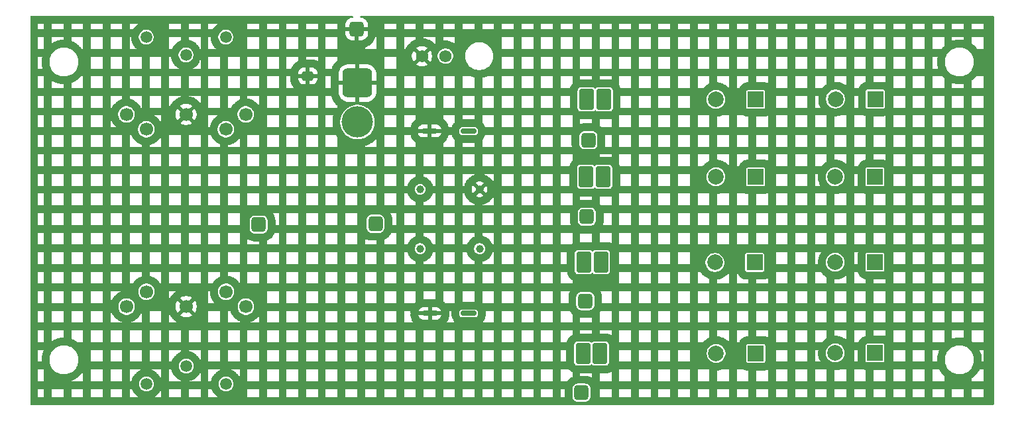
<source format=gbr>
%TF.GenerationSoftware,KiCad,Pcbnew,9.0.5*%
%TF.CreationDate,2025-11-19T13:21:17-07:00*%
%TF.ProjectId,Tx,54782e6b-6963-4616-945f-706362585858,rev?*%
%TF.SameCoordinates,Original*%
%TF.FileFunction,Copper,L2,Bot*%
%TF.FilePolarity,Positive*%
%FSLAX46Y46*%
G04 Gerber Fmt 4.6, Leading zero omitted, Abs format (unit mm)*
G04 Created by KiCad (PCBNEW 9.0.5) date 2025-11-19 13:21:17*
%MOMM*%
%LPD*%
G01*
G04 APERTURE LIST*
G04 Aperture macros list*
%AMRoundRect*
0 Rectangle with rounded corners*
0 $1 Rounding radius*
0 $2 $3 $4 $5 $6 $7 $8 $9 X,Y pos of 4 corners*
0 Add a 4 corners polygon primitive as box body*
4,1,4,$2,$3,$4,$5,$6,$7,$8,$9,$2,$3,0*
0 Add four circle primitives for the rounded corners*
1,1,$1+$1,$2,$3*
1,1,$1+$1,$4,$5*
1,1,$1+$1,$6,$7*
1,1,$1+$1,$8,$9*
0 Add four rect primitives between the rounded corners*
20,1,$1+$1,$2,$3,$4,$5,0*
20,1,$1+$1,$4,$5,$6,$7,0*
20,1,$1+$1,$6,$7,$8,$9,0*
20,1,$1+$1,$8,$9,$2,$3,0*%
G04 Aperture macros list end*
%TA.AperFunction,ComponentPad*%
%ADD10C,1.700000*%
%TD*%
%TA.AperFunction,ComponentPad*%
%ADD11C,1.500000*%
%TD*%
%TA.AperFunction,ComponentPad*%
%ADD12RoundRect,0.476250X-0.476250X-0.476250X0.476250X-0.476250X0.476250X0.476250X-0.476250X0.476250X0*%
%TD*%
%TA.AperFunction,ComponentPad*%
%ADD13RoundRect,0.760000X-1.140000X1.140000X-1.140000X-1.140000X1.140000X-1.140000X1.140000X1.140000X0*%
%TD*%
%TA.AperFunction,ComponentPad*%
%ADD14C,4.000000*%
%TD*%
%TA.AperFunction,ComponentPad*%
%ADD15R,2.000000X2.000000*%
%TD*%
%TA.AperFunction,ComponentPad*%
%ADD16C,2.000000*%
%TD*%
%TA.AperFunction,ComponentPad*%
%ADD17RoundRect,0.250000X0.475000X-0.337500X0.475000X0.337500X-0.475000X0.337500X-0.475000X-0.337500X0*%
%TD*%
%TA.AperFunction,ComponentPad*%
%ADD18RoundRect,0.150000X-0.825000X-0.150000X0.825000X-0.150000X0.825000X0.150000X-0.825000X0.150000X0*%
%TD*%
%TA.AperFunction,ComponentPad*%
%ADD19C,1.000000*%
%TD*%
%TA.AperFunction,ComponentPad*%
%ADD20C,1.574800*%
%TD*%
%TA.AperFunction,ComponentPad*%
%ADD21RoundRect,0.285000X0.665000X1.064999X-0.665000X1.064999X-0.665000X-1.064999X0.665000X-1.064999X0*%
%TD*%
G04 APERTURE END LIST*
D10*
%TO.P,J3,1*%
%TO.N,unconnected-(J3-Pad1)*%
X114040000Y-121594000D03*
%TO.P,J3,2*%
%TO.N,GND*%
X106420000Y-121594000D03*
%TO.P,J3,3*%
%TO.N,unconnected-(J3-Pad3)*%
X98800000Y-121594000D03*
%TO.P,J3,4*%
%TO.N,Net-(J3-Pad4)*%
X111500000Y-119689000D03*
%TO.P,J3,5*%
%TO.N,Net-(U1-INA)*%
X101340000Y-119689000D03*
D11*
%TO.P,J3,6*%
%TO.N,N/C*%
X106420000Y-129214000D03*
%TO.P,J3,7*%
X101340000Y-131500000D03*
X111500000Y-131500000D03*
%TD*%
D12*
%TO.P,TP6,1,1*%
%TO.N,Net-(D4-K)*%
X157400000Y-120900000D03*
%TD*%
D13*
%TO.P,J2,1*%
%TO.N,GND*%
X128300000Y-93000000D03*
D14*
%TO.P,J2,2*%
%TO.N,Net-(U1-VCC)*%
X128300000Y-98000000D03*
%TD*%
D12*
%TO.P,TP1,1,1*%
%TO.N,GND*%
X128200000Y-86100000D03*
%TD*%
D15*
%TO.P,R7,1*%
%TO.N,Net-(R6-Pad2)*%
X179040000Y-115950000D03*
D16*
%TO.P,R7,2*%
%TO.N,Net-(D4-A)*%
X173960000Y-115950000D03*
%TD*%
D12*
%TO.P,TP3,1,1*%
%TO.N,Net-(U1-ENA)*%
X130600000Y-111000000D03*
%TD*%
D17*
%TO.P,R1,2*%
%TO.N,GND*%
X121939974Y-92085026D03*
%TD*%
D18*
%TO.P,U2,3,GND*%
%TO.N,GND*%
X137550000Y-122470000D03*
%TO.P,U2,6,VCC*%
%TO.N,Net-(U1-VCC)*%
X142500000Y-122470000D03*
%TD*%
D12*
%TO.P,TP7,1,1*%
%TO.N,Net-(D5-K)*%
X156900000Y-132600000D03*
%TD*%
D19*
%TO.P,Y1,1,1*%
%TO.N,unconnected-(Y1-Pad1)*%
X136300000Y-106600000D03*
%TO.P,Y1,4,4*%
%TO.N,GND*%
X143900000Y-106600000D03*
%TO.P,Y1,5,5*%
%TO.N,Net-(U1-ENA)*%
X143900000Y-114200000D03*
%TO.P,Y1,8,8*%
%TO.N,Net-(U1-VCC)*%
X136300000Y-114200000D03*
%TD*%
D15*
%TO.P,R5,1*%
%TO.N,Net-(R4-Pad2)*%
X179180000Y-105000000D03*
D16*
%TO.P,R5,2*%
%TO.N,Net-(D3-A)*%
X174100000Y-105000000D03*
%TD*%
D12*
%TO.P,TP2,1,1*%
%TO.N,Net-(U1-INA)*%
X115675091Y-111100000D03*
%TD*%
D15*
%TO.P,R2,1*%
%TO.N,Net-(U1-VCC)*%
X194440000Y-95050000D03*
D16*
%TO.P,R2,2*%
%TO.N,Net-(R2-Pad2)*%
X189360000Y-95050000D03*
%TD*%
D12*
%TO.P,TP4,1,1*%
%TO.N,Net-(D2-K)*%
X157800000Y-100300000D03*
%TD*%
D15*
%TO.P,R8,1*%
%TO.N,Net-(U1-VCC)*%
X194421073Y-127532029D03*
D16*
%TO.P,R8,2*%
%TO.N,Net-(R8-Pad2)*%
X189341073Y-127532029D03*
%TD*%
D15*
%TO.P,R6,1*%
%TO.N,Net-(U1-VCC)*%
X194412518Y-115931394D03*
D16*
%TO.P,R6,2*%
%TO.N,Net-(R6-Pad2)*%
X189332518Y-115931394D03*
%TD*%
D18*
%TO.P,U1,3,GND*%
%TO.N,GND*%
X137525000Y-99135000D03*
%TO.P,U1,6,VCC*%
%TO.N,Net-(U1-VCC)*%
X142475000Y-99135000D03*
%TD*%
D15*
%TO.P,R3,1*%
%TO.N,Net-(R2-Pad2)*%
X179180000Y-95100000D03*
D16*
%TO.P,R3,2*%
%TO.N,Net-(D2-A)*%
X174100000Y-95100000D03*
%TD*%
D12*
%TO.P,TP5,1,1*%
%TO.N,Net-(D3-K)*%
X157600000Y-110100000D03*
%TD*%
D15*
%TO.P,R9,1*%
%TO.N,Net-(R8-Pad2)*%
X179184938Y-127583667D03*
D16*
%TO.P,R9,2*%
%TO.N,Net-(D5-A)*%
X174104938Y-127583667D03*
%TD*%
D15*
%TO.P,R4,1*%
%TO.N,Net-(U1-VCC)*%
X194380000Y-105000000D03*
D16*
%TO.P,R4,2*%
%TO.N,Net-(R4-Pad2)*%
X189300000Y-105000000D03*
%TD*%
D20*
%TO.P,J1,1*%
%TO.N,Net-(D1-A)*%
X139535700Y-89560400D03*
%TO.P,J1,2*%
%TO.N,GND*%
X136535701Y-89560400D03*
%TD*%
D21*
%TO.P,D3,1,A*%
%TO.N,Net-(D3-A)*%
X159700000Y-105000000D03*
%TO.P,D3,2,K*%
%TO.N,Net-(D3-K)*%
X157500000Y-105000000D03*
%TD*%
%TO.P,D4,1,A*%
%TO.N,Net-(D4-A)*%
X159400000Y-115900000D03*
%TO.P,D4,2,K*%
%TO.N,Net-(D4-K)*%
X157200000Y-115900000D03*
%TD*%
%TO.P,D5,1,A*%
%TO.N,Net-(D5-A)*%
X159300000Y-127600000D03*
%TO.P,D5,2,K*%
%TO.N,Net-(D5-K)*%
X157100000Y-127600000D03*
%TD*%
%TO.P,D2,1,A*%
%TO.N,Net-(D2-A)*%
X159768605Y-95094182D03*
%TO.P,D2,2,K*%
%TO.N,Net-(D2-K)*%
X157568605Y-95094182D03*
%TD*%
D10*
%TO.P,J4,1*%
%TO.N,unconnected-(J4-Pad1)*%
X98780000Y-97020000D03*
%TO.P,J4,2*%
%TO.N,GND*%
X106400000Y-97020000D03*
%TO.P,J4,3*%
%TO.N,unconnected-(J4-Pad3)*%
X114020000Y-97020000D03*
%TO.P,J4,4*%
%TO.N,Net-(J3-Pad4)*%
X101320000Y-98925000D03*
%TO.P,J4,5*%
%TO.N,Net-(U1-INA)*%
X111480000Y-98925000D03*
D11*
%TO.P,J4,6*%
%TO.N,N/C*%
X106400000Y-89400000D03*
%TO.P,J4,7*%
X111480000Y-87114000D03*
X101320000Y-87114000D03*
%TD*%
%TA.AperFunction,Conductor*%
%TO.N,GND*%
G36*
X127717409Y-84420185D02*
G01*
X127763164Y-84472989D01*
X127773108Y-84542147D01*
X127744083Y-84605703D01*
X127685305Y-84643477D01*
X127661350Y-84648013D01*
X127550635Y-84657855D01*
X127359743Y-84712476D01*
X127183757Y-84804404D01*
X127029876Y-84929876D01*
X126904404Y-85083757D01*
X126812476Y-85259743D01*
X126757855Y-85450635D01*
X126747500Y-85567117D01*
X126747500Y-85850000D01*
X127616235Y-85850000D01*
X127589403Y-85914777D01*
X127565000Y-86037458D01*
X127565000Y-86162542D01*
X127589403Y-86285223D01*
X127616235Y-86350000D01*
X126747500Y-86350000D01*
X126747500Y-86632882D01*
X126757855Y-86749364D01*
X126812476Y-86940256D01*
X126904404Y-87116242D01*
X127029876Y-87270123D01*
X127183757Y-87395595D01*
X127359743Y-87487523D01*
X127550635Y-87542144D01*
X127667117Y-87552499D01*
X127667124Y-87552500D01*
X127950000Y-87552500D01*
X127950000Y-86683765D01*
X128014777Y-86710597D01*
X128137458Y-86735000D01*
X128262542Y-86735000D01*
X128385223Y-86710597D01*
X128450000Y-86683765D01*
X128450000Y-87552500D01*
X128732876Y-87552500D01*
X128732882Y-87552499D01*
X128849364Y-87542144D01*
X129040256Y-87487523D01*
X129216242Y-87395595D01*
X129370123Y-87270123D01*
X129495595Y-87116242D01*
X129587523Y-86940256D01*
X129642144Y-86749364D01*
X129652499Y-86632882D01*
X129652500Y-86632876D01*
X129652500Y-86350000D01*
X128783765Y-86350000D01*
X128810597Y-86285223D01*
X128835000Y-86162542D01*
X128835000Y-86150500D01*
X131748500Y-86150500D01*
X133250500Y-86150500D01*
X134248500Y-86150500D01*
X135750500Y-86150500D01*
X136748500Y-86150500D01*
X138250500Y-86150500D01*
X139248500Y-86150500D01*
X140750500Y-86150500D01*
X141748500Y-86150500D01*
X143250500Y-86150500D01*
X144248500Y-86150500D01*
X145750500Y-86150500D01*
X146748500Y-86150500D01*
X148250500Y-86150500D01*
X149248500Y-86150500D01*
X150750500Y-86150500D01*
X151748500Y-86150500D01*
X153250500Y-86150500D01*
X154248500Y-86150500D01*
X155750500Y-86150500D01*
X156748500Y-86150500D01*
X158250500Y-86150500D01*
X159248500Y-86150500D01*
X160750500Y-86150500D01*
X161748500Y-86150500D01*
X163250500Y-86150500D01*
X164248500Y-86150500D01*
X165750500Y-86150500D01*
X166748500Y-86150500D01*
X168250500Y-86150500D01*
X169248500Y-86150500D01*
X170750500Y-86150500D01*
X171748500Y-86150500D01*
X173250500Y-86150500D01*
X174248500Y-86150500D01*
X175750500Y-86150500D01*
X176748500Y-86150500D01*
X178250500Y-86150500D01*
X179248500Y-86150500D01*
X180750500Y-86150500D01*
X181748500Y-86150500D01*
X183250500Y-86150500D01*
X184248500Y-86150500D01*
X185750500Y-86150500D01*
X186748500Y-86150500D01*
X188250500Y-86150500D01*
X189248500Y-86150500D01*
X190750500Y-86150500D01*
X191748500Y-86150500D01*
X193250500Y-86150500D01*
X194248500Y-86150500D01*
X195750500Y-86150500D01*
X196748500Y-86150500D01*
X198250500Y-86150500D01*
X199248500Y-86150500D01*
X200750500Y-86150500D01*
X201748500Y-86150500D01*
X203250500Y-86150500D01*
X204248500Y-86150500D01*
X205750500Y-86150500D01*
X206748500Y-86150500D01*
X208250500Y-86150500D01*
X208250500Y-85398500D01*
X206748500Y-85398500D01*
X206748500Y-86150500D01*
X205750500Y-86150500D01*
X205750500Y-85398500D01*
X204248500Y-85398500D01*
X204248500Y-86150500D01*
X203250500Y-86150500D01*
X203250500Y-85398500D01*
X201748500Y-85398500D01*
X201748500Y-86150500D01*
X200750500Y-86150500D01*
X200750500Y-85398500D01*
X199248500Y-85398500D01*
X199248500Y-86150500D01*
X198250500Y-86150500D01*
X198250500Y-85398500D01*
X196748500Y-85398500D01*
X196748500Y-86150500D01*
X195750500Y-86150500D01*
X195750500Y-85398500D01*
X194248500Y-85398500D01*
X194248500Y-86150500D01*
X193250500Y-86150500D01*
X193250500Y-85398500D01*
X191748500Y-85398500D01*
X191748500Y-86150500D01*
X190750500Y-86150500D01*
X190750500Y-85398500D01*
X189248500Y-85398500D01*
X189248500Y-86150500D01*
X188250500Y-86150500D01*
X188250500Y-85398500D01*
X186748500Y-85398500D01*
X186748500Y-86150500D01*
X185750500Y-86150500D01*
X185750500Y-85398500D01*
X184248500Y-85398500D01*
X184248500Y-86150500D01*
X183250500Y-86150500D01*
X183250500Y-85398500D01*
X181748500Y-85398500D01*
X181748500Y-86150500D01*
X180750500Y-86150500D01*
X180750500Y-85398500D01*
X179248500Y-85398500D01*
X179248500Y-86150500D01*
X178250500Y-86150500D01*
X178250500Y-85398500D01*
X176748500Y-85398500D01*
X176748500Y-86150500D01*
X175750500Y-86150500D01*
X175750500Y-85398500D01*
X174248500Y-85398500D01*
X174248500Y-86150500D01*
X173250500Y-86150500D01*
X173250500Y-85398500D01*
X171748500Y-85398500D01*
X171748500Y-86150500D01*
X170750500Y-86150500D01*
X170750500Y-85398500D01*
X169248500Y-85398500D01*
X169248500Y-86150500D01*
X168250500Y-86150500D01*
X168250500Y-85398500D01*
X166748500Y-85398500D01*
X166748500Y-86150500D01*
X165750500Y-86150500D01*
X165750500Y-85398500D01*
X164248500Y-85398500D01*
X164248500Y-86150500D01*
X163250500Y-86150500D01*
X163250500Y-85398500D01*
X161748500Y-85398500D01*
X161748500Y-86150500D01*
X160750500Y-86150500D01*
X160750500Y-85398500D01*
X159248500Y-85398500D01*
X159248500Y-86150500D01*
X158250500Y-86150500D01*
X158250500Y-85398500D01*
X156748500Y-85398500D01*
X156748500Y-86150500D01*
X155750500Y-86150500D01*
X155750500Y-85398500D01*
X154248500Y-85398500D01*
X154248500Y-86150500D01*
X153250500Y-86150500D01*
X153250500Y-85398500D01*
X151748500Y-85398500D01*
X151748500Y-86150500D01*
X150750500Y-86150500D01*
X150750500Y-85398500D01*
X149248500Y-85398500D01*
X149248500Y-86150500D01*
X148250500Y-86150500D01*
X148250500Y-85398500D01*
X146748500Y-85398500D01*
X146748500Y-86150500D01*
X145750500Y-86150500D01*
X145750500Y-85398500D01*
X144248500Y-85398500D01*
X144248500Y-86150500D01*
X143250500Y-86150500D01*
X143250500Y-85398500D01*
X141748500Y-85398500D01*
X141748500Y-86150500D01*
X140750500Y-86150500D01*
X140750500Y-85398500D01*
X139248500Y-85398500D01*
X139248500Y-86150500D01*
X138250500Y-86150500D01*
X138250500Y-85398500D01*
X136748500Y-85398500D01*
X136748500Y-86150500D01*
X135750500Y-86150500D01*
X135750500Y-85398500D01*
X134248500Y-85398500D01*
X134248500Y-86150500D01*
X133250500Y-86150500D01*
X133250500Y-85398500D01*
X131748500Y-85398500D01*
X131748500Y-86150500D01*
X128835000Y-86150500D01*
X128835000Y-86037458D01*
X128810597Y-85914777D01*
X128783765Y-85850000D01*
X129652500Y-85850000D01*
X129652500Y-85567123D01*
X129652499Y-85567117D01*
X129642144Y-85450635D01*
X129587523Y-85259743D01*
X129495595Y-85083757D01*
X129370123Y-84929876D01*
X129216242Y-84804404D01*
X129040256Y-84712476D01*
X128849364Y-84657855D01*
X128738650Y-84648013D01*
X128673617Y-84622469D01*
X128632717Y-84565821D01*
X128628937Y-84496054D01*
X128663476Y-84435318D01*
X128725368Y-84402897D01*
X128749630Y-84400500D01*
X209475500Y-84400500D01*
X209542539Y-84420185D01*
X209588294Y-84472989D01*
X209599500Y-84524500D01*
X209599500Y-134075500D01*
X209579815Y-134142539D01*
X209527011Y-134188294D01*
X209475500Y-134199500D01*
X86624500Y-134199500D01*
X86557461Y-134179815D01*
X86511706Y-134127011D01*
X86500500Y-134075500D01*
X86500500Y-133201500D01*
X87498500Y-133201500D01*
X88250500Y-133201500D01*
X89248500Y-133201500D01*
X90750500Y-133201500D01*
X91748500Y-133201500D01*
X93250500Y-133201500D01*
X94248500Y-133201500D01*
X95750500Y-133201500D01*
X96748500Y-133201500D01*
X98250500Y-133201500D01*
X99248500Y-133201500D01*
X100381684Y-133201500D01*
X102298316Y-133201500D01*
X103250500Y-133201500D01*
X104248500Y-133201500D01*
X105750500Y-133201500D01*
X106748500Y-133201500D01*
X108250500Y-133201500D01*
X109248500Y-133201500D01*
X110541684Y-133201500D01*
X114248500Y-133201500D01*
X115750500Y-133201500D01*
X116748500Y-133201500D01*
X118250500Y-133201500D01*
X119248500Y-133201500D01*
X120750500Y-133201500D01*
X121748500Y-133201500D01*
X123250500Y-133201500D01*
X124248500Y-133201500D01*
X125750500Y-133201500D01*
X126748500Y-133201500D01*
X128250500Y-133201500D01*
X129248500Y-133201500D01*
X130750500Y-133201500D01*
X131748500Y-133201500D01*
X133250500Y-133201500D01*
X134248500Y-133201500D01*
X135750500Y-133201500D01*
X136748500Y-133201500D01*
X138250500Y-133201500D01*
X139248500Y-133201500D01*
X140750500Y-133201500D01*
X141748500Y-133201500D01*
X143250500Y-133201500D01*
X144248500Y-133201500D01*
X145750500Y-133201500D01*
X146748500Y-133201500D01*
X148250500Y-133201500D01*
X149248500Y-133201500D01*
X150750500Y-133201500D01*
X151748500Y-133201500D01*
X153250500Y-133201500D01*
X154248500Y-133201500D01*
X154751461Y-133201500D01*
X154750699Y-133190309D01*
X154750540Y-133187507D01*
X154749514Y-133164917D01*
X154749418Y-133162103D01*
X154749032Y-133145085D01*
X154749000Y-133142273D01*
X154749000Y-132148500D01*
X154248500Y-132148500D01*
X154248500Y-133201500D01*
X153250500Y-133201500D01*
X153250500Y-132148500D01*
X151748500Y-132148500D01*
X151748500Y-133201500D01*
X150750500Y-133201500D01*
X150750500Y-132148500D01*
X149248500Y-132148500D01*
X149248500Y-133201500D01*
X148250500Y-133201500D01*
X148250500Y-132148500D01*
X146748500Y-132148500D01*
X146748500Y-133201500D01*
X145750500Y-133201500D01*
X145750500Y-132148500D01*
X144248500Y-132148500D01*
X144248500Y-133201500D01*
X143250500Y-133201500D01*
X143250500Y-132148500D01*
X141748500Y-132148500D01*
X141748500Y-133201500D01*
X140750500Y-133201500D01*
X140750500Y-132148500D01*
X139248500Y-132148500D01*
X139248500Y-133201500D01*
X138250500Y-133201500D01*
X138250500Y-132148500D01*
X136748500Y-132148500D01*
X136748500Y-133201500D01*
X135750500Y-133201500D01*
X135750500Y-132148500D01*
X134248500Y-132148500D01*
X134248500Y-133201500D01*
X133250500Y-133201500D01*
X133250500Y-132148500D01*
X131748500Y-132148500D01*
X131748500Y-133201500D01*
X130750500Y-133201500D01*
X130750500Y-132148500D01*
X129248500Y-132148500D01*
X129248500Y-133201500D01*
X128250500Y-133201500D01*
X128250500Y-132148500D01*
X126748500Y-132148500D01*
X126748500Y-133201500D01*
X125750500Y-133201500D01*
X125750500Y-132148500D01*
X124248500Y-132148500D01*
X124248500Y-133201500D01*
X123250500Y-133201500D01*
X123250500Y-132148500D01*
X121748500Y-132148500D01*
X121748500Y-133201500D01*
X120750500Y-133201500D01*
X120750500Y-132148500D01*
X119248500Y-132148500D01*
X119248500Y-133201500D01*
X118250500Y-133201500D01*
X118250500Y-132148500D01*
X116748500Y-132148500D01*
X116748500Y-133201500D01*
X115750500Y-133201500D01*
X115750500Y-132148500D01*
X114248500Y-132148500D01*
X114248500Y-133201500D01*
X110541684Y-133201500D01*
X110520830Y-133189001D01*
X110515686Y-133185744D01*
X110319260Y-133054496D01*
X110314286Y-133050993D01*
X110284712Y-133029060D01*
X110279912Y-133025314D01*
X110242030Y-132994225D01*
X110237423Y-132990251D01*
X110210136Y-132965520D01*
X110205727Y-132961322D01*
X110038678Y-132794273D01*
X110034480Y-132789864D01*
X110009749Y-132762577D01*
X110005775Y-132757970D01*
X109974686Y-132720088D01*
X109970940Y-132715288D01*
X109949007Y-132685714D01*
X109945504Y-132680740D01*
X109814256Y-132484314D01*
X109810999Y-132479170D01*
X109792064Y-132447578D01*
X109789064Y-132442282D01*
X109765963Y-132399061D01*
X109763227Y-132393626D01*
X109747487Y-132360346D01*
X109745021Y-132354783D01*
X109659576Y-132148500D01*
X109248500Y-132148500D01*
X109248500Y-133201500D01*
X108250500Y-133201500D01*
X108250500Y-132148500D01*
X106748500Y-132148500D01*
X106748500Y-133201500D01*
X105750500Y-133201500D01*
X105750500Y-132148500D01*
X104248500Y-132148500D01*
X104248500Y-133201500D01*
X103250500Y-133201500D01*
X103250500Y-132148500D01*
X103180424Y-132148500D01*
X103094979Y-132354783D01*
X103092513Y-132360346D01*
X103076773Y-132393626D01*
X103074037Y-132399061D01*
X103050936Y-132442282D01*
X103047936Y-132447578D01*
X103029001Y-132479170D01*
X103025744Y-132484314D01*
X102894496Y-132680740D01*
X102890993Y-132685714D01*
X102869060Y-132715288D01*
X102865314Y-132720088D01*
X102834225Y-132757970D01*
X102830251Y-132762577D01*
X102805520Y-132789864D01*
X102801322Y-132794273D01*
X102634273Y-132961322D01*
X102629864Y-132965520D01*
X102602577Y-132990251D01*
X102597970Y-132994225D01*
X102560088Y-133025314D01*
X102555288Y-133029060D01*
X102525714Y-133050993D01*
X102520740Y-133054496D01*
X102324314Y-133185744D01*
X102319170Y-133189001D01*
X102298316Y-133201500D01*
X100381684Y-133201500D01*
X100360830Y-133189001D01*
X100355686Y-133185744D01*
X100159260Y-133054496D01*
X100154286Y-133050993D01*
X100124712Y-133029060D01*
X100119912Y-133025314D01*
X100082030Y-132994225D01*
X100077423Y-132990251D01*
X100050136Y-132965520D01*
X100045727Y-132961322D01*
X99878678Y-132794273D01*
X99874480Y-132789864D01*
X99849749Y-132762577D01*
X99845775Y-132757970D01*
X99814686Y-132720088D01*
X99810940Y-132715288D01*
X99789007Y-132685714D01*
X99785504Y-132680740D01*
X99654256Y-132484314D01*
X99650999Y-132479170D01*
X99632064Y-132447578D01*
X99629064Y-132442282D01*
X99605963Y-132399061D01*
X99603227Y-132393626D01*
X99587487Y-132360346D01*
X99585021Y-132354783D01*
X99499576Y-132148500D01*
X99248500Y-132148500D01*
X99248500Y-133201500D01*
X98250500Y-133201500D01*
X98250500Y-132148500D01*
X96748500Y-132148500D01*
X96748500Y-133201500D01*
X95750500Y-133201500D01*
X95750500Y-132148500D01*
X94248500Y-132148500D01*
X94248500Y-133201500D01*
X93250500Y-133201500D01*
X93250500Y-132148500D01*
X91748500Y-132148500D01*
X91748500Y-133201500D01*
X90750500Y-133201500D01*
X90750500Y-132148500D01*
X89248500Y-132148500D01*
X89248500Y-133201500D01*
X88250500Y-133201500D01*
X88250500Y-132148500D01*
X87498500Y-132148500D01*
X87498500Y-133201500D01*
X86500500Y-133201500D01*
X86500500Y-131406379D01*
X100389500Y-131406379D01*
X100389500Y-131593620D01*
X100426025Y-131777243D01*
X100426027Y-131777251D01*
X100497676Y-131950228D01*
X100497681Y-131950237D01*
X100601697Y-132105907D01*
X100601700Y-132105911D01*
X100734088Y-132238299D01*
X100734092Y-132238302D01*
X100889762Y-132342318D01*
X100889768Y-132342321D01*
X100889769Y-132342322D01*
X101062749Y-132413973D01*
X101205069Y-132442282D01*
X101246379Y-132450499D01*
X101246383Y-132450500D01*
X101246384Y-132450500D01*
X101433617Y-132450500D01*
X101433618Y-132450499D01*
X101617251Y-132413973D01*
X101790231Y-132342322D01*
X101945908Y-132238302D01*
X102078302Y-132105908D01*
X102182322Y-131950231D01*
X102253973Y-131777251D01*
X102290500Y-131593616D01*
X102290500Y-131406384D01*
X102290499Y-131406379D01*
X110549500Y-131406379D01*
X110549500Y-131593620D01*
X110586025Y-131777243D01*
X110586027Y-131777251D01*
X110657676Y-131950228D01*
X110657681Y-131950237D01*
X110761697Y-132105907D01*
X110761700Y-132105911D01*
X110894088Y-132238299D01*
X110894092Y-132238302D01*
X111049762Y-132342318D01*
X111049768Y-132342321D01*
X111049769Y-132342322D01*
X111222749Y-132413973D01*
X111365069Y-132442282D01*
X111406379Y-132450499D01*
X111406383Y-132450500D01*
X111406384Y-132450500D01*
X111593617Y-132450500D01*
X111593618Y-132450499D01*
X111777251Y-132413973D01*
X111950231Y-132342322D01*
X112105908Y-132238302D01*
X112238302Y-132105908D01*
X112262931Y-132069048D01*
X155747000Y-132069048D01*
X155747000Y-133130952D01*
X155749831Y-133162103D01*
X155753196Y-133199135D01*
X155802087Y-133356034D01*
X155802089Y-133356038D01*
X155887106Y-133496675D01*
X155887109Y-133496679D01*
X156003320Y-133612890D01*
X156003324Y-133612893D01*
X156143961Y-133697910D01*
X156143965Y-133697912D01*
X156199464Y-133715205D01*
X156300866Y-133746804D01*
X156369048Y-133753000D01*
X156369051Y-133753000D01*
X157430949Y-133753000D01*
X157430952Y-133753000D01*
X157499134Y-133746804D01*
X157656037Y-133697911D01*
X157796680Y-133612890D01*
X157912890Y-133496680D01*
X157997911Y-133356037D01*
X158046067Y-133201500D01*
X159248500Y-133201500D01*
X160750500Y-133201500D01*
X161748500Y-133201500D01*
X163250500Y-133201500D01*
X164248500Y-133201500D01*
X165750500Y-133201500D01*
X166748500Y-133201500D01*
X168250500Y-133201500D01*
X169248500Y-133201500D01*
X170750500Y-133201500D01*
X171748500Y-133201500D01*
X173250500Y-133201500D01*
X174248500Y-133201500D01*
X175750500Y-133201500D01*
X176748500Y-133201500D01*
X178250500Y-133201500D01*
X179248500Y-133201500D01*
X180750500Y-133201500D01*
X181748500Y-133201500D01*
X183250500Y-133201500D01*
X184248500Y-133201500D01*
X185750500Y-133201500D01*
X186748500Y-133201500D01*
X188250500Y-133201500D01*
X189248500Y-133201500D01*
X190750500Y-133201500D01*
X191748500Y-133201500D01*
X193250500Y-133201500D01*
X194248500Y-133201500D01*
X195750500Y-133201500D01*
X196748500Y-133201500D01*
X198250500Y-133201500D01*
X199248500Y-133201500D01*
X200750500Y-133201500D01*
X201748500Y-133201500D01*
X203250500Y-133201500D01*
X204248500Y-133201500D01*
X205750500Y-133201500D01*
X206748500Y-133201500D01*
X208250500Y-133201500D01*
X208250500Y-132148500D01*
X206748500Y-132148500D01*
X206748500Y-133201500D01*
X205750500Y-133201500D01*
X205750500Y-132148500D01*
X204248500Y-132148500D01*
X204248500Y-133201500D01*
X203250500Y-133201500D01*
X203250500Y-132148500D01*
X201748500Y-132148500D01*
X201748500Y-133201500D01*
X200750500Y-133201500D01*
X200750500Y-132148500D01*
X199248500Y-132148500D01*
X199248500Y-133201500D01*
X198250500Y-133201500D01*
X198250500Y-132148500D01*
X196748500Y-132148500D01*
X196748500Y-133201500D01*
X195750500Y-133201500D01*
X195750500Y-132148500D01*
X194248500Y-132148500D01*
X194248500Y-133201500D01*
X193250500Y-133201500D01*
X193250500Y-132148500D01*
X191748500Y-132148500D01*
X191748500Y-133201500D01*
X190750500Y-133201500D01*
X190750500Y-132148500D01*
X189248500Y-132148500D01*
X189248500Y-133201500D01*
X188250500Y-133201500D01*
X188250500Y-132148500D01*
X186748500Y-132148500D01*
X186748500Y-133201500D01*
X185750500Y-133201500D01*
X185750500Y-132148500D01*
X184248500Y-132148500D01*
X184248500Y-133201500D01*
X183250500Y-133201500D01*
X183250500Y-132148500D01*
X181748500Y-132148500D01*
X181748500Y-133201500D01*
X180750500Y-133201500D01*
X180750500Y-132148500D01*
X179248500Y-132148500D01*
X179248500Y-133201500D01*
X178250500Y-133201500D01*
X178250500Y-132148500D01*
X176748500Y-132148500D01*
X176748500Y-133201500D01*
X175750500Y-133201500D01*
X175750500Y-132148500D01*
X174248500Y-132148500D01*
X174248500Y-133201500D01*
X173250500Y-133201500D01*
X173250500Y-132148500D01*
X171748500Y-132148500D01*
X171748500Y-133201500D01*
X170750500Y-133201500D01*
X170750500Y-132148500D01*
X169248500Y-132148500D01*
X169248500Y-133201500D01*
X168250500Y-133201500D01*
X168250500Y-132148500D01*
X166748500Y-132148500D01*
X166748500Y-133201500D01*
X165750500Y-133201500D01*
X165750500Y-132148500D01*
X164248500Y-132148500D01*
X164248500Y-133201500D01*
X163250500Y-133201500D01*
X163250500Y-132148500D01*
X161748500Y-132148500D01*
X161748500Y-133201500D01*
X160750500Y-133201500D01*
X160750500Y-132148500D01*
X159248500Y-132148500D01*
X159248500Y-133201500D01*
X158046067Y-133201500D01*
X158046804Y-133199134D01*
X158053000Y-133130952D01*
X158053000Y-132069048D01*
X158046804Y-132000866D01*
X157997911Y-131843963D01*
X157957578Y-131777243D01*
X157912893Y-131703324D01*
X157912890Y-131703320D01*
X157796679Y-131587109D01*
X157796675Y-131587106D01*
X157656038Y-131502089D01*
X157656034Y-131502087D01*
X157499134Y-131453196D01*
X157499136Y-131453196D01*
X157471861Y-131450717D01*
X157430952Y-131447000D01*
X156369048Y-131447000D01*
X156328138Y-131450717D01*
X156300864Y-131453196D01*
X156143965Y-131502087D01*
X156143961Y-131502089D01*
X156003324Y-131587106D01*
X156003320Y-131587109D01*
X155887109Y-131703320D01*
X155887106Y-131703324D01*
X155802089Y-131843961D01*
X155802087Y-131843965D01*
X155753196Y-132000864D01*
X155753196Y-132000866D01*
X155747000Y-132069048D01*
X112262931Y-132069048D01*
X112342322Y-131950231D01*
X112413973Y-131777251D01*
X112450500Y-131593616D01*
X112450500Y-131406384D01*
X112413973Y-131222749D01*
X112384046Y-131150500D01*
X114248500Y-131150500D01*
X115750500Y-131150500D01*
X116748500Y-131150500D01*
X118250500Y-131150500D01*
X119248500Y-131150500D01*
X120750500Y-131150500D01*
X121748500Y-131150500D01*
X123250500Y-131150500D01*
X124248500Y-131150500D01*
X125750500Y-131150500D01*
X126748500Y-131150500D01*
X128250500Y-131150500D01*
X129248500Y-131150500D01*
X130750500Y-131150500D01*
X131748500Y-131150500D01*
X133250500Y-131150500D01*
X134248500Y-131150500D01*
X135750500Y-131150500D01*
X136748500Y-131150500D01*
X138250500Y-131150500D01*
X139248500Y-131150500D01*
X140750500Y-131150500D01*
X141748500Y-131150500D01*
X143250500Y-131150500D01*
X144248500Y-131150500D01*
X145750500Y-131150500D01*
X146748500Y-131150500D01*
X148250500Y-131150500D01*
X149248500Y-131150500D01*
X150750500Y-131150500D01*
X151748500Y-131150500D01*
X153250500Y-131150500D01*
X154248500Y-131150500D01*
X155055757Y-131150500D01*
X155078478Y-131117585D01*
X155082919Y-131111551D01*
X155120126Y-131064064D01*
X155124921Y-131058310D01*
X155154965Y-131024400D01*
X155160096Y-131018950D01*
X155318950Y-130860096D01*
X155324400Y-130854965D01*
X155358310Y-130824921D01*
X155364064Y-130820126D01*
X155411551Y-130782919D01*
X155417585Y-130778478D01*
X155454905Y-130752716D01*
X155461199Y-130748647D01*
X155653476Y-130632414D01*
X155660000Y-130628734D01*
X155700129Y-130607673D01*
X155706862Y-130604395D01*
X155750500Y-130584754D01*
X155750500Y-130148498D01*
X156748500Y-130148498D01*
X156748500Y-130449000D01*
X157442273Y-130449000D01*
X157445085Y-130449032D01*
X157462103Y-130449418D01*
X157464917Y-130449514D01*
X157487507Y-130450540D01*
X157490309Y-130450699D01*
X157507233Y-130451852D01*
X157510027Y-130452074D01*
X157615734Y-130461680D01*
X157622244Y-130462445D01*
X157661493Y-130468116D01*
X157667951Y-130469224D01*
X157719715Y-130479520D01*
X157726109Y-130480969D01*
X157764540Y-130490750D01*
X157770846Y-130492534D01*
X157981742Y-130558252D01*
X157988824Y-130560695D01*
X158031207Y-130576769D01*
X158038127Y-130579636D01*
X158093138Y-130604395D01*
X158099871Y-130607673D01*
X158140000Y-130628734D01*
X158146524Y-130632414D01*
X158250500Y-130695268D01*
X158250500Y-130148498D01*
X159248500Y-130148498D01*
X159248500Y-131150500D01*
X160750500Y-131150500D01*
X161748500Y-131150500D01*
X163250500Y-131150500D01*
X164248500Y-131150500D01*
X165750500Y-131150500D01*
X166748500Y-131150500D01*
X168250500Y-131150500D01*
X169248500Y-131150500D01*
X170750500Y-131150500D01*
X171748500Y-131150500D01*
X173250500Y-131150500D01*
X173250500Y-129781105D01*
X174248500Y-129781105D01*
X174248500Y-131150500D01*
X175750500Y-131150500D01*
X176748500Y-131150500D01*
X178250500Y-131150500D01*
X178250500Y-129782167D01*
X179248500Y-129782167D01*
X179248500Y-131150500D01*
X180750500Y-131150500D01*
X181748500Y-131150500D01*
X183250500Y-131150500D01*
X184248500Y-131150500D01*
X185750500Y-131150500D01*
X186748500Y-131150500D01*
X188250500Y-131150500D01*
X188250500Y-129730529D01*
X189248500Y-129730529D01*
X189248500Y-131150500D01*
X190750500Y-131150500D01*
X191748500Y-131150500D01*
X193250500Y-131150500D01*
X193250500Y-129730529D01*
X194248500Y-129730529D01*
X194248500Y-131150500D01*
X195750500Y-131150500D01*
X196748500Y-131150500D01*
X198250500Y-131150500D01*
X199248500Y-131150500D01*
X200750500Y-131150500D01*
X201748500Y-131150500D01*
X203250500Y-131150500D01*
X203250500Y-130794988D01*
X206748500Y-130794988D01*
X206748500Y-131150500D01*
X208250500Y-131150500D01*
X208250500Y-129648500D01*
X207764771Y-129648500D01*
X207751064Y-129676292D01*
X207749213Y-129679896D01*
X207737650Y-129701529D01*
X207735679Y-129705077D01*
X207598070Y-129943420D01*
X207595989Y-129946891D01*
X207583047Y-129967707D01*
X207580849Y-129971117D01*
X207562704Y-129998278D01*
X207560391Y-130001621D01*
X207546075Y-130021600D01*
X207543656Y-130024861D01*
X207376091Y-130243237D01*
X207373568Y-130246417D01*
X207357997Y-130265390D01*
X207355373Y-130268481D01*
X207333836Y-130293040D01*
X207331110Y-130296048D01*
X207314329Y-130313965D01*
X207311507Y-130316881D01*
X207116881Y-130511507D01*
X207113965Y-130514329D01*
X207096048Y-130531110D01*
X207093040Y-130533836D01*
X207068481Y-130555373D01*
X207065390Y-130557997D01*
X207046417Y-130573568D01*
X207043237Y-130576091D01*
X206824861Y-130743656D01*
X206821600Y-130746075D01*
X206801621Y-130760391D01*
X206798278Y-130762704D01*
X206771117Y-130780849D01*
X206767707Y-130783047D01*
X206748500Y-130794988D01*
X203250500Y-130794988D01*
X203250500Y-130478888D01*
X203088493Y-130316881D01*
X203085671Y-130313965D01*
X203068890Y-130296048D01*
X203066164Y-130293040D01*
X203044627Y-130268481D01*
X203042003Y-130265390D01*
X203026432Y-130246417D01*
X203023909Y-130243237D01*
X202856344Y-130024861D01*
X202853925Y-130021600D01*
X202839609Y-130001621D01*
X202837296Y-129998278D01*
X202819151Y-129971117D01*
X202816953Y-129967707D01*
X202804011Y-129946891D01*
X202801930Y-129943420D01*
X202664321Y-129705077D01*
X202662350Y-129701529D01*
X202650787Y-129679896D01*
X202648936Y-129676292D01*
X202635229Y-129648500D01*
X201748500Y-129648500D01*
X201748500Y-131150500D01*
X200750500Y-131150500D01*
X200750500Y-129648500D01*
X199248500Y-129648500D01*
X199248500Y-131150500D01*
X198250500Y-131150500D01*
X198250500Y-129648500D01*
X196748500Y-129648500D01*
X196748500Y-131150500D01*
X195750500Y-131150500D01*
X195750500Y-129688050D01*
X195742124Y-129690148D01*
X195611486Y-129716134D01*
X195605486Y-129717175D01*
X195569056Y-129722578D01*
X195563017Y-129723323D01*
X195514246Y-129728126D01*
X195508176Y-129728574D01*
X195471404Y-129730380D01*
X195465321Y-129730529D01*
X194248500Y-129730529D01*
X193250500Y-129730529D01*
X193250500Y-129719227D01*
X193236660Y-129717175D01*
X193230660Y-129716134D01*
X193100022Y-129690148D01*
X193088219Y-129687192D01*
X193017696Y-129665799D01*
X193006236Y-129661698D01*
X192974375Y-129648500D01*
X191748500Y-129648500D01*
X191748500Y-131150500D01*
X190750500Y-131150500D01*
X190750500Y-129648500D01*
X189941745Y-129648500D01*
X189911941Y-129658184D01*
X189907277Y-129659599D01*
X189878897Y-129667602D01*
X189874179Y-129668832D01*
X189836060Y-129677980D01*
X189831310Y-129679022D01*
X189802448Y-129684762D01*
X189797659Y-129685617D01*
X189572308Y-129721310D01*
X189567478Y-129721978D01*
X189538206Y-129725441D01*
X189533362Y-129725918D01*
X189494282Y-129728992D01*
X189489423Y-129729279D01*
X189460009Y-129730434D01*
X189455144Y-129730529D01*
X189248500Y-129730529D01*
X188250500Y-129730529D01*
X188250500Y-129648500D01*
X186748500Y-129648500D01*
X186748500Y-131150500D01*
X185750500Y-131150500D01*
X185750500Y-129648500D01*
X184248500Y-129648500D01*
X184248500Y-131150500D01*
X183250500Y-131150500D01*
X183250500Y-129648500D01*
X181748500Y-129648500D01*
X181748500Y-131150500D01*
X180750500Y-131150500D01*
X180750500Y-129648500D01*
X180742737Y-129648500D01*
X180701422Y-129670584D01*
X180690423Y-129675786D01*
X180599775Y-129713336D01*
X180588315Y-129717437D01*
X180517792Y-129738830D01*
X180505989Y-129741786D01*
X180375351Y-129767772D01*
X180369351Y-129768813D01*
X180332921Y-129774216D01*
X180326882Y-129774961D01*
X180278111Y-129779764D01*
X180272041Y-129780212D01*
X180235269Y-129782018D01*
X180229186Y-129782167D01*
X179248500Y-129782167D01*
X178250500Y-129782167D01*
X178140690Y-129782167D01*
X178134607Y-129782018D01*
X178097835Y-129780212D01*
X178091765Y-129779764D01*
X178042994Y-129774961D01*
X178036955Y-129774216D01*
X178000525Y-129768813D01*
X177994525Y-129767772D01*
X177863887Y-129741786D01*
X177852084Y-129738830D01*
X177781561Y-129717437D01*
X177770101Y-129713336D01*
X177679453Y-129675786D01*
X177668454Y-129670584D01*
X177627139Y-129648500D01*
X176748500Y-129648500D01*
X176748500Y-131150500D01*
X175750500Y-131150500D01*
X175750500Y-129648500D01*
X174864531Y-129648500D01*
X174675806Y-129709822D01*
X174671142Y-129711237D01*
X174642762Y-129719240D01*
X174638044Y-129720470D01*
X174599925Y-129729618D01*
X174595175Y-129730660D01*
X174566313Y-129736400D01*
X174561524Y-129737255D01*
X174336173Y-129772948D01*
X174331343Y-129773616D01*
X174302071Y-129777079D01*
X174297227Y-129777556D01*
X174258147Y-129780630D01*
X174253288Y-129780917D01*
X174248500Y-129781105D01*
X173250500Y-129781105D01*
X173250500Y-129648500D01*
X171748500Y-129648500D01*
X171748500Y-131150500D01*
X170750500Y-131150500D01*
X170750500Y-129648500D01*
X169248500Y-129648500D01*
X169248500Y-131150500D01*
X168250500Y-131150500D01*
X168250500Y-129648500D01*
X166748500Y-129648500D01*
X166748500Y-131150500D01*
X165750500Y-131150500D01*
X165750500Y-129648500D01*
X164248500Y-129648500D01*
X164248500Y-131150500D01*
X163250500Y-131150500D01*
X163250500Y-129648500D01*
X161748500Y-129648500D01*
X161748500Y-131150500D01*
X160750500Y-131150500D01*
X160750500Y-129928455D01*
X160717244Y-129949827D01*
X160709629Y-129954344D01*
X160647044Y-129988515D01*
X160639130Y-129992477D01*
X160590415Y-130014723D01*
X160582241Y-130018108D01*
X160388807Y-130090258D01*
X160381467Y-130092738D01*
X160336604Y-130106347D01*
X160329124Y-130108363D01*
X160268403Y-130122711D01*
X160260813Y-130124256D01*
X160214611Y-130132166D01*
X160206937Y-130133234D01*
X160104807Y-130144211D01*
X160101502Y-130144521D01*
X160081469Y-130146133D01*
X160078155Y-130146356D01*
X160051474Y-130147785D01*
X160048156Y-130147918D01*
X160028105Y-130148454D01*
X160024791Y-130148498D01*
X159248500Y-130148498D01*
X158250500Y-130148498D01*
X158250500Y-130102433D01*
X158218533Y-130092736D01*
X158211194Y-130090257D01*
X158200001Y-130086082D01*
X158188810Y-130090257D01*
X158181467Y-130092738D01*
X158136604Y-130106347D01*
X158129124Y-130108363D01*
X158068403Y-130122711D01*
X158060813Y-130124256D01*
X158014611Y-130132166D01*
X158006937Y-130133234D01*
X157904807Y-130144211D01*
X157901502Y-130144521D01*
X157881469Y-130146133D01*
X157878155Y-130146356D01*
X157851474Y-130147785D01*
X157848156Y-130147918D01*
X157828105Y-130148454D01*
X157824791Y-130148498D01*
X156748500Y-130148498D01*
X155750500Y-130148498D01*
X155750500Y-129987173D01*
X155690372Y-129954345D01*
X155682756Y-129949827D01*
X155637676Y-129920857D01*
X155630404Y-129915807D01*
X155461549Y-129789405D01*
X155454657Y-129783852D01*
X155414168Y-129748769D01*
X155407689Y-129742736D01*
X155357263Y-129692310D01*
X155351230Y-129685831D01*
X155318883Y-129648500D01*
X154248500Y-129648500D01*
X154248500Y-131150500D01*
X153250500Y-131150500D01*
X153250500Y-129648500D01*
X151748500Y-129648500D01*
X151748500Y-131150500D01*
X150750500Y-131150500D01*
X150750500Y-129648500D01*
X149248500Y-129648500D01*
X149248500Y-131150500D01*
X148250500Y-131150500D01*
X148250500Y-129648500D01*
X146748500Y-129648500D01*
X146748500Y-131150500D01*
X145750500Y-131150500D01*
X145750500Y-129648500D01*
X144248500Y-129648500D01*
X144248500Y-131150500D01*
X143250500Y-131150500D01*
X143250500Y-129648500D01*
X141748500Y-129648500D01*
X141748500Y-131150500D01*
X140750500Y-131150500D01*
X140750500Y-129648500D01*
X139248500Y-129648500D01*
X139248500Y-131150500D01*
X138250500Y-131150500D01*
X138250500Y-129648500D01*
X136748500Y-129648500D01*
X136748500Y-131150500D01*
X135750500Y-131150500D01*
X135750500Y-129648500D01*
X134248500Y-129648500D01*
X134248500Y-131150500D01*
X133250500Y-131150500D01*
X133250500Y-129648500D01*
X131748500Y-129648500D01*
X131748500Y-131150500D01*
X130750500Y-131150500D01*
X130750500Y-129648500D01*
X129248500Y-129648500D01*
X129248500Y-131150500D01*
X128250500Y-131150500D01*
X128250500Y-129648500D01*
X126748500Y-129648500D01*
X126748500Y-131150500D01*
X125750500Y-131150500D01*
X125750500Y-129648500D01*
X124248500Y-129648500D01*
X124248500Y-131150500D01*
X123250500Y-131150500D01*
X123250500Y-129648500D01*
X121748500Y-129648500D01*
X121748500Y-131150500D01*
X120750500Y-131150500D01*
X120750500Y-129648500D01*
X119248500Y-129648500D01*
X119248500Y-131150500D01*
X118250500Y-131150500D01*
X118250500Y-129648500D01*
X116748500Y-129648500D01*
X116748500Y-131150500D01*
X115750500Y-131150500D01*
X115750500Y-129648500D01*
X114248500Y-129648500D01*
X114248500Y-131150500D01*
X112384046Y-131150500D01*
X112342322Y-131049769D01*
X112342321Y-131049768D01*
X112342318Y-131049762D01*
X112238302Y-130894092D01*
X112238299Y-130894088D01*
X112105911Y-130761700D01*
X112105907Y-130761697D01*
X111950237Y-130657681D01*
X111950228Y-130657676D01*
X111777251Y-130586027D01*
X111777243Y-130586025D01*
X111593620Y-130549500D01*
X111593616Y-130549500D01*
X111406384Y-130549500D01*
X111406379Y-130549500D01*
X111222756Y-130586025D01*
X111222748Y-130586027D01*
X111049771Y-130657676D01*
X111049762Y-130657681D01*
X110894092Y-130761697D01*
X110894088Y-130761700D01*
X110761700Y-130894088D01*
X110761697Y-130894092D01*
X110657681Y-131049762D01*
X110657676Y-131049771D01*
X110586027Y-131222748D01*
X110586025Y-131222756D01*
X110549500Y-131406379D01*
X102290499Y-131406379D01*
X102253973Y-131222749D01*
X102224046Y-131150500D01*
X104248500Y-131150500D01*
X105750500Y-131150500D01*
X105750500Y-131135330D01*
X106748500Y-131135330D01*
X106748500Y-131150500D01*
X108250500Y-131150500D01*
X109248500Y-131150500D01*
X109582847Y-131150500D01*
X109611985Y-131004013D01*
X109613318Y-130998076D01*
X109622267Y-130962348D01*
X109623891Y-130956478D01*
X109638118Y-130909582D01*
X109640027Y-130903803D01*
X109652430Y-130869141D01*
X109654620Y-130863465D01*
X109745021Y-130645217D01*
X109747487Y-130639654D01*
X109763227Y-130606374D01*
X109765963Y-130600939D01*
X109789064Y-130557718D01*
X109792064Y-130552422D01*
X109810999Y-130520830D01*
X109814256Y-130515686D01*
X109945504Y-130319260D01*
X109949007Y-130314286D01*
X109970940Y-130284712D01*
X109974686Y-130279912D01*
X110005775Y-130242030D01*
X110009749Y-130237423D01*
X110034480Y-130210136D01*
X110038678Y-130205727D01*
X110205727Y-130038678D01*
X110210136Y-130034480D01*
X110237423Y-130009749D01*
X110242030Y-130005775D01*
X110279912Y-129974686D01*
X110284712Y-129970940D01*
X110314286Y-129949007D01*
X110319260Y-129945504D01*
X110515686Y-129814256D01*
X110520830Y-129810999D01*
X110552422Y-129792064D01*
X110557718Y-129789064D01*
X110600939Y-129765963D01*
X110606374Y-129763227D01*
X110639654Y-129747487D01*
X110645217Y-129745021D01*
X110750500Y-129701411D01*
X110750500Y-129648500D01*
X112119876Y-129648500D01*
X112130859Y-129652430D01*
X112136535Y-129654620D01*
X112354783Y-129745021D01*
X112360346Y-129747487D01*
X112393626Y-129763227D01*
X112399061Y-129765963D01*
X112442282Y-129789064D01*
X112447578Y-129792064D01*
X112479170Y-129810999D01*
X112484314Y-129814256D01*
X112680740Y-129945504D01*
X112685714Y-129949007D01*
X112715288Y-129970940D01*
X112720088Y-129974686D01*
X112757970Y-130005775D01*
X112762577Y-130009749D01*
X112789864Y-130034480D01*
X112794273Y-130038678D01*
X112961322Y-130205727D01*
X112965520Y-130210136D01*
X112990251Y-130237423D01*
X112994225Y-130242030D01*
X113025314Y-130279912D01*
X113029060Y-130284712D01*
X113050993Y-130314286D01*
X113054496Y-130319260D01*
X113185744Y-130515686D01*
X113189001Y-130520830D01*
X113207936Y-130552422D01*
X113210936Y-130557718D01*
X113234037Y-130600939D01*
X113236773Y-130606374D01*
X113250500Y-130635397D01*
X113250500Y-129648500D01*
X112119876Y-129648500D01*
X110750500Y-129648500D01*
X109248500Y-129648500D01*
X109248500Y-131150500D01*
X108250500Y-131150500D01*
X108250500Y-129886458D01*
X108174979Y-130068783D01*
X108172513Y-130074346D01*
X108156773Y-130107626D01*
X108154037Y-130113061D01*
X108130936Y-130156282D01*
X108127936Y-130161578D01*
X108109001Y-130193170D01*
X108105744Y-130198314D01*
X107974496Y-130394740D01*
X107970993Y-130399714D01*
X107949060Y-130429288D01*
X107945314Y-130434088D01*
X107914225Y-130471970D01*
X107910251Y-130476577D01*
X107885520Y-130503864D01*
X107881322Y-130508273D01*
X107714273Y-130675322D01*
X107709864Y-130679520D01*
X107682577Y-130704251D01*
X107677970Y-130708225D01*
X107640088Y-130739314D01*
X107635288Y-130743060D01*
X107605714Y-130764993D01*
X107600740Y-130768496D01*
X107404314Y-130899744D01*
X107399170Y-130903001D01*
X107367578Y-130921936D01*
X107362282Y-130924936D01*
X107319061Y-130948037D01*
X107313626Y-130950773D01*
X107280346Y-130966513D01*
X107274783Y-130968979D01*
X107056535Y-131059380D01*
X107050859Y-131061570D01*
X107016197Y-131073973D01*
X107010418Y-131075882D01*
X106963522Y-131090109D01*
X106957652Y-131091733D01*
X106921924Y-131100682D01*
X106915987Y-131102015D01*
X106748500Y-131135330D01*
X105750500Y-131135330D01*
X105750500Y-131045725D01*
X105565217Y-130968979D01*
X105559654Y-130966513D01*
X105526374Y-130950773D01*
X105520939Y-130948037D01*
X105477718Y-130924936D01*
X105472422Y-130921936D01*
X105440830Y-130903001D01*
X105435686Y-130899744D01*
X105239260Y-130768496D01*
X105234286Y-130764993D01*
X105204712Y-130743060D01*
X105199912Y-130739314D01*
X105162030Y-130708225D01*
X105157423Y-130704251D01*
X105130136Y-130679520D01*
X105125727Y-130675322D01*
X104958678Y-130508273D01*
X104954480Y-130503864D01*
X104929749Y-130476577D01*
X104925775Y-130471970D01*
X104894686Y-130434088D01*
X104890940Y-130429288D01*
X104869007Y-130399714D01*
X104865504Y-130394740D01*
X104734256Y-130198314D01*
X104730999Y-130193170D01*
X104712064Y-130161578D01*
X104709064Y-130156282D01*
X104685963Y-130113061D01*
X104683227Y-130107626D01*
X104667487Y-130074346D01*
X104665021Y-130068783D01*
X104574620Y-129850535D01*
X104572430Y-129844859D01*
X104560027Y-129810197D01*
X104558118Y-129804418D01*
X104543891Y-129757522D01*
X104542267Y-129751652D01*
X104533318Y-129715924D01*
X104531985Y-129709987D01*
X104519754Y-129648500D01*
X104248500Y-129648500D01*
X104248500Y-131150500D01*
X102224046Y-131150500D01*
X102182322Y-131049769D01*
X102182321Y-131049768D01*
X102182318Y-131049762D01*
X102078302Y-130894092D01*
X102078299Y-130894088D01*
X101945911Y-130761700D01*
X101945907Y-130761697D01*
X101790237Y-130657681D01*
X101790228Y-130657676D01*
X101617251Y-130586027D01*
X101617243Y-130586025D01*
X101433620Y-130549500D01*
X101433616Y-130549500D01*
X101246384Y-130549500D01*
X101246379Y-130549500D01*
X101062756Y-130586025D01*
X101062748Y-130586027D01*
X100889771Y-130657676D01*
X100889762Y-130657681D01*
X100734092Y-130761697D01*
X100734088Y-130761700D01*
X100601700Y-130894088D01*
X100601697Y-130894092D01*
X100497681Y-131049762D01*
X100497676Y-131049771D01*
X100426027Y-131222748D01*
X100426025Y-131222756D01*
X100389500Y-131406379D01*
X86500500Y-131406379D01*
X86500500Y-131150500D01*
X87498500Y-131150500D01*
X88250500Y-131150500D01*
X88250500Y-131089838D01*
X91748500Y-131089838D01*
X91748500Y-131150500D01*
X93250500Y-131150500D01*
X94248500Y-131150500D01*
X95750500Y-131150500D01*
X96748500Y-131150500D01*
X98250500Y-131150500D01*
X99248500Y-131150500D01*
X99422847Y-131150500D01*
X99451985Y-131004013D01*
X99453318Y-130998076D01*
X99462267Y-130962348D01*
X99463891Y-130956478D01*
X99478118Y-130909582D01*
X99480027Y-130903803D01*
X99492430Y-130869141D01*
X99494620Y-130863465D01*
X99585021Y-130645217D01*
X99587487Y-130639654D01*
X99603227Y-130606374D01*
X99605963Y-130600939D01*
X99629064Y-130557718D01*
X99632064Y-130552422D01*
X99650999Y-130520830D01*
X99654256Y-130515686D01*
X99785504Y-130319260D01*
X99789007Y-130314286D01*
X99810940Y-130284712D01*
X99814686Y-130279912D01*
X99845775Y-130242030D01*
X99849749Y-130237423D01*
X99874480Y-130210136D01*
X99878678Y-130205727D01*
X100045727Y-130038678D01*
X100050136Y-130034480D01*
X100077423Y-130009749D01*
X100082030Y-130005775D01*
X100119912Y-129974686D01*
X100124712Y-129970940D01*
X100154286Y-129949007D01*
X100159260Y-129945504D01*
X100355686Y-129814256D01*
X100360830Y-129810999D01*
X100392422Y-129792064D01*
X100397718Y-129789064D01*
X100440939Y-129765963D01*
X100446374Y-129763227D01*
X100479654Y-129747487D01*
X100485217Y-129745021D01*
X100703465Y-129654620D01*
X100709141Y-129652430D01*
X100720124Y-129648500D01*
X101959876Y-129648500D01*
X101970859Y-129652430D01*
X101976535Y-129654620D01*
X102194783Y-129745021D01*
X102200346Y-129747487D01*
X102233626Y-129763227D01*
X102239061Y-129765963D01*
X102282282Y-129789064D01*
X102287578Y-129792064D01*
X102319170Y-129810999D01*
X102324314Y-129814256D01*
X102520740Y-129945504D01*
X102525714Y-129949007D01*
X102555288Y-129970940D01*
X102560088Y-129974686D01*
X102597970Y-130005775D01*
X102602577Y-130009749D01*
X102629864Y-130034480D01*
X102634273Y-130038678D01*
X102801322Y-130205727D01*
X102805520Y-130210136D01*
X102830251Y-130237423D01*
X102834225Y-130242030D01*
X102865314Y-130279912D01*
X102869060Y-130284712D01*
X102890993Y-130314286D01*
X102894496Y-130319260D01*
X103025744Y-130515686D01*
X103029001Y-130520830D01*
X103047936Y-130552422D01*
X103050936Y-130557718D01*
X103074037Y-130600939D01*
X103076773Y-130606374D01*
X103092513Y-130639654D01*
X103094979Y-130645217D01*
X103185380Y-130863465D01*
X103187570Y-130869141D01*
X103199973Y-130903803D01*
X103201882Y-130909582D01*
X103216109Y-130956478D01*
X103217733Y-130962348D01*
X103226682Y-130998076D01*
X103228015Y-131004013D01*
X103250500Y-131117053D01*
X103250500Y-129648500D01*
X101959876Y-129648500D01*
X100720124Y-129648500D01*
X99248500Y-129648500D01*
X99248500Y-131150500D01*
X98250500Y-131150500D01*
X98250500Y-129648500D01*
X96748500Y-129648500D01*
X96748500Y-131150500D01*
X95750500Y-131150500D01*
X95750500Y-129648500D01*
X94248500Y-129648500D01*
X94248500Y-131150500D01*
X93250500Y-131150500D01*
X93250500Y-129852609D01*
X93198070Y-129943420D01*
X93195989Y-129946891D01*
X93183047Y-129967707D01*
X93180849Y-129971117D01*
X93162704Y-129998278D01*
X93160391Y-130001621D01*
X93146075Y-130021600D01*
X93143656Y-130024861D01*
X92976091Y-130243237D01*
X92973568Y-130246417D01*
X92957997Y-130265390D01*
X92955373Y-130268481D01*
X92933836Y-130293040D01*
X92931110Y-130296048D01*
X92914329Y-130313965D01*
X92911507Y-130316881D01*
X92716881Y-130511507D01*
X92713965Y-130514329D01*
X92696048Y-130531110D01*
X92693040Y-130533836D01*
X92668481Y-130555373D01*
X92665390Y-130557997D01*
X92646417Y-130573568D01*
X92643237Y-130576091D01*
X92424861Y-130743656D01*
X92421600Y-130746075D01*
X92401621Y-130760391D01*
X92398278Y-130762704D01*
X92371117Y-130780849D01*
X92367707Y-130783047D01*
X92346891Y-130795989D01*
X92343420Y-130798070D01*
X92105077Y-130935679D01*
X92101529Y-130937650D01*
X92079896Y-130949213D01*
X92076292Y-130951064D01*
X92046996Y-130965513D01*
X92043327Y-130967249D01*
X92020954Y-130977387D01*
X92017227Y-130979003D01*
X91762921Y-131084340D01*
X91759141Y-131085834D01*
X91748500Y-131089838D01*
X88250500Y-131089838D01*
X88250500Y-129679337D01*
X88248936Y-129676292D01*
X88235229Y-129648500D01*
X87498500Y-129648500D01*
X87498500Y-131150500D01*
X86500500Y-131150500D01*
X86500500Y-128650500D01*
X87498500Y-128650500D01*
X87959899Y-128650500D01*
X87957906Y-128635360D01*
X87957442Y-128631325D01*
X87955037Y-128606899D01*
X87954706Y-128602862D01*
X87952569Y-128570268D01*
X87952369Y-128566211D01*
X87951566Y-128541677D01*
X87951500Y-128537621D01*
X87951500Y-128278711D01*
X88949500Y-128278711D01*
X88949500Y-128521288D01*
X88981161Y-128761785D01*
X89043947Y-128996104D01*
X89107900Y-129150499D01*
X89136776Y-129220212D01*
X89258064Y-129430289D01*
X89258066Y-129430292D01*
X89258067Y-129430293D01*
X89405733Y-129622736D01*
X89405739Y-129622743D01*
X89577256Y-129794260D01*
X89577263Y-129794266D01*
X89690321Y-129881018D01*
X89769711Y-129941936D01*
X89979788Y-130063224D01*
X90136109Y-130127974D01*
X90179948Y-130146133D01*
X90203900Y-130156054D01*
X90438211Y-130218838D01*
X90579381Y-130237423D01*
X90678711Y-130250500D01*
X90678712Y-130250500D01*
X90921289Y-130250500D01*
X90985625Y-130242030D01*
X91161789Y-130218838D01*
X91396100Y-130156054D01*
X91620212Y-130063224D01*
X91830289Y-129941936D01*
X92022738Y-129794265D01*
X92194265Y-129622738D01*
X92341936Y-129430289D01*
X92463224Y-129220212D01*
X92504576Y-129120379D01*
X105469500Y-129120379D01*
X105469500Y-129307620D01*
X105506025Y-129491243D01*
X105506027Y-129491251D01*
X105577676Y-129664228D01*
X105577681Y-129664237D01*
X105681697Y-129819907D01*
X105681700Y-129819911D01*
X105814088Y-129952299D01*
X105814092Y-129952302D01*
X105969762Y-130056318D01*
X105969771Y-130056323D01*
X105999852Y-130068783D01*
X106142749Y-130127973D01*
X106283913Y-130156052D01*
X106326379Y-130164499D01*
X106326383Y-130164500D01*
X106326384Y-130164500D01*
X106513617Y-130164500D01*
X106513618Y-130164499D01*
X106697251Y-130127973D01*
X106870231Y-130056322D01*
X107025908Y-129952302D01*
X107158302Y-129819908D01*
X107262322Y-129664231D01*
X107333973Y-129491251D01*
X107370500Y-129307616D01*
X107370500Y-129120384D01*
X107333973Y-128936749D01*
X107262322Y-128763769D01*
X107262321Y-128763768D01*
X107262318Y-128763762D01*
X107186638Y-128650500D01*
X109248500Y-128650500D01*
X110750500Y-128650500D01*
X111748500Y-128650500D01*
X113250500Y-128650500D01*
X114248500Y-128650500D01*
X115750500Y-128650500D01*
X116748500Y-128650500D01*
X118250500Y-128650500D01*
X119248500Y-128650500D01*
X120750500Y-128650500D01*
X121748500Y-128650500D01*
X123250500Y-128650500D01*
X124248500Y-128650500D01*
X125750500Y-128650500D01*
X126748500Y-128650500D01*
X128250500Y-128650500D01*
X129248500Y-128650500D01*
X130750500Y-128650500D01*
X131748500Y-128650500D01*
X133250500Y-128650500D01*
X134248500Y-128650500D01*
X135750500Y-128650500D01*
X136748500Y-128650500D01*
X138250500Y-128650500D01*
X139248500Y-128650500D01*
X140750500Y-128650500D01*
X141748500Y-128650500D01*
X143250500Y-128650500D01*
X144248500Y-128650500D01*
X145750500Y-128650500D01*
X146748500Y-128650500D01*
X148250500Y-128650500D01*
X149248500Y-128650500D01*
X150750500Y-128650500D01*
X151748500Y-128650500D01*
X153250500Y-128650500D01*
X154248500Y-128650500D01*
X154951501Y-128650500D01*
X154951500Y-127148500D01*
X154248500Y-127148500D01*
X154248500Y-128650500D01*
X153250500Y-128650500D01*
X153250500Y-127148500D01*
X151748500Y-127148500D01*
X151748500Y-128650500D01*
X150750500Y-128650500D01*
X150750500Y-127148500D01*
X149248500Y-127148500D01*
X149248500Y-128650500D01*
X148250500Y-128650500D01*
X148250500Y-127148500D01*
X146748500Y-127148500D01*
X146748500Y-128650500D01*
X145750500Y-128650500D01*
X145750500Y-127148500D01*
X144248500Y-127148500D01*
X144248500Y-128650500D01*
X143250500Y-128650500D01*
X143250500Y-127148500D01*
X141748500Y-127148500D01*
X141748500Y-128650500D01*
X140750500Y-128650500D01*
X140750500Y-127148500D01*
X139248500Y-127148500D01*
X139248500Y-128650500D01*
X138250500Y-128650500D01*
X138250500Y-127148500D01*
X136748500Y-127148500D01*
X136748500Y-128650500D01*
X135750500Y-128650500D01*
X135750500Y-127148500D01*
X134248500Y-127148500D01*
X134248500Y-128650500D01*
X133250500Y-128650500D01*
X133250500Y-127148500D01*
X131748500Y-127148500D01*
X131748500Y-128650500D01*
X130750500Y-128650500D01*
X130750500Y-127148500D01*
X129248500Y-127148500D01*
X129248500Y-128650500D01*
X128250500Y-128650500D01*
X128250500Y-127148500D01*
X126748500Y-127148500D01*
X126748500Y-128650500D01*
X125750500Y-128650500D01*
X125750500Y-127148500D01*
X124248500Y-127148500D01*
X124248500Y-128650500D01*
X123250500Y-128650500D01*
X123250500Y-127148500D01*
X121748500Y-127148500D01*
X121748500Y-128650500D01*
X120750500Y-128650500D01*
X120750500Y-127148500D01*
X119248500Y-127148500D01*
X119248500Y-128650500D01*
X118250500Y-128650500D01*
X118250500Y-127148500D01*
X116748500Y-127148500D01*
X116748500Y-128650500D01*
X115750500Y-128650500D01*
X115750500Y-127148500D01*
X114248500Y-127148500D01*
X114248500Y-128650500D01*
X113250500Y-128650500D01*
X113250500Y-127148500D01*
X111748500Y-127148500D01*
X111748500Y-128650500D01*
X110750500Y-128650500D01*
X110750500Y-127148500D01*
X109248500Y-127148500D01*
X109248500Y-128650500D01*
X107186638Y-128650500D01*
X107158302Y-128608092D01*
X107158299Y-128608088D01*
X107025911Y-128475700D01*
X107025907Y-128475697D01*
X106870237Y-128371681D01*
X106870228Y-128371676D01*
X106697251Y-128300027D01*
X106697243Y-128300025D01*
X106513620Y-128263500D01*
X106513616Y-128263500D01*
X106326384Y-128263500D01*
X106326379Y-128263500D01*
X106142756Y-128300025D01*
X106142748Y-128300027D01*
X105969771Y-128371676D01*
X105969762Y-128371681D01*
X105814092Y-128475697D01*
X105814088Y-128475700D01*
X105681700Y-128608088D01*
X105681697Y-128608092D01*
X105577681Y-128763762D01*
X105577676Y-128763771D01*
X105506027Y-128936748D01*
X105506025Y-128936756D01*
X105469500Y-129120379D01*
X92504576Y-129120379D01*
X92556054Y-128996100D01*
X92618838Y-128761789D01*
X92633489Y-128650500D01*
X94248500Y-128650500D01*
X95750500Y-128650500D01*
X96748500Y-128650500D01*
X98250500Y-128650500D01*
X99248500Y-128650500D01*
X100750500Y-128650500D01*
X101748500Y-128650500D01*
X103250500Y-128650500D01*
X104248500Y-128650500D01*
X104549952Y-128650500D01*
X104558118Y-128623582D01*
X104560027Y-128617803D01*
X104572430Y-128583141D01*
X104574620Y-128577465D01*
X104665021Y-128359217D01*
X104667487Y-128353654D01*
X104683227Y-128320374D01*
X104685963Y-128314939D01*
X104709064Y-128271718D01*
X104712064Y-128266422D01*
X104730999Y-128234830D01*
X104734256Y-128229686D01*
X104865504Y-128033260D01*
X104869007Y-128028286D01*
X104890940Y-127998712D01*
X104894686Y-127993912D01*
X104925775Y-127956030D01*
X104929749Y-127951423D01*
X104954480Y-127924136D01*
X104958678Y-127919727D01*
X105125727Y-127752678D01*
X105130136Y-127748480D01*
X105157423Y-127723749D01*
X105162030Y-127719775D01*
X105199912Y-127688686D01*
X105204712Y-127684940D01*
X105234286Y-127663007D01*
X105239260Y-127659504D01*
X105435686Y-127528256D01*
X105440830Y-127524999D01*
X105472422Y-127506064D01*
X105477718Y-127503064D01*
X105520939Y-127479963D01*
X105526374Y-127477227D01*
X105559654Y-127461487D01*
X105565217Y-127459021D01*
X105750500Y-127382274D01*
X105750500Y-127292669D01*
X106748500Y-127292669D01*
X106915987Y-127325985D01*
X106921924Y-127327318D01*
X106957652Y-127336267D01*
X106963522Y-127337891D01*
X107010418Y-127352118D01*
X107016197Y-127354027D01*
X107050859Y-127366430D01*
X107056535Y-127368620D01*
X107274783Y-127459021D01*
X107280346Y-127461487D01*
X107313626Y-127477227D01*
X107319061Y-127479963D01*
X107362282Y-127503064D01*
X107367578Y-127506064D01*
X107399170Y-127524999D01*
X107404314Y-127528256D01*
X107600740Y-127659504D01*
X107605714Y-127663007D01*
X107635288Y-127684940D01*
X107640088Y-127688686D01*
X107677970Y-127719775D01*
X107682577Y-127723749D01*
X107709864Y-127748480D01*
X107714273Y-127752678D01*
X107881322Y-127919727D01*
X107885520Y-127924136D01*
X107910251Y-127951423D01*
X107914225Y-127956030D01*
X107945314Y-127993912D01*
X107949060Y-127998712D01*
X107970993Y-128028286D01*
X107974496Y-128033260D01*
X108105744Y-128229686D01*
X108109001Y-128234830D01*
X108127936Y-128266422D01*
X108130936Y-128271718D01*
X108154037Y-128314939D01*
X108156773Y-128320374D01*
X108172513Y-128353654D01*
X108174979Y-128359217D01*
X108250500Y-128541541D01*
X108250500Y-127148500D01*
X106748500Y-127148500D01*
X106748500Y-127292669D01*
X105750500Y-127292669D01*
X105750500Y-127148500D01*
X104248500Y-127148500D01*
X104248500Y-128650500D01*
X103250500Y-128650500D01*
X103250500Y-127148500D01*
X101748500Y-127148500D01*
X101748500Y-128650500D01*
X100750500Y-128650500D01*
X100750500Y-127148500D01*
X99248500Y-127148500D01*
X99248500Y-128650500D01*
X98250500Y-128650500D01*
X98250500Y-127148500D01*
X96748500Y-127148500D01*
X96748500Y-128650500D01*
X95750500Y-128650500D01*
X95750500Y-127148500D01*
X94248500Y-127148500D01*
X94248500Y-128650500D01*
X92633489Y-128650500D01*
X92650500Y-128521288D01*
X92650500Y-128278712D01*
X92618838Y-128038211D01*
X92556054Y-127803900D01*
X92463224Y-127579788D01*
X92341936Y-127369711D01*
X92194265Y-127177262D01*
X92194260Y-127177256D01*
X92022743Y-127005739D01*
X92022736Y-127005733D01*
X91830293Y-126858067D01*
X91830292Y-126858066D01*
X91830289Y-126858064D01*
X91658661Y-126758974D01*
X91620214Y-126736777D01*
X91620205Y-126736773D01*
X91396104Y-126643947D01*
X91161785Y-126581161D01*
X90921289Y-126549500D01*
X90921288Y-126549500D01*
X90678712Y-126549500D01*
X90678711Y-126549500D01*
X90438214Y-126581161D01*
X90203895Y-126643947D01*
X89979794Y-126736773D01*
X89979785Y-126736777D01*
X89769706Y-126858067D01*
X89577263Y-127005733D01*
X89577256Y-127005739D01*
X89405739Y-127177256D01*
X89405733Y-127177263D01*
X89258067Y-127369706D01*
X89136777Y-127579785D01*
X89136773Y-127579794D01*
X89043947Y-127803895D01*
X88981161Y-128038214D01*
X88949500Y-128278711D01*
X87951500Y-128278711D01*
X87951500Y-128262379D01*
X87951566Y-128258323D01*
X87952369Y-128233789D01*
X87952569Y-128229732D01*
X87954706Y-128197138D01*
X87955037Y-128193101D01*
X87957442Y-128168675D01*
X87957906Y-128164640D01*
X87993832Y-127891753D01*
X87994427Y-127887738D01*
X87998426Y-127863517D01*
X87999153Y-127859525D01*
X88005526Y-127827487D01*
X88006383Y-127823518D01*
X88011957Y-127799616D01*
X88012942Y-127795684D01*
X88084177Y-127529830D01*
X88085291Y-127525928D01*
X88092411Y-127502456D01*
X88093651Y-127498597D01*
X88104149Y-127467667D01*
X88105515Y-127463848D01*
X88114166Y-127440859D01*
X88115660Y-127437079D01*
X88220997Y-127182773D01*
X88222613Y-127179046D01*
X88232751Y-127156673D01*
X88234487Y-127153004D01*
X88236708Y-127148500D01*
X87498500Y-127148500D01*
X87498500Y-128650500D01*
X86500500Y-128650500D01*
X86500500Y-126488541D01*
X155949500Y-126488541D01*
X155949500Y-128711438D01*
X155949501Y-128711447D01*
X155955715Y-128769261D01*
X155955716Y-128769264D01*
X156004505Y-128900069D01*
X156004506Y-128900070D01*
X156088168Y-129011830D01*
X156199927Y-129095491D01*
X156199928Y-129095491D01*
X156199932Y-129095494D01*
X156330738Y-129144283D01*
X156388557Y-129150499D01*
X157811442Y-129150498D01*
X157869262Y-129144283D01*
X158000068Y-129095494D01*
X158000068Y-129095493D01*
X158000070Y-129095493D01*
X158000071Y-129095492D01*
X158111831Y-129011830D01*
X158112319Y-129011343D01*
X158112924Y-129011012D01*
X158118931Y-129006516D01*
X158119577Y-129007379D01*
X158173642Y-128977858D01*
X158243334Y-128982842D01*
X158280777Y-129006905D01*
X158281069Y-129006516D01*
X158286523Y-129010598D01*
X158287681Y-129011343D01*
X158288168Y-129011830D01*
X158399927Y-129095491D01*
X158399928Y-129095491D01*
X158399932Y-129095494D01*
X158530738Y-129144283D01*
X158588557Y-129150499D01*
X160011442Y-129150498D01*
X160069262Y-129144283D01*
X160200068Y-129095494D01*
X160200068Y-129095493D01*
X160200070Y-129095493D01*
X160200071Y-129095492D01*
X160311831Y-129011830D01*
X160395492Y-128900071D01*
X160395491Y-128900071D01*
X160395495Y-128900067D01*
X160444284Y-128769261D01*
X160448233Y-128732528D01*
X160450499Y-128711458D01*
X160450499Y-128711447D01*
X160450500Y-128711442D01*
X160450500Y-128650500D01*
X161748500Y-128650500D01*
X163250500Y-128650500D01*
X164248500Y-128650500D01*
X165750500Y-128650500D01*
X166748500Y-128650500D01*
X168250500Y-128650500D01*
X169248500Y-128650500D01*
X170750500Y-128650500D01*
X170750500Y-127489180D01*
X172904438Y-127489180D01*
X172904438Y-127678153D01*
X172933997Y-127864785D01*
X172992392Y-128044503D01*
X173068107Y-128193101D01*
X173078178Y-128212866D01*
X173189248Y-128365740D01*
X173322865Y-128499357D01*
X173475739Y-128610427D01*
X173554387Y-128650500D01*
X173644101Y-128696212D01*
X173644103Y-128696212D01*
X173644106Y-128696214D01*
X173691022Y-128711458D01*
X173823819Y-128754607D01*
X174010452Y-128784167D01*
X174010457Y-128784167D01*
X174199424Y-128784167D01*
X174386056Y-128754607D01*
X174565770Y-128696214D01*
X174734137Y-128610427D01*
X174887011Y-128499357D01*
X175020628Y-128365740D01*
X175131698Y-128212866D01*
X175217485Y-128044499D01*
X175275878Y-127864785D01*
X175276711Y-127859525D01*
X175305438Y-127678153D01*
X175305438Y-127489180D01*
X175275878Y-127302548D01*
X175235170Y-127177263D01*
X175217485Y-127122835D01*
X175217483Y-127122832D01*
X175217483Y-127122830D01*
X175131697Y-126954467D01*
X175020628Y-126801594D01*
X174887011Y-126667977D01*
X174743781Y-126563914D01*
X177984438Y-126563914D01*
X177984438Y-128603419D01*
X177996069Y-128661896D01*
X177996070Y-128661897D01*
X178040385Y-128728219D01*
X178106707Y-128772534D01*
X178106708Y-128772535D01*
X178165185Y-128784166D01*
X178165188Y-128784167D01*
X178165190Y-128784167D01*
X180204688Y-128784167D01*
X180204689Y-128784166D01*
X180219506Y-128781219D01*
X180263167Y-128772535D01*
X180263167Y-128772534D01*
X180263169Y-128772534D01*
X180329490Y-128728219D01*
X180373805Y-128661898D01*
X180373805Y-128661896D01*
X180373806Y-128661896D01*
X180376073Y-128650500D01*
X181748500Y-128650500D01*
X183250500Y-128650500D01*
X184248500Y-128650500D01*
X185750500Y-128650500D01*
X186748500Y-128650500D01*
X187444363Y-128650500D01*
X187436281Y-128636069D01*
X187433985Y-128631772D01*
X187330397Y-128428467D01*
X187328272Y-128424085D01*
X187315929Y-128397310D01*
X187313974Y-128392842D01*
X187298976Y-128356626D01*
X187297204Y-128352096D01*
X187287020Y-128324488D01*
X187285426Y-128319893D01*
X187214918Y-128102897D01*
X187213503Y-128098233D01*
X187205500Y-128069853D01*
X187204270Y-128065135D01*
X187195122Y-128027016D01*
X187194080Y-128022266D01*
X187188340Y-127993404D01*
X187187485Y-127988615D01*
X187151792Y-127763264D01*
X187151124Y-127758434D01*
X187147661Y-127729162D01*
X187147184Y-127724318D01*
X187144110Y-127685238D01*
X187143823Y-127680379D01*
X187142668Y-127650965D01*
X187142573Y-127646100D01*
X187142573Y-127437542D01*
X188140573Y-127437542D01*
X188140573Y-127626515D01*
X188170132Y-127813147D01*
X188228527Y-127992865D01*
X188284592Y-128102897D01*
X188314313Y-128161228D01*
X188425383Y-128314102D01*
X188559000Y-128447719D01*
X188711874Y-128558789D01*
X188748528Y-128577465D01*
X188880236Y-128644574D01*
X188880238Y-128644574D01*
X188880241Y-128644576D01*
X188976570Y-128675875D01*
X189059954Y-128702969D01*
X189246587Y-128732529D01*
X189246592Y-128732529D01*
X189435559Y-128732529D01*
X189622191Y-128702969D01*
X189783673Y-128650500D01*
X191748500Y-128650500D01*
X192227467Y-128650500D01*
X192224976Y-128625202D01*
X192224528Y-128619132D01*
X192222722Y-128582360D01*
X192222573Y-128576277D01*
X192222573Y-127148500D01*
X191748500Y-127148500D01*
X191748500Y-128650500D01*
X189783673Y-128650500D01*
X189801905Y-128644576D01*
X189970272Y-128558789D01*
X190123146Y-128447719D01*
X190256763Y-128314102D01*
X190367833Y-128161228D01*
X190450639Y-127998712D01*
X190453618Y-127992865D01*
X190453618Y-127992864D01*
X190453620Y-127992861D01*
X190512013Y-127813147D01*
X190526172Y-127723749D01*
X190541573Y-127626515D01*
X190541573Y-127437542D01*
X190512013Y-127250910D01*
X190453618Y-127071192D01*
X190367832Y-126902829D01*
X190256763Y-126749956D01*
X190123146Y-126616339D01*
X189979916Y-126512276D01*
X193220573Y-126512276D01*
X193220573Y-128551781D01*
X193232204Y-128610258D01*
X193232205Y-128610259D01*
X193276520Y-128676581D01*
X193342842Y-128720896D01*
X193342843Y-128720897D01*
X193401320Y-128732528D01*
X193401323Y-128732529D01*
X193401325Y-128732529D01*
X195440823Y-128732529D01*
X195440824Y-128732528D01*
X195462489Y-128728219D01*
X195499302Y-128720897D01*
X195499302Y-128720896D01*
X195499304Y-128720896D01*
X195565625Y-128676581D01*
X195583052Y-128650500D01*
X196748500Y-128650500D01*
X198250500Y-128650500D01*
X199248500Y-128650500D01*
X200750500Y-128650500D01*
X201748500Y-128650500D01*
X202359899Y-128650500D01*
X202357906Y-128635360D01*
X202357442Y-128631325D01*
X202355037Y-128606899D01*
X202354706Y-128602862D01*
X202352569Y-128570268D01*
X202352369Y-128566211D01*
X202351566Y-128541677D01*
X202351500Y-128537621D01*
X202351500Y-128278711D01*
X203349500Y-128278711D01*
X203349500Y-128521288D01*
X203381161Y-128761785D01*
X203443947Y-128996104D01*
X203507900Y-129150499D01*
X203536776Y-129220212D01*
X203658064Y-129430289D01*
X203658066Y-129430292D01*
X203658067Y-129430293D01*
X203805733Y-129622736D01*
X203805739Y-129622743D01*
X203977256Y-129794260D01*
X203977263Y-129794266D01*
X204090321Y-129881018D01*
X204169711Y-129941936D01*
X204379788Y-130063224D01*
X204536109Y-130127974D01*
X204579948Y-130146133D01*
X204603900Y-130156054D01*
X204838211Y-130218838D01*
X204979381Y-130237423D01*
X205078711Y-130250500D01*
X205078712Y-130250500D01*
X205321289Y-130250500D01*
X205385625Y-130242030D01*
X205561789Y-130218838D01*
X205796100Y-130156054D01*
X206020212Y-130063224D01*
X206230289Y-129941936D01*
X206422738Y-129794265D01*
X206594265Y-129622738D01*
X206741936Y-129430289D01*
X206863224Y-129220212D01*
X206956054Y-128996100D01*
X207018838Y-128761789D01*
X207050500Y-128521288D01*
X207050500Y-128278712D01*
X207018838Y-128038211D01*
X206956054Y-127803900D01*
X206863224Y-127579788D01*
X206741936Y-127369711D01*
X206594265Y-127177262D01*
X206594260Y-127177256D01*
X206565504Y-127148500D01*
X207763292Y-127148500D01*
X207765513Y-127153004D01*
X207767249Y-127156673D01*
X207777387Y-127179046D01*
X207779003Y-127182773D01*
X207884340Y-127437079D01*
X207885834Y-127440859D01*
X207894485Y-127463848D01*
X207895851Y-127467667D01*
X207906349Y-127498597D01*
X207907589Y-127502456D01*
X207914709Y-127525928D01*
X207915823Y-127529830D01*
X207987058Y-127795684D01*
X207988043Y-127799616D01*
X207993617Y-127823518D01*
X207994474Y-127827487D01*
X208000847Y-127859525D01*
X208001574Y-127863517D01*
X208005573Y-127887738D01*
X208006168Y-127891753D01*
X208042094Y-128164640D01*
X208042558Y-128168675D01*
X208044963Y-128193101D01*
X208045294Y-128197138D01*
X208047431Y-128229732D01*
X208047631Y-128233789D01*
X208048434Y-128258323D01*
X208048500Y-128262379D01*
X208048500Y-128537621D01*
X208048434Y-128541677D01*
X208047631Y-128566211D01*
X208047431Y-128570268D01*
X208045294Y-128602862D01*
X208044963Y-128606899D01*
X208042558Y-128631325D01*
X208042094Y-128635360D01*
X208040101Y-128650500D01*
X208250500Y-128650500D01*
X208250500Y-127148500D01*
X207763292Y-127148500D01*
X206565504Y-127148500D01*
X206422743Y-127005739D01*
X206422736Y-127005733D01*
X206230293Y-126858067D01*
X206230292Y-126858066D01*
X206230289Y-126858064D01*
X206058661Y-126758974D01*
X206020214Y-126736777D01*
X206020205Y-126736773D01*
X205796104Y-126643947D01*
X205561785Y-126581161D01*
X205321289Y-126549500D01*
X205321288Y-126549500D01*
X205078712Y-126549500D01*
X205078711Y-126549500D01*
X204838214Y-126581161D01*
X204603895Y-126643947D01*
X204379794Y-126736773D01*
X204379785Y-126736777D01*
X204169706Y-126858067D01*
X203977263Y-127005733D01*
X203977256Y-127005739D01*
X203805739Y-127177256D01*
X203805733Y-127177263D01*
X203658067Y-127369706D01*
X203536777Y-127579785D01*
X203536773Y-127579794D01*
X203443947Y-127803895D01*
X203381161Y-128038214D01*
X203349500Y-128278711D01*
X202351500Y-128278711D01*
X202351500Y-128262379D01*
X202351566Y-128258323D01*
X202352369Y-128233789D01*
X202352569Y-128229732D01*
X202354706Y-128197138D01*
X202355037Y-128193101D01*
X202357442Y-128168675D01*
X202357906Y-128164640D01*
X202393832Y-127891753D01*
X202394427Y-127887738D01*
X202398426Y-127863517D01*
X202399153Y-127859525D01*
X202405526Y-127827487D01*
X202406383Y-127823518D01*
X202411957Y-127799616D01*
X202412942Y-127795684D01*
X202484177Y-127529830D01*
X202485291Y-127525928D01*
X202492411Y-127502456D01*
X202493651Y-127498597D01*
X202504149Y-127467667D01*
X202505515Y-127463848D01*
X202514166Y-127440859D01*
X202515660Y-127437079D01*
X202620997Y-127182773D01*
X202622613Y-127179046D01*
X202632751Y-127156673D01*
X202634487Y-127153004D01*
X202636708Y-127148500D01*
X201748500Y-127148500D01*
X201748500Y-128650500D01*
X200750500Y-128650500D01*
X200750500Y-127148500D01*
X199248500Y-127148500D01*
X199248500Y-128650500D01*
X198250500Y-128650500D01*
X198250500Y-127148500D01*
X196748500Y-127148500D01*
X196748500Y-128650500D01*
X195583052Y-128650500D01*
X195609940Y-128610260D01*
X195609940Y-128610258D01*
X195609941Y-128610258D01*
X195621572Y-128551781D01*
X195621573Y-128551779D01*
X195621573Y-126512278D01*
X195621572Y-126512276D01*
X195609941Y-126453799D01*
X195609940Y-126453798D01*
X195565625Y-126387476D01*
X195499303Y-126343161D01*
X195499302Y-126343160D01*
X195440825Y-126331529D01*
X195440821Y-126331529D01*
X193401325Y-126331529D01*
X193401320Y-126331529D01*
X193342843Y-126343160D01*
X193342842Y-126343161D01*
X193276520Y-126387476D01*
X193232205Y-126453798D01*
X193232204Y-126453799D01*
X193220573Y-126512276D01*
X189979916Y-126512276D01*
X189970272Y-126505269D01*
X189937463Y-126488552D01*
X189801909Y-126419483D01*
X189622191Y-126361088D01*
X189435559Y-126331529D01*
X189435554Y-126331529D01*
X189246592Y-126331529D01*
X189246587Y-126331529D01*
X189059954Y-126361088D01*
X188880236Y-126419483D01*
X188711873Y-126505269D01*
X188640801Y-126556907D01*
X188559000Y-126616339D01*
X188558998Y-126616341D01*
X188558997Y-126616341D01*
X188425385Y-126749953D01*
X188425385Y-126749954D01*
X188425383Y-126749956D01*
X188387868Y-126801591D01*
X188314313Y-126902829D01*
X188228527Y-127071192D01*
X188170132Y-127250910D01*
X188140573Y-127437542D01*
X187142573Y-127437542D01*
X187142573Y-127417958D01*
X187142668Y-127413093D01*
X187143823Y-127383679D01*
X187144110Y-127378820D01*
X187147184Y-127339740D01*
X187147661Y-127334896D01*
X187151124Y-127305624D01*
X187151792Y-127300794D01*
X187175914Y-127148500D01*
X186748500Y-127148500D01*
X186748500Y-128650500D01*
X185750500Y-128650500D01*
X185750500Y-127148500D01*
X184248500Y-127148500D01*
X184248500Y-128650500D01*
X183250500Y-128650500D01*
X183250500Y-127148500D01*
X181748500Y-127148500D01*
X181748500Y-128650500D01*
X180376073Y-128650500D01*
X180385437Y-128603419D01*
X180385438Y-128603417D01*
X180385438Y-126563916D01*
X180385437Y-126563914D01*
X180373806Y-126505437D01*
X180373805Y-126505436D01*
X180329490Y-126439114D01*
X180263168Y-126394799D01*
X180263167Y-126394798D01*
X180204690Y-126383167D01*
X180204686Y-126383167D01*
X178165190Y-126383167D01*
X178165185Y-126383167D01*
X178106708Y-126394798D01*
X178106707Y-126394799D01*
X178040385Y-126439114D01*
X177996070Y-126505436D01*
X177996069Y-126505437D01*
X177984438Y-126563914D01*
X174743781Y-126563914D01*
X174734137Y-126556907D01*
X174719600Y-126549500D01*
X174565774Y-126471121D01*
X174386056Y-126412726D01*
X174199424Y-126383167D01*
X174199419Y-126383167D01*
X174010457Y-126383167D01*
X174010452Y-126383167D01*
X173823819Y-126412726D01*
X173644101Y-126471121D01*
X173475738Y-126556907D01*
X173388517Y-126620277D01*
X173322865Y-126667977D01*
X173322863Y-126667979D01*
X173322862Y-126667979D01*
X173189250Y-126801591D01*
X173189250Y-126801592D01*
X173189248Y-126801594D01*
X173148220Y-126858064D01*
X173078178Y-126954467D01*
X172992392Y-127122830D01*
X172933997Y-127302548D01*
X172904438Y-127489180D01*
X170750500Y-127489180D01*
X170750500Y-127148500D01*
X169248500Y-127148500D01*
X169248500Y-128650500D01*
X168250500Y-128650500D01*
X168250500Y-127148500D01*
X166748500Y-127148500D01*
X166748500Y-128650500D01*
X165750500Y-128650500D01*
X165750500Y-127148500D01*
X164248500Y-127148500D01*
X164248500Y-128650500D01*
X163250500Y-128650500D01*
X163250500Y-127148500D01*
X161748500Y-127148500D01*
X161748500Y-128650500D01*
X160450500Y-128650500D01*
X160450499Y-126488559D01*
X160444284Y-126430739D01*
X160440085Y-126419482D01*
X160395494Y-126299930D01*
X160395493Y-126299929D01*
X160311831Y-126188169D01*
X160261511Y-126150500D01*
X161748500Y-126150500D01*
X163250500Y-126150500D01*
X164248500Y-126150500D01*
X165750500Y-126150500D01*
X166748500Y-126150500D01*
X168250500Y-126150500D01*
X169248500Y-126150500D01*
X170750500Y-126150500D01*
X171748500Y-126150500D01*
X172432878Y-126150500D01*
X176748500Y-126150500D01*
X177062862Y-126150500D01*
X181748500Y-126150500D01*
X183250500Y-126150500D01*
X184248500Y-126150500D01*
X185750500Y-126150500D01*
X186748500Y-126150500D01*
X187627318Y-126150500D01*
X191748500Y-126150500D01*
X192280675Y-126150500D01*
X196748500Y-126150500D01*
X198250500Y-126150500D01*
X199248500Y-126150500D01*
X200750500Y-126150500D01*
X201748500Y-126150500D01*
X203250500Y-126150500D01*
X203250500Y-126005011D01*
X206748500Y-126005011D01*
X206767707Y-126016953D01*
X206771117Y-126019151D01*
X206798278Y-126037296D01*
X206801621Y-126039609D01*
X206821600Y-126053925D01*
X206824861Y-126056344D01*
X206947568Y-126150500D01*
X208250500Y-126150500D01*
X208250500Y-124648500D01*
X206748500Y-124648500D01*
X206748500Y-126005011D01*
X203250500Y-126005011D01*
X203250500Y-125711290D01*
X204248500Y-125711290D01*
X204263848Y-125705515D01*
X204267667Y-125704149D01*
X204298597Y-125693651D01*
X204302456Y-125692411D01*
X204325928Y-125685291D01*
X204329830Y-125684177D01*
X204595684Y-125612942D01*
X204599616Y-125611957D01*
X204623518Y-125606383D01*
X204627487Y-125605526D01*
X204659525Y-125599153D01*
X204663517Y-125598426D01*
X204687738Y-125594427D01*
X204691753Y-125593832D01*
X204964640Y-125557906D01*
X204968675Y-125557442D01*
X204993101Y-125555037D01*
X204997138Y-125554706D01*
X205029732Y-125552569D01*
X205033789Y-125552369D01*
X205058323Y-125551566D01*
X205062379Y-125551500D01*
X205337621Y-125551500D01*
X205341677Y-125551566D01*
X205366211Y-125552369D01*
X205370268Y-125552569D01*
X205402862Y-125554706D01*
X205406899Y-125555037D01*
X205431325Y-125557442D01*
X205435360Y-125557906D01*
X205708247Y-125593832D01*
X205712262Y-125594427D01*
X205736483Y-125598426D01*
X205740475Y-125599153D01*
X205750500Y-125601147D01*
X205750500Y-124648500D01*
X204248500Y-124648500D01*
X204248500Y-125711290D01*
X203250500Y-125711290D01*
X203250500Y-124648500D01*
X201748500Y-124648500D01*
X201748500Y-126150500D01*
X200750500Y-126150500D01*
X200750500Y-124648500D01*
X199248500Y-124648500D01*
X199248500Y-126150500D01*
X198250500Y-126150500D01*
X198250500Y-124648500D01*
X196748500Y-124648500D01*
X196748500Y-126150500D01*
X192280675Y-126150500D01*
X192287303Y-126128652D01*
X192291404Y-126117192D01*
X192328954Y-126026544D01*
X192334156Y-126015545D01*
X192368892Y-125950560D01*
X192375148Y-125940123D01*
X192473972Y-125792224D01*
X192481221Y-125782450D01*
X192527968Y-125725489D01*
X192536140Y-125716473D01*
X192605517Y-125647096D01*
X192614533Y-125638924D01*
X192671494Y-125592177D01*
X192681268Y-125584928D01*
X192829167Y-125486104D01*
X192839604Y-125479848D01*
X192904589Y-125445112D01*
X192915588Y-125439910D01*
X193006236Y-125402360D01*
X193017696Y-125398259D01*
X193088219Y-125376866D01*
X193100022Y-125373910D01*
X193230660Y-125347924D01*
X193236660Y-125346883D01*
X193250500Y-125344830D01*
X193250500Y-125333529D01*
X194248500Y-125333529D01*
X195465321Y-125333529D01*
X195471404Y-125333678D01*
X195508176Y-125335484D01*
X195514246Y-125335932D01*
X195563017Y-125340735D01*
X195569056Y-125341480D01*
X195605486Y-125346883D01*
X195611486Y-125347924D01*
X195742124Y-125373910D01*
X195750500Y-125376007D01*
X195750500Y-124648500D01*
X194248500Y-124648500D01*
X194248500Y-125333529D01*
X193250500Y-125333529D01*
X193250500Y-124648500D01*
X191748500Y-124648500D01*
X191748500Y-126150500D01*
X187627318Y-126150500D01*
X187629509Y-126147484D01*
X187632448Y-126143602D01*
X187650685Y-126120469D01*
X187653773Y-126116706D01*
X187679231Y-126086899D01*
X187682466Y-126083259D01*
X187702459Y-126061631D01*
X187705833Y-126058122D01*
X187867166Y-125896789D01*
X187870675Y-125893415D01*
X187892303Y-125873422D01*
X187895943Y-125870187D01*
X187925750Y-125844729D01*
X187929513Y-125841641D01*
X187952646Y-125823404D01*
X187956529Y-125820464D01*
X188141120Y-125686349D01*
X188145118Y-125683563D01*
X188169616Y-125667195D01*
X188173715Y-125664571D01*
X188207139Y-125644089D01*
X188211337Y-125641628D01*
X188237033Y-125627237D01*
X188241329Y-125624941D01*
X188250500Y-125620268D01*
X188250500Y-125333529D01*
X189248500Y-125333529D01*
X189455144Y-125333529D01*
X189460009Y-125333624D01*
X189489423Y-125334779D01*
X189494282Y-125335066D01*
X189533362Y-125338140D01*
X189538206Y-125338617D01*
X189567478Y-125342080D01*
X189572308Y-125342748D01*
X189797659Y-125378441D01*
X189802448Y-125379296D01*
X189831310Y-125385036D01*
X189836060Y-125386078D01*
X189874179Y-125395226D01*
X189878897Y-125396456D01*
X189907277Y-125404459D01*
X189911941Y-125405874D01*
X190128937Y-125476382D01*
X190133532Y-125477976D01*
X190161140Y-125488160D01*
X190165670Y-125489932D01*
X190201886Y-125504930D01*
X190206354Y-125506885D01*
X190233129Y-125519228D01*
X190237511Y-125521353D01*
X190440816Y-125624941D01*
X190445113Y-125627237D01*
X190470809Y-125641628D01*
X190475007Y-125644089D01*
X190508431Y-125664571D01*
X190512530Y-125667195D01*
X190537028Y-125683563D01*
X190541026Y-125686349D01*
X190725617Y-125820464D01*
X190729500Y-125823404D01*
X190750500Y-125839959D01*
X190750500Y-124648500D01*
X189248500Y-124648500D01*
X189248500Y-125333529D01*
X188250500Y-125333529D01*
X188250500Y-124648500D01*
X186748500Y-124648500D01*
X186748500Y-126150500D01*
X185750500Y-126150500D01*
X185750500Y-124648500D01*
X184248500Y-124648500D01*
X184248500Y-126150500D01*
X183250500Y-126150500D01*
X183250500Y-124648500D01*
X181748500Y-124648500D01*
X181748500Y-126150500D01*
X177062862Y-126150500D01*
X177092819Y-126078182D01*
X177098021Y-126067183D01*
X177132757Y-126002198D01*
X177139013Y-125991761D01*
X177237837Y-125843862D01*
X177245086Y-125834088D01*
X177291833Y-125777127D01*
X177300005Y-125768111D01*
X177369382Y-125698734D01*
X177378398Y-125690562D01*
X177435359Y-125643815D01*
X177445133Y-125636566D01*
X177593032Y-125537742D01*
X177603469Y-125531486D01*
X177668454Y-125496750D01*
X177679453Y-125491548D01*
X177770101Y-125453998D01*
X177781561Y-125449897D01*
X177852084Y-125428504D01*
X177863887Y-125425548D01*
X177994525Y-125399562D01*
X178000525Y-125398521D01*
X178036955Y-125393118D01*
X178042994Y-125392373D01*
X178091765Y-125387570D01*
X178097835Y-125387122D01*
X178134607Y-125385316D01*
X178140690Y-125385167D01*
X178250500Y-125385167D01*
X179248500Y-125385167D01*
X180229186Y-125385167D01*
X180235269Y-125385316D01*
X180272041Y-125387122D01*
X180278111Y-125387570D01*
X180326882Y-125392373D01*
X180332921Y-125393118D01*
X180369351Y-125398521D01*
X180375351Y-125399562D01*
X180505989Y-125425548D01*
X180517792Y-125428504D01*
X180588315Y-125449897D01*
X180599775Y-125453998D01*
X180690423Y-125491548D01*
X180701422Y-125496750D01*
X180750500Y-125522983D01*
X180750500Y-124648500D01*
X179248500Y-124648500D01*
X179248500Y-125385167D01*
X178250500Y-125385167D01*
X178250500Y-124648500D01*
X176748500Y-124648500D01*
X176748500Y-126150500D01*
X172432878Y-126150500D01*
X172443096Y-126138537D01*
X172446331Y-126134897D01*
X172466324Y-126113269D01*
X172469698Y-126109760D01*
X172631031Y-125948427D01*
X172634540Y-125945053D01*
X172656168Y-125925060D01*
X172659808Y-125921825D01*
X172689615Y-125896367D01*
X172693378Y-125893279D01*
X172716511Y-125875042D01*
X172720394Y-125872102D01*
X172904985Y-125737987D01*
X172908983Y-125735201D01*
X172933481Y-125718833D01*
X172937580Y-125716209D01*
X172971004Y-125695727D01*
X172975202Y-125693266D01*
X173000898Y-125678875D01*
X173005195Y-125676579D01*
X173208500Y-125572991D01*
X173212882Y-125570866D01*
X173239657Y-125558523D01*
X173244125Y-125556568D01*
X173250500Y-125553927D01*
X173250500Y-125386228D01*
X174248500Y-125386228D01*
X174253288Y-125386417D01*
X174258147Y-125386704D01*
X174297227Y-125389778D01*
X174302071Y-125390255D01*
X174331343Y-125393718D01*
X174336173Y-125394386D01*
X174561524Y-125430079D01*
X174566313Y-125430934D01*
X174595175Y-125436674D01*
X174599925Y-125437716D01*
X174638044Y-125446864D01*
X174642762Y-125448094D01*
X174671142Y-125456097D01*
X174675806Y-125457512D01*
X174892802Y-125528020D01*
X174897397Y-125529614D01*
X174925005Y-125539798D01*
X174929535Y-125541570D01*
X174965751Y-125556568D01*
X174970219Y-125558523D01*
X174996994Y-125570866D01*
X175001376Y-125572991D01*
X175204681Y-125676579D01*
X175208978Y-125678875D01*
X175234674Y-125693266D01*
X175238872Y-125695727D01*
X175272296Y-125716209D01*
X175276395Y-125718833D01*
X175300893Y-125735201D01*
X175304891Y-125737987D01*
X175489482Y-125872102D01*
X175493365Y-125875042D01*
X175516498Y-125893279D01*
X175520261Y-125896367D01*
X175550068Y-125921825D01*
X175553708Y-125925060D01*
X175575336Y-125945053D01*
X175578845Y-125948427D01*
X175740178Y-126109760D01*
X175743552Y-126113269D01*
X175750500Y-126120785D01*
X175750500Y-124648500D01*
X174248500Y-124648500D01*
X174248500Y-125386228D01*
X173250500Y-125386228D01*
X173250500Y-124648500D01*
X171748500Y-124648500D01*
X171748500Y-126150500D01*
X170750500Y-126150500D01*
X170750500Y-124648500D01*
X169248500Y-124648500D01*
X169248500Y-126150500D01*
X168250500Y-126150500D01*
X168250500Y-124648500D01*
X166748500Y-124648500D01*
X166748500Y-126150500D01*
X165750500Y-126150500D01*
X165750500Y-124648500D01*
X164248500Y-124648500D01*
X164248500Y-126150500D01*
X163250500Y-126150500D01*
X163250500Y-124648500D01*
X161748500Y-124648500D01*
X161748500Y-126150500D01*
X160261511Y-126150500D01*
X160200072Y-126104508D01*
X160200069Y-126104507D01*
X160200068Y-126104506D01*
X160069262Y-126055717D01*
X160069260Y-126055716D01*
X160069258Y-126055716D01*
X160011450Y-126049501D01*
X158588560Y-126049501D01*
X158588551Y-126049502D01*
X158530737Y-126055716D01*
X158530734Y-126055717D01*
X158399929Y-126104506D01*
X158399928Y-126104507D01*
X158288168Y-126188169D01*
X158287681Y-126188657D01*
X158287075Y-126188987D01*
X158281069Y-126193484D01*
X158280422Y-126192620D01*
X158226358Y-126222142D01*
X158156666Y-126217158D01*
X158119222Y-126193094D01*
X158118931Y-126193484D01*
X158113476Y-126189401D01*
X158112319Y-126188657D01*
X158111831Y-126188169D01*
X158000072Y-126104508D01*
X158000069Y-126104507D01*
X158000068Y-126104506D01*
X157869262Y-126055717D01*
X157869260Y-126055716D01*
X157869258Y-126055716D01*
X157811450Y-126049501D01*
X156388560Y-126049501D01*
X156388551Y-126049502D01*
X156330737Y-126055716D01*
X156330734Y-126055717D01*
X156199929Y-126104506D01*
X156199928Y-126104507D01*
X156088168Y-126188169D01*
X156004507Y-126299928D01*
X156004505Y-126299932D01*
X156004505Y-126299933D01*
X155955716Y-126430738D01*
X155955715Y-126430742D01*
X155949500Y-126488541D01*
X86500500Y-126488541D01*
X86500500Y-126150500D01*
X87498500Y-126150500D01*
X88250500Y-126150500D01*
X88250500Y-126006876D01*
X89248500Y-126006876D01*
X89253109Y-126004011D01*
X89256580Y-126001930D01*
X89494923Y-125864321D01*
X89498471Y-125862350D01*
X89520104Y-125850787D01*
X89523708Y-125848936D01*
X89553004Y-125834487D01*
X89556673Y-125832751D01*
X89579046Y-125822613D01*
X89582773Y-125820997D01*
X89837079Y-125715660D01*
X89840859Y-125714166D01*
X89851502Y-125710161D01*
X91748500Y-125710161D01*
X91759141Y-125714166D01*
X91762921Y-125715660D01*
X92017227Y-125820997D01*
X92020954Y-125822613D01*
X92043327Y-125832751D01*
X92046996Y-125834487D01*
X92076292Y-125848936D01*
X92079896Y-125850787D01*
X92101529Y-125862350D01*
X92105077Y-125864321D01*
X92343420Y-126001930D01*
X92346891Y-126004011D01*
X92367707Y-126016953D01*
X92371117Y-126019151D01*
X92398278Y-126037296D01*
X92401621Y-126039609D01*
X92421600Y-126053925D01*
X92424861Y-126056344D01*
X92547568Y-126150500D01*
X93250500Y-126150500D01*
X94248500Y-126150500D01*
X95750500Y-126150500D01*
X96748500Y-126150500D01*
X98250500Y-126150500D01*
X99248500Y-126150500D01*
X100750500Y-126150500D01*
X101748500Y-126150500D01*
X103250500Y-126150500D01*
X104248500Y-126150500D01*
X105750500Y-126150500D01*
X106748500Y-126150500D01*
X108250500Y-126150500D01*
X109248500Y-126150500D01*
X110750500Y-126150500D01*
X111748500Y-126150500D01*
X113250500Y-126150500D01*
X114248500Y-126150500D01*
X115750500Y-126150500D01*
X116748500Y-126150500D01*
X118250500Y-126150500D01*
X119248500Y-126150500D01*
X120750500Y-126150500D01*
X121748500Y-126150500D01*
X123250500Y-126150500D01*
X124248500Y-126150500D01*
X125750500Y-126150500D01*
X126748500Y-126150500D01*
X128250500Y-126150500D01*
X129248500Y-126150500D01*
X130750500Y-126150500D01*
X131748500Y-126150500D01*
X133250500Y-126150500D01*
X134248500Y-126150500D01*
X135750500Y-126150500D01*
X136748500Y-126150500D01*
X138250500Y-126150500D01*
X139248500Y-126150500D01*
X140750500Y-126150500D01*
X141748500Y-126150500D01*
X143250500Y-126150500D01*
X144248500Y-126150500D01*
X145750500Y-126150500D01*
X146748500Y-126150500D01*
X148250500Y-126150500D01*
X149248500Y-126150500D01*
X150750500Y-126150500D01*
X151748500Y-126150500D01*
X153250500Y-126150500D01*
X154248500Y-126150500D01*
X154997566Y-126150500D01*
X155007263Y-126118534D01*
X155009741Y-126111196D01*
X155081888Y-125917764D01*
X155085275Y-125909587D01*
X155107523Y-125860870D01*
X155111483Y-125852959D01*
X155145654Y-125790373D01*
X155150172Y-125782757D01*
X155179142Y-125737677D01*
X155184192Y-125730405D01*
X155310594Y-125561550D01*
X155316147Y-125554658D01*
X155351230Y-125514169D01*
X155357263Y-125507690D01*
X155407689Y-125457264D01*
X155414168Y-125451231D01*
X155454657Y-125416148D01*
X155461549Y-125410595D01*
X155630404Y-125284193D01*
X155637676Y-125279143D01*
X155682756Y-125250173D01*
X155690371Y-125245656D01*
X155750500Y-125212825D01*
X155750500Y-125051501D01*
X156748500Y-125051501D01*
X157824791Y-125051501D01*
X157828105Y-125051545D01*
X157848153Y-125052081D01*
X157851469Y-125052214D01*
X157878157Y-125053643D01*
X157881471Y-125053865D01*
X157901520Y-125055478D01*
X157904832Y-125055790D01*
X158006963Y-125066771D01*
X158014635Y-125067839D01*
X158060831Y-125075749D01*
X158068420Y-125077294D01*
X158129133Y-125091641D01*
X158136612Y-125093657D01*
X158181467Y-125107264D01*
X158188805Y-125109742D01*
X158199999Y-125113917D01*
X158211193Y-125109742D01*
X158218533Y-125107262D01*
X158250500Y-125097564D01*
X158250500Y-125051501D01*
X159248500Y-125051501D01*
X160024791Y-125051501D01*
X160028105Y-125051545D01*
X160048153Y-125052081D01*
X160051469Y-125052214D01*
X160078157Y-125053643D01*
X160081471Y-125053865D01*
X160101520Y-125055478D01*
X160104832Y-125055790D01*
X160206963Y-125066771D01*
X160214635Y-125067839D01*
X160260831Y-125075749D01*
X160268420Y-125077294D01*
X160329133Y-125091641D01*
X160336612Y-125093657D01*
X160381467Y-125107264D01*
X160388805Y-125109742D01*
X160582237Y-125181889D01*
X160590414Y-125185276D01*
X160639131Y-125207524D01*
X160647042Y-125211484D01*
X160709628Y-125245655D01*
X160717244Y-125250173D01*
X160750500Y-125271544D01*
X160750500Y-124648500D01*
X159248500Y-124648500D01*
X159248500Y-125051501D01*
X158250500Y-125051501D01*
X158250500Y-124648500D01*
X156748500Y-124648500D01*
X156748500Y-125051501D01*
X155750500Y-125051501D01*
X155750500Y-124648500D01*
X154248500Y-124648500D01*
X154248500Y-126150500D01*
X153250500Y-126150500D01*
X153250500Y-124648500D01*
X151748500Y-124648500D01*
X151748500Y-126150500D01*
X150750500Y-126150500D01*
X150750500Y-124648500D01*
X149248500Y-124648500D01*
X149248500Y-126150500D01*
X148250500Y-126150500D01*
X148250500Y-124648500D01*
X146748500Y-124648500D01*
X146748500Y-126150500D01*
X145750500Y-126150500D01*
X145750500Y-124648500D01*
X144248500Y-124648500D01*
X144248500Y-126150500D01*
X143250500Y-126150500D01*
X143250500Y-124648500D01*
X141748500Y-124648500D01*
X141748500Y-126150500D01*
X140750500Y-126150500D01*
X140750500Y-124648500D01*
X139248500Y-124648500D01*
X139248500Y-126150500D01*
X138250500Y-126150500D01*
X138250500Y-124648500D01*
X136748500Y-124648500D01*
X136748500Y-126150500D01*
X135750500Y-126150500D01*
X135750500Y-124648500D01*
X134248500Y-124648500D01*
X134248500Y-126150500D01*
X133250500Y-126150500D01*
X133250500Y-124648500D01*
X131748500Y-124648500D01*
X131748500Y-126150500D01*
X130750500Y-126150500D01*
X130750500Y-124648500D01*
X129248500Y-124648500D01*
X129248500Y-126150500D01*
X128250500Y-126150500D01*
X128250500Y-124648500D01*
X126748500Y-124648500D01*
X126748500Y-126150500D01*
X125750500Y-126150500D01*
X125750500Y-124648500D01*
X124248500Y-124648500D01*
X124248500Y-126150500D01*
X123250500Y-126150500D01*
X123250500Y-124648500D01*
X121748500Y-124648500D01*
X121748500Y-126150500D01*
X120750500Y-126150500D01*
X120750500Y-124648500D01*
X119248500Y-124648500D01*
X119248500Y-126150500D01*
X118250500Y-126150500D01*
X118250500Y-124648500D01*
X116748500Y-124648500D01*
X116748500Y-126150500D01*
X115750500Y-126150500D01*
X115750500Y-124648500D01*
X114248500Y-124648500D01*
X114248500Y-126150500D01*
X113250500Y-126150500D01*
X113250500Y-124648500D01*
X111748500Y-124648500D01*
X111748500Y-126150500D01*
X110750500Y-126150500D01*
X110750500Y-124648500D01*
X109248500Y-124648500D01*
X109248500Y-126150500D01*
X108250500Y-126150500D01*
X108250500Y-124648500D01*
X106748500Y-124648500D01*
X106748500Y-126150500D01*
X105750500Y-126150500D01*
X105750500Y-124648500D01*
X104248500Y-124648500D01*
X104248500Y-126150500D01*
X103250500Y-126150500D01*
X103250500Y-124648500D01*
X101748500Y-124648500D01*
X101748500Y-126150500D01*
X100750500Y-126150500D01*
X100750500Y-124648500D01*
X99248500Y-124648500D01*
X99248500Y-126150500D01*
X98250500Y-126150500D01*
X98250500Y-124648500D01*
X96748500Y-124648500D01*
X96748500Y-126150500D01*
X95750500Y-126150500D01*
X95750500Y-124648500D01*
X94248500Y-124648500D01*
X94248500Y-126150500D01*
X93250500Y-126150500D01*
X93250500Y-124648500D01*
X91748500Y-124648500D01*
X91748500Y-125710161D01*
X89851502Y-125710161D01*
X89863848Y-125705515D01*
X89867667Y-125704149D01*
X89898597Y-125693651D01*
X89902456Y-125692411D01*
X89925928Y-125685291D01*
X89929830Y-125684177D01*
X90195684Y-125612942D01*
X90199616Y-125611957D01*
X90223518Y-125606383D01*
X90227487Y-125605526D01*
X90259525Y-125599153D01*
X90263517Y-125598426D01*
X90287738Y-125594427D01*
X90291753Y-125593832D01*
X90564640Y-125557906D01*
X90568675Y-125557442D01*
X90593101Y-125555037D01*
X90597138Y-125554706D01*
X90629732Y-125552569D01*
X90633789Y-125552369D01*
X90658323Y-125551566D01*
X90662379Y-125551500D01*
X90750500Y-125551500D01*
X90750500Y-124648500D01*
X89248500Y-124648500D01*
X89248500Y-126006876D01*
X88250500Y-126006876D01*
X88250500Y-124648500D01*
X87498500Y-124648500D01*
X87498500Y-126150500D01*
X86500500Y-126150500D01*
X86500500Y-123650500D01*
X87498500Y-123650500D01*
X88250500Y-123650500D01*
X89248500Y-123650500D01*
X90750500Y-123650500D01*
X91748500Y-123650500D01*
X93250500Y-123650500D01*
X94248500Y-123650500D01*
X95750500Y-123650500D01*
X96748500Y-123650500D01*
X98250500Y-123650500D01*
X98250500Y-123593420D01*
X99248500Y-123593420D01*
X99248500Y-123650500D01*
X100750500Y-123650500D01*
X101748500Y-123650500D01*
X103250500Y-123650500D01*
X104248500Y-123650500D01*
X105284195Y-123650500D01*
X109248500Y-123650500D01*
X110750500Y-123650500D01*
X111748500Y-123650500D01*
X113250500Y-123650500D01*
X113250500Y-123636984D01*
X114248500Y-123636984D01*
X114248500Y-123650500D01*
X115750500Y-123650500D01*
X116748500Y-123650500D01*
X118250500Y-123650500D01*
X119248500Y-123650500D01*
X120750500Y-123650500D01*
X121748500Y-123650500D01*
X123250500Y-123650500D01*
X124248500Y-123650500D01*
X125750500Y-123650500D01*
X126748500Y-123650500D01*
X128250500Y-123650500D01*
X129248500Y-123650500D01*
X130750500Y-123650500D01*
X131748500Y-123650500D01*
X133250500Y-123650500D01*
X134248500Y-123650500D01*
X135432132Y-123650500D01*
X139667868Y-123650500D01*
X140750500Y-123650500D01*
X140750500Y-123603566D01*
X144248500Y-123603566D01*
X144248500Y-123650500D01*
X145750500Y-123650500D01*
X146748500Y-123650500D01*
X148250500Y-123650500D01*
X149248500Y-123650500D01*
X150750500Y-123650500D01*
X151748500Y-123650500D01*
X153250500Y-123650500D01*
X154248500Y-123650500D01*
X155750500Y-123650500D01*
X155750500Y-123044157D01*
X156748500Y-123044157D01*
X156748500Y-123650500D01*
X158250500Y-123650500D01*
X158250500Y-123012823D01*
X158226109Y-123019031D01*
X158219715Y-123020480D01*
X158167951Y-123030776D01*
X158161493Y-123031884D01*
X158122244Y-123037555D01*
X158115734Y-123038320D01*
X158010027Y-123047926D01*
X158007233Y-123048148D01*
X157990309Y-123049301D01*
X157987507Y-123049460D01*
X157964917Y-123050486D01*
X157962103Y-123050582D01*
X157945085Y-123050968D01*
X157942273Y-123051000D01*
X156857727Y-123051000D01*
X156854915Y-123050968D01*
X156837897Y-123050582D01*
X156835083Y-123050486D01*
X156812493Y-123049460D01*
X156809691Y-123049301D01*
X156792767Y-123048148D01*
X156789973Y-123047926D01*
X156748500Y-123044157D01*
X155750500Y-123044157D01*
X155750500Y-122571454D01*
X155660096Y-122481050D01*
X155654965Y-122475600D01*
X155624921Y-122441690D01*
X155620126Y-122435936D01*
X155582919Y-122388449D01*
X155578478Y-122382415D01*
X155552716Y-122345095D01*
X155551499Y-122343213D01*
X159248500Y-122343213D01*
X159248500Y-123650500D01*
X160750500Y-123650500D01*
X161748500Y-123650500D01*
X163250500Y-123650500D01*
X164248500Y-123650500D01*
X165750500Y-123650500D01*
X166748500Y-123650500D01*
X168250500Y-123650500D01*
X169248500Y-123650500D01*
X170750500Y-123650500D01*
X171748500Y-123650500D01*
X173250500Y-123650500D01*
X174248500Y-123650500D01*
X175750500Y-123650500D01*
X176748500Y-123650500D01*
X178250500Y-123650500D01*
X179248500Y-123650500D01*
X180750500Y-123650500D01*
X181748500Y-123650500D01*
X183250500Y-123650500D01*
X184248500Y-123650500D01*
X185750500Y-123650500D01*
X186748500Y-123650500D01*
X188250500Y-123650500D01*
X189248500Y-123650500D01*
X190750500Y-123650500D01*
X191748500Y-123650500D01*
X193250500Y-123650500D01*
X194248500Y-123650500D01*
X195750500Y-123650500D01*
X196748500Y-123650500D01*
X198250500Y-123650500D01*
X199248500Y-123650500D01*
X200750500Y-123650500D01*
X201748500Y-123650500D01*
X203250500Y-123650500D01*
X204248500Y-123650500D01*
X205750500Y-123650500D01*
X206748500Y-123650500D01*
X208250500Y-123650500D01*
X208250500Y-122148500D01*
X206748500Y-122148500D01*
X206748500Y-123650500D01*
X205750500Y-123650500D01*
X205750500Y-122148500D01*
X204248500Y-122148500D01*
X204248500Y-123650500D01*
X203250500Y-123650500D01*
X203250500Y-122148500D01*
X201748500Y-122148500D01*
X201748500Y-123650500D01*
X200750500Y-123650500D01*
X200750500Y-122148500D01*
X199248500Y-122148500D01*
X199248500Y-123650500D01*
X198250500Y-123650500D01*
X198250500Y-122148500D01*
X196748500Y-122148500D01*
X196748500Y-123650500D01*
X195750500Y-123650500D01*
X195750500Y-122148500D01*
X194248500Y-122148500D01*
X194248500Y-123650500D01*
X193250500Y-123650500D01*
X193250500Y-122148500D01*
X191748500Y-122148500D01*
X191748500Y-123650500D01*
X190750500Y-123650500D01*
X190750500Y-122148500D01*
X189248500Y-122148500D01*
X189248500Y-123650500D01*
X188250500Y-123650500D01*
X188250500Y-122148500D01*
X186748500Y-122148500D01*
X186748500Y-123650500D01*
X185750500Y-123650500D01*
X185750500Y-122148500D01*
X184248500Y-122148500D01*
X184248500Y-123650500D01*
X183250500Y-123650500D01*
X183250500Y-122148500D01*
X181748500Y-122148500D01*
X181748500Y-123650500D01*
X180750500Y-123650500D01*
X180750500Y-122148500D01*
X179248500Y-122148500D01*
X179248500Y-123650500D01*
X178250500Y-123650500D01*
X178250500Y-122148500D01*
X176748500Y-122148500D01*
X176748500Y-123650500D01*
X175750500Y-123650500D01*
X175750500Y-122148500D01*
X174248500Y-122148500D01*
X174248500Y-123650500D01*
X173250500Y-123650500D01*
X173250500Y-122148500D01*
X171748500Y-122148500D01*
X171748500Y-123650500D01*
X170750500Y-123650500D01*
X170750500Y-122148500D01*
X169248500Y-122148500D01*
X169248500Y-123650500D01*
X168250500Y-123650500D01*
X168250500Y-122148500D01*
X166748500Y-122148500D01*
X166748500Y-123650500D01*
X165750500Y-123650500D01*
X165750500Y-122148500D01*
X164248500Y-122148500D01*
X164248500Y-123650500D01*
X163250500Y-123650500D01*
X163250500Y-122148500D01*
X161748500Y-122148500D01*
X161748500Y-123650500D01*
X160750500Y-123650500D01*
X160750500Y-122148500D01*
X159366391Y-122148500D01*
X159251353Y-122338801D01*
X159248500Y-122343213D01*
X155551499Y-122343213D01*
X155548647Y-122338801D01*
X155433609Y-122148500D01*
X154248500Y-122148500D01*
X154248500Y-123650500D01*
X153250500Y-123650500D01*
X153250500Y-122148500D01*
X151748500Y-122148500D01*
X151748500Y-123650500D01*
X150750500Y-123650500D01*
X150750500Y-122148500D01*
X149248500Y-122148500D01*
X149248500Y-123650500D01*
X148250500Y-123650500D01*
X148250500Y-122148500D01*
X146748500Y-122148500D01*
X146748500Y-123650500D01*
X145750500Y-123650500D01*
X145750500Y-122148500D01*
X144663895Y-122148500D01*
X144665674Y-122160709D01*
X144666240Y-122165156D01*
X144669177Y-122192112D01*
X144669582Y-122196576D01*
X144672193Y-122232586D01*
X144672437Y-122237067D01*
X144673419Y-122264194D01*
X144673500Y-122268680D01*
X144673500Y-122671320D01*
X144673419Y-122675806D01*
X144672437Y-122702933D01*
X144672193Y-122707414D01*
X144669582Y-122743424D01*
X144669177Y-122747888D01*
X144666240Y-122774844D01*
X144665674Y-122779291D01*
X144647565Y-122903583D01*
X144645813Y-122913029D01*
X144632998Y-122969755D01*
X144630519Y-122979038D01*
X144607664Y-123053006D01*
X144604474Y-123062070D01*
X144583052Y-123116143D01*
X144579170Y-123124932D01*
X144492658Y-123301896D01*
X144487781Y-123310908D01*
X144456027Y-123364200D01*
X144450421Y-123372781D01*
X144402430Y-123439998D01*
X144396135Y-123448085D01*
X144356035Y-123495432D01*
X144349093Y-123502973D01*
X144248500Y-123603566D01*
X140750500Y-123603566D01*
X140750500Y-123602566D01*
X140650907Y-123502973D01*
X140643965Y-123495432D01*
X140603865Y-123448085D01*
X140597570Y-123439998D01*
X140549579Y-123372781D01*
X140543973Y-123364200D01*
X140512219Y-123310908D01*
X140507342Y-123301896D01*
X140420830Y-123124932D01*
X140416948Y-123116143D01*
X140395526Y-123062070D01*
X140392336Y-123053006D01*
X140369481Y-122979038D01*
X140367002Y-122969755D01*
X140354187Y-122913029D01*
X140352435Y-122903583D01*
X140334326Y-122779291D01*
X140333760Y-122774844D01*
X140330823Y-122747888D01*
X140330418Y-122743424D01*
X140327807Y-122707414D01*
X140327563Y-122702933D01*
X140326581Y-122675806D01*
X140326500Y-122671320D01*
X140326500Y-122286739D01*
X141324500Y-122286739D01*
X141324500Y-122653260D01*
X141334426Y-122721391D01*
X141334427Y-122721393D01*
X141375944Y-122806319D01*
X141385803Y-122826485D01*
X141468514Y-122909196D01*
X141468515Y-122909196D01*
X141468517Y-122909198D01*
X141573607Y-122960573D01*
X141607673Y-122965536D01*
X141641739Y-122970500D01*
X141641740Y-122970500D01*
X143358261Y-122970500D01*
X143380971Y-122967191D01*
X143426393Y-122960573D01*
X143531483Y-122909198D01*
X143614198Y-122826483D01*
X143665573Y-122721393D01*
X143675500Y-122653260D01*
X143675500Y-122286740D01*
X143665573Y-122218607D01*
X143614198Y-122113517D01*
X143614196Y-122113515D01*
X143614196Y-122113514D01*
X143531485Y-122030803D01*
X143426391Y-121979426D01*
X143358261Y-121969500D01*
X143358260Y-121969500D01*
X141641740Y-121969500D01*
X141641739Y-121969500D01*
X141573608Y-121979426D01*
X141468514Y-122030803D01*
X141385803Y-122113514D01*
X141334426Y-122218608D01*
X141324500Y-122286739D01*
X140326500Y-122286739D01*
X140326500Y-122268680D01*
X140326581Y-122264194D01*
X140327563Y-122237067D01*
X140327807Y-122232586D01*
X140330418Y-122196576D01*
X140330823Y-122192112D01*
X140333760Y-122165156D01*
X140334326Y-122160709D01*
X140336105Y-122148500D01*
X140017755Y-122148500D01*
X140033778Y-122352160D01*
X140027315Y-122402514D01*
X140003911Y-122470000D01*
X140027315Y-122537486D01*
X140033778Y-122587840D01*
X140015026Y-122826184D01*
X140014368Y-122832481D01*
X140009417Y-122870475D01*
X140008439Y-122876732D01*
X139999280Y-122926876D01*
X139997984Y-122933071D01*
X139989192Y-122970334D01*
X139987582Y-122976454D01*
X139925901Y-123188762D01*
X139923494Y-123196171D01*
X139907521Y-123240537D01*
X139904652Y-123247783D01*
X139879732Y-123305364D01*
X139876415Y-123312412D01*
X139855019Y-123354401D01*
X139851268Y-123361224D01*
X139735737Y-123556578D01*
X139731563Y-123563156D01*
X139705070Y-123602139D01*
X139700493Y-123608438D01*
X139667868Y-123650500D01*
X135432132Y-123650500D01*
X135399507Y-123608438D01*
X135394930Y-123602139D01*
X135368437Y-123563156D01*
X135364263Y-123556578D01*
X135248732Y-123361224D01*
X135244981Y-123354401D01*
X135223585Y-123312412D01*
X135220268Y-123305364D01*
X135195348Y-123247783D01*
X135192479Y-123240537D01*
X135176506Y-123196171D01*
X135174099Y-123188762D01*
X135112418Y-122976454D01*
X135110808Y-122970334D01*
X135102016Y-122933071D01*
X135100720Y-122926876D01*
X135091561Y-122876732D01*
X135090583Y-122870475D01*
X135085632Y-122832481D01*
X135084974Y-122826184D01*
X135076620Y-122720001D01*
X136077704Y-122720001D01*
X136077899Y-122722486D01*
X136123718Y-122880198D01*
X136207314Y-123021552D01*
X136207321Y-123021561D01*
X136323438Y-123137678D01*
X136323447Y-123137685D01*
X136464803Y-123221282D01*
X136464806Y-123221283D01*
X136622504Y-123267099D01*
X136622510Y-123267100D01*
X136659350Y-123269999D01*
X136659366Y-123270000D01*
X137300000Y-123270000D01*
X137800000Y-123270000D01*
X138440634Y-123270000D01*
X138440649Y-123269999D01*
X138477489Y-123267100D01*
X138477495Y-123267099D01*
X138635193Y-123221283D01*
X138635196Y-123221282D01*
X138776552Y-123137685D01*
X138776561Y-123137678D01*
X138892678Y-123021561D01*
X138892685Y-123021552D01*
X138976281Y-122880198D01*
X139022100Y-122722486D01*
X139022295Y-122720001D01*
X139022295Y-122720000D01*
X137800000Y-122720000D01*
X137800000Y-123270000D01*
X137300000Y-123270000D01*
X137300000Y-122720000D01*
X136077705Y-122720000D01*
X136077704Y-122720001D01*
X135076620Y-122720001D01*
X135066222Y-122587840D01*
X135072684Y-122537487D01*
X135096087Y-122470000D01*
X135084016Y-122435190D01*
X137375000Y-122435190D01*
X137375000Y-122504810D01*
X137401643Y-122569129D01*
X137450871Y-122618357D01*
X137515190Y-122645000D01*
X137584810Y-122645000D01*
X137649129Y-122618357D01*
X137698357Y-122569129D01*
X137725000Y-122504810D01*
X137725000Y-122435190D01*
X137698357Y-122370871D01*
X137649129Y-122321643D01*
X137584810Y-122295000D01*
X137515190Y-122295000D01*
X137450871Y-122321643D01*
X137401643Y-122370871D01*
X137375000Y-122435190D01*
X135084016Y-122435190D01*
X135072684Y-122402513D01*
X135066222Y-122352160D01*
X135076620Y-122219998D01*
X136077704Y-122219998D01*
X136077705Y-122220000D01*
X137300000Y-122220000D01*
X137800000Y-122220000D01*
X139022295Y-122220000D01*
X139022295Y-122219998D01*
X139022100Y-122217513D01*
X138976281Y-122059801D01*
X138892685Y-121918447D01*
X138892678Y-121918438D01*
X138776561Y-121802321D01*
X138776552Y-121802314D01*
X138635196Y-121718717D01*
X138635193Y-121718716D01*
X138477495Y-121672900D01*
X138477489Y-121672899D01*
X138440649Y-121670000D01*
X137800000Y-121670000D01*
X137800000Y-122220000D01*
X137300000Y-122220000D01*
X137300000Y-121670000D01*
X136659350Y-121670000D01*
X136622510Y-121672899D01*
X136622504Y-121672900D01*
X136464806Y-121718716D01*
X136464803Y-121718717D01*
X136323447Y-121802314D01*
X136323438Y-121802321D01*
X136207321Y-121918438D01*
X136207314Y-121918447D01*
X136123718Y-122059801D01*
X136077899Y-122217513D01*
X136077704Y-122219998D01*
X135076620Y-122219998D01*
X135082245Y-122148500D01*
X134248500Y-122148500D01*
X134248500Y-123650500D01*
X133250500Y-123650500D01*
X133250500Y-122148500D01*
X131748500Y-122148500D01*
X131748500Y-123650500D01*
X130750500Y-123650500D01*
X130750500Y-122148500D01*
X129248500Y-122148500D01*
X129248500Y-123650500D01*
X128250500Y-123650500D01*
X128250500Y-122148500D01*
X126748500Y-122148500D01*
X126748500Y-123650500D01*
X125750500Y-123650500D01*
X125750500Y-122148500D01*
X124248500Y-122148500D01*
X124248500Y-123650500D01*
X123250500Y-123650500D01*
X123250500Y-122148500D01*
X121748500Y-122148500D01*
X121748500Y-123650500D01*
X120750500Y-123650500D01*
X120750500Y-122148500D01*
X119248500Y-122148500D01*
X119248500Y-123650500D01*
X118250500Y-123650500D01*
X118250500Y-122148500D01*
X116748500Y-122148500D01*
X116748500Y-123650500D01*
X115750500Y-123650500D01*
X115750500Y-122721259D01*
X115672174Y-122838484D01*
X115668669Y-122843460D01*
X115646735Y-122873035D01*
X115642990Y-122877834D01*
X115611900Y-122915717D01*
X115607926Y-122920324D01*
X115583195Y-122947611D01*
X115578997Y-122952020D01*
X115398020Y-123132997D01*
X115393611Y-123137195D01*
X115366324Y-123161926D01*
X115361717Y-123165900D01*
X115323834Y-123196990D01*
X115319035Y-123200735D01*
X115289460Y-123222669D01*
X115284484Y-123226174D01*
X115071682Y-123368362D01*
X115066542Y-123371617D01*
X115034965Y-123390544D01*
X115029669Y-123393544D01*
X114986451Y-123416645D01*
X114981015Y-123419381D01*
X114947722Y-123435128D01*
X114942157Y-123437595D01*
X114705705Y-123535537D01*
X114700027Y-123537727D01*
X114665364Y-123550130D01*
X114659587Y-123552039D01*
X114612691Y-123566266D01*
X114606821Y-123567890D01*
X114571093Y-123576839D01*
X114565156Y-123578172D01*
X114314130Y-123628104D01*
X114308135Y-123629145D01*
X114271707Y-123634549D01*
X114265664Y-123635294D01*
X114248500Y-123636984D01*
X113250500Y-123636984D01*
X113250500Y-123484259D01*
X113137843Y-123437595D01*
X113132278Y-123435128D01*
X113098985Y-123419381D01*
X113093549Y-123416645D01*
X113050331Y-123393544D01*
X113045035Y-123390544D01*
X113013458Y-123371617D01*
X113008318Y-123368362D01*
X112795516Y-123226174D01*
X112790540Y-123222669D01*
X112760965Y-123200735D01*
X112756166Y-123196990D01*
X112718283Y-123165900D01*
X112713676Y-123161926D01*
X112686389Y-123137195D01*
X112681980Y-123132997D01*
X112501003Y-122952020D01*
X112496805Y-122947611D01*
X112472074Y-122920324D01*
X112468100Y-122915717D01*
X112437010Y-122877834D01*
X112433265Y-122873035D01*
X112411331Y-122843460D01*
X112407826Y-122838484D01*
X112265638Y-122625682D01*
X112262383Y-122620542D01*
X112243456Y-122588965D01*
X112240456Y-122583669D01*
X112217355Y-122540451D01*
X112214619Y-122535015D01*
X112198872Y-122501722D01*
X112196405Y-122496157D01*
X112098463Y-122259705D01*
X112096273Y-122254027D01*
X112083870Y-122219364D01*
X112081961Y-122213587D01*
X112067734Y-122166691D01*
X112066110Y-122160821D01*
X112063024Y-122148500D01*
X111748500Y-122148500D01*
X111748500Y-123650500D01*
X110750500Y-123650500D01*
X110750500Y-122148500D01*
X109248500Y-122148500D01*
X109248500Y-123650500D01*
X105284195Y-123650500D01*
X105241890Y-123628944D01*
X105237595Y-123626648D01*
X105211883Y-123612248D01*
X105207681Y-123609785D01*
X105174260Y-123589303D01*
X105170159Y-123586678D01*
X105145682Y-123570322D01*
X105141691Y-123567541D01*
X104892301Y-123386351D01*
X104856997Y-123346622D01*
X104788924Y-123225072D01*
X104667376Y-123157001D01*
X104627647Y-123121697D01*
X104446458Y-122872308D01*
X104443676Y-122868316D01*
X104427321Y-122843840D01*
X104424697Y-122839740D01*
X104404215Y-122806319D01*
X104401752Y-122802117D01*
X104387352Y-122776405D01*
X104385056Y-122772110D01*
X104270786Y-122547846D01*
X104268660Y-122543463D01*
X104256331Y-122516719D01*
X104254381Y-122512261D01*
X104248500Y-122498063D01*
X104248500Y-123650500D01*
X103250500Y-123650500D01*
X103250500Y-122148500D01*
X101748500Y-122148500D01*
X101748500Y-123650500D01*
X100750500Y-123650500D01*
X100750500Y-122235098D01*
X100743727Y-122254027D01*
X100741537Y-122259705D01*
X100643595Y-122496157D01*
X100641128Y-122501722D01*
X100625381Y-122535015D01*
X100622645Y-122540451D01*
X100599544Y-122583669D01*
X100596544Y-122588965D01*
X100577617Y-122620542D01*
X100574362Y-122625682D01*
X100432174Y-122838484D01*
X100428669Y-122843460D01*
X100406735Y-122873035D01*
X100402990Y-122877834D01*
X100371900Y-122915717D01*
X100367926Y-122920324D01*
X100343195Y-122947611D01*
X100338997Y-122952020D01*
X100158020Y-123132997D01*
X100153611Y-123137195D01*
X100126324Y-123161926D01*
X100121717Y-123165900D01*
X100083834Y-123196990D01*
X100079035Y-123200735D01*
X100049460Y-123222669D01*
X100044484Y-123226174D01*
X99831682Y-123368362D01*
X99826542Y-123371617D01*
X99794965Y-123390544D01*
X99789669Y-123393544D01*
X99746451Y-123416645D01*
X99741015Y-123419381D01*
X99707722Y-123435128D01*
X99702157Y-123437595D01*
X99465705Y-123535537D01*
X99460027Y-123537727D01*
X99425364Y-123550130D01*
X99419587Y-123552039D01*
X99372691Y-123566266D01*
X99366821Y-123567890D01*
X99331093Y-123576839D01*
X99325155Y-123578173D01*
X99248500Y-123593420D01*
X98250500Y-123593420D01*
X98250500Y-123572228D01*
X98233179Y-123567890D01*
X98227309Y-123566266D01*
X98180413Y-123552039D01*
X98174636Y-123550130D01*
X98139973Y-123537727D01*
X98134295Y-123535537D01*
X97897843Y-123437595D01*
X97892278Y-123435128D01*
X97858985Y-123419381D01*
X97853549Y-123416645D01*
X97810331Y-123393544D01*
X97805035Y-123390544D01*
X97773458Y-123371617D01*
X97768318Y-123368362D01*
X97555516Y-123226174D01*
X97550540Y-123222669D01*
X97520965Y-123200735D01*
X97516166Y-123196990D01*
X97478283Y-123165900D01*
X97473676Y-123161926D01*
X97446389Y-123137195D01*
X97441980Y-123132997D01*
X97261003Y-122952020D01*
X97256805Y-122947611D01*
X97232074Y-122920324D01*
X97228100Y-122915717D01*
X97197010Y-122877834D01*
X97193265Y-122873035D01*
X97171331Y-122843460D01*
X97167826Y-122838484D01*
X97025638Y-122625682D01*
X97022383Y-122620542D01*
X97003456Y-122588965D01*
X97000456Y-122583669D01*
X96977355Y-122540451D01*
X96974619Y-122535015D01*
X96958872Y-122501722D01*
X96956405Y-122496157D01*
X96858463Y-122259705D01*
X96856273Y-122254027D01*
X96843870Y-122219364D01*
X96841961Y-122213587D01*
X96827734Y-122166691D01*
X96826110Y-122160821D01*
X96823024Y-122148500D01*
X96748500Y-122148500D01*
X96748500Y-123650500D01*
X95750500Y-123650500D01*
X95750500Y-122148500D01*
X94248500Y-122148500D01*
X94248500Y-123650500D01*
X93250500Y-123650500D01*
X93250500Y-122148500D01*
X91748500Y-122148500D01*
X91748500Y-123650500D01*
X90750500Y-123650500D01*
X90750500Y-122148500D01*
X89248500Y-122148500D01*
X89248500Y-123650500D01*
X88250500Y-123650500D01*
X88250500Y-122148500D01*
X87498500Y-122148500D01*
X87498500Y-123650500D01*
X86500500Y-123650500D01*
X86500500Y-121490530D01*
X97749500Y-121490530D01*
X97749500Y-121697469D01*
X97789868Y-121900412D01*
X97789870Y-121900420D01*
X97850504Y-122046804D01*
X97869059Y-122091598D01*
X97910160Y-122153111D01*
X97984024Y-122263657D01*
X98130342Y-122409975D01*
X98130345Y-122409977D01*
X98302402Y-122524941D01*
X98493580Y-122604130D01*
X98696530Y-122644499D01*
X98696534Y-122644500D01*
X98696535Y-122644500D01*
X98903466Y-122644500D01*
X98903467Y-122644499D01*
X99106420Y-122604130D01*
X99297598Y-122524941D01*
X99469655Y-122409977D01*
X99615977Y-122263655D01*
X99730941Y-122091598D01*
X99810130Y-121900420D01*
X99850500Y-121697465D01*
X99850500Y-121490535D01*
X99849947Y-121487753D01*
X105070000Y-121487753D01*
X105070000Y-121700246D01*
X105103242Y-121910127D01*
X105103242Y-121910130D01*
X105168904Y-122112217D01*
X105265375Y-122301550D01*
X105304728Y-122355716D01*
X105855387Y-121805058D01*
X105860889Y-121825591D01*
X105939881Y-121962408D01*
X106051592Y-122074119D01*
X106188409Y-122153111D01*
X106208940Y-122158612D01*
X105658282Y-122709269D01*
X105658282Y-122709270D01*
X105712449Y-122748624D01*
X105901782Y-122845095D01*
X106103870Y-122910757D01*
X106313754Y-122944000D01*
X106526246Y-122944000D01*
X106736127Y-122910757D01*
X106736130Y-122910757D01*
X106938217Y-122845095D01*
X107127554Y-122748622D01*
X107181716Y-122709270D01*
X107181717Y-122709270D01*
X106631058Y-122158612D01*
X106651591Y-122153111D01*
X106788408Y-122074119D01*
X106900119Y-121962408D01*
X106979111Y-121825591D01*
X106984612Y-121805059D01*
X107535270Y-122355717D01*
X107535270Y-122355716D01*
X107574622Y-122301554D01*
X107671095Y-122112217D01*
X107736757Y-121910130D01*
X107736757Y-121910127D01*
X107770000Y-121700246D01*
X107770000Y-121490530D01*
X112989500Y-121490530D01*
X112989500Y-121697469D01*
X113029868Y-121900412D01*
X113029870Y-121900420D01*
X113090504Y-122046804D01*
X113109059Y-122091598D01*
X113150160Y-122153111D01*
X113224024Y-122263657D01*
X113370342Y-122409975D01*
X113370345Y-122409977D01*
X113542402Y-122524941D01*
X113733580Y-122604130D01*
X113936530Y-122644499D01*
X113936534Y-122644500D01*
X113936535Y-122644500D01*
X114143466Y-122644500D01*
X114143467Y-122644499D01*
X114346420Y-122604130D01*
X114537598Y-122524941D01*
X114709655Y-122409977D01*
X114855977Y-122263655D01*
X114970941Y-122091598D01*
X115050130Y-121900420D01*
X115090500Y-121697465D01*
X115090500Y-121490535D01*
X115050130Y-121287580D01*
X114993349Y-121150500D01*
X116748500Y-121150500D01*
X118250500Y-121150500D01*
X119248500Y-121150500D01*
X120750500Y-121150500D01*
X121748500Y-121150500D01*
X123250500Y-121150500D01*
X124248500Y-121150500D01*
X125750500Y-121150500D01*
X126748500Y-121150500D01*
X128250500Y-121150500D01*
X129248500Y-121150500D01*
X130750500Y-121150500D01*
X131748500Y-121150500D01*
X133250500Y-121150500D01*
X134248500Y-121150500D01*
X135563876Y-121150500D01*
X135639937Y-121074439D01*
X135645616Y-121069106D01*
X135680981Y-121037928D01*
X135686985Y-121032961D01*
X135736562Y-120994507D01*
X135742861Y-120989930D01*
X135750500Y-120984738D01*
X135750500Y-120921958D01*
X139248500Y-120921958D01*
X139311578Y-120959263D01*
X139318156Y-120963437D01*
X139357139Y-120989930D01*
X139363438Y-120994507D01*
X139413015Y-121032961D01*
X139419019Y-121037928D01*
X139454384Y-121069106D01*
X139460063Y-121074439D01*
X139536124Y-121150500D01*
X140750500Y-121150500D01*
X144248500Y-121150500D01*
X145750500Y-121150500D01*
X146748500Y-121150500D01*
X148250500Y-121150500D01*
X149248500Y-121150500D01*
X150750500Y-121150500D01*
X151748500Y-121150500D01*
X153250500Y-121150500D01*
X154248500Y-121150500D01*
X155249000Y-121150500D01*
X155249000Y-120369050D01*
X156247000Y-120369050D01*
X156247000Y-121430949D01*
X156253196Y-121499135D01*
X156302087Y-121656034D01*
X156302089Y-121656038D01*
X156387106Y-121796675D01*
X156387109Y-121796679D01*
X156503320Y-121912890D01*
X156503324Y-121912893D01*
X156643961Y-121997910D01*
X156643965Y-121997912D01*
X156699464Y-122015205D01*
X156800866Y-122046804D01*
X156869048Y-122053000D01*
X156869051Y-122053000D01*
X157930949Y-122053000D01*
X157930952Y-122053000D01*
X157999134Y-122046804D01*
X158156037Y-121997911D01*
X158296680Y-121912890D01*
X158412890Y-121796680D01*
X158497911Y-121656037D01*
X158546804Y-121499134D01*
X158553000Y-121430952D01*
X158553000Y-120369048D01*
X158546804Y-120300866D01*
X158510470Y-120184266D01*
X158497912Y-120143965D01*
X158497910Y-120143961D01*
X158412893Y-120003324D01*
X158412890Y-120003320D01*
X158296679Y-119887109D01*
X158296675Y-119887106D01*
X158156038Y-119802089D01*
X158156034Y-119802087D01*
X157999134Y-119753196D01*
X157999136Y-119753196D01*
X157968421Y-119750405D01*
X157930952Y-119747000D01*
X156869048Y-119747000D01*
X156831579Y-119750405D01*
X156800864Y-119753196D01*
X156643965Y-119802087D01*
X156643961Y-119802089D01*
X156503324Y-119887106D01*
X156503320Y-119887109D01*
X156387109Y-120003320D01*
X156387106Y-120003324D01*
X156302089Y-120143961D01*
X156302087Y-120143965D01*
X156253196Y-120300864D01*
X156251483Y-120319716D01*
X156247945Y-120358655D01*
X156247000Y-120369050D01*
X155249000Y-120369050D01*
X155249000Y-120357727D01*
X155249032Y-120354915D01*
X155249418Y-120337897D01*
X155249514Y-120335083D01*
X155250540Y-120312493D01*
X155250699Y-120309691D01*
X155251852Y-120292767D01*
X155252074Y-120289973D01*
X155261680Y-120184266D01*
X155262445Y-120177756D01*
X155268116Y-120138507D01*
X155269224Y-120132049D01*
X155279520Y-120080285D01*
X155280969Y-120073891D01*
X155290750Y-120035460D01*
X155292534Y-120029154D01*
X155358252Y-119818258D01*
X155360695Y-119811176D01*
X155376769Y-119768793D01*
X155379636Y-119761873D01*
X155404395Y-119706862D01*
X155407673Y-119700129D01*
X155428734Y-119660000D01*
X155432414Y-119653476D01*
X155435422Y-119648500D01*
X159364578Y-119648500D01*
X159367586Y-119653476D01*
X159371266Y-119660000D01*
X159392327Y-119700129D01*
X159395605Y-119706862D01*
X159420364Y-119761873D01*
X159423231Y-119768793D01*
X159439305Y-119811176D01*
X159441748Y-119818258D01*
X159507466Y-120029154D01*
X159509250Y-120035460D01*
X159519031Y-120073891D01*
X159520480Y-120080285D01*
X159530776Y-120132049D01*
X159531884Y-120138507D01*
X159537555Y-120177756D01*
X159538320Y-120184266D01*
X159547926Y-120289973D01*
X159548148Y-120292767D01*
X159549301Y-120309691D01*
X159549460Y-120312493D01*
X159550486Y-120335083D01*
X159550582Y-120337897D01*
X159550968Y-120354915D01*
X159551000Y-120357727D01*
X159551000Y-121150500D01*
X160750500Y-121150500D01*
X161748500Y-121150500D01*
X163250500Y-121150500D01*
X164248500Y-121150500D01*
X165750500Y-121150500D01*
X166748500Y-121150500D01*
X168250500Y-121150500D01*
X169248500Y-121150500D01*
X170750500Y-121150500D01*
X171748500Y-121150500D01*
X173250500Y-121150500D01*
X174248500Y-121150500D01*
X175750500Y-121150500D01*
X176748500Y-121150500D01*
X178250500Y-121150500D01*
X179248500Y-121150500D01*
X180750500Y-121150500D01*
X181748500Y-121150500D01*
X183250500Y-121150500D01*
X184248500Y-121150500D01*
X185750500Y-121150500D01*
X186748500Y-121150500D01*
X188250500Y-121150500D01*
X189248500Y-121150500D01*
X190750500Y-121150500D01*
X191748500Y-121150500D01*
X193250500Y-121150500D01*
X194248500Y-121150500D01*
X195750500Y-121150500D01*
X196748500Y-121150500D01*
X198250500Y-121150500D01*
X199248500Y-121150500D01*
X200750500Y-121150500D01*
X201748500Y-121150500D01*
X203250500Y-121150500D01*
X204248500Y-121150500D01*
X205750500Y-121150500D01*
X206748500Y-121150500D01*
X208250500Y-121150500D01*
X208250500Y-119648500D01*
X206748500Y-119648500D01*
X206748500Y-121150500D01*
X205750500Y-121150500D01*
X205750500Y-119648500D01*
X204248500Y-119648500D01*
X204248500Y-121150500D01*
X203250500Y-121150500D01*
X203250500Y-119648500D01*
X201748500Y-119648500D01*
X201748500Y-121150500D01*
X200750500Y-121150500D01*
X200750500Y-119648500D01*
X199248500Y-119648500D01*
X199248500Y-121150500D01*
X198250500Y-121150500D01*
X198250500Y-119648500D01*
X196748500Y-119648500D01*
X196748500Y-121150500D01*
X195750500Y-121150500D01*
X195750500Y-119648500D01*
X194248500Y-119648500D01*
X194248500Y-121150500D01*
X193250500Y-121150500D01*
X193250500Y-119648500D01*
X191748500Y-119648500D01*
X191748500Y-121150500D01*
X190750500Y-121150500D01*
X190750500Y-119648500D01*
X189248500Y-119648500D01*
X189248500Y-121150500D01*
X188250500Y-121150500D01*
X188250500Y-119648500D01*
X186748500Y-119648500D01*
X186748500Y-121150500D01*
X185750500Y-121150500D01*
X185750500Y-119648500D01*
X184248500Y-119648500D01*
X184248500Y-121150500D01*
X183250500Y-121150500D01*
X183250500Y-119648500D01*
X181748500Y-119648500D01*
X181748500Y-121150500D01*
X180750500Y-121150500D01*
X180750500Y-119648500D01*
X179248500Y-119648500D01*
X179248500Y-121150500D01*
X178250500Y-121150500D01*
X178250500Y-119648500D01*
X176748500Y-119648500D01*
X176748500Y-121150500D01*
X175750500Y-121150500D01*
X175750500Y-119648500D01*
X174248500Y-119648500D01*
X174248500Y-121150500D01*
X173250500Y-121150500D01*
X173250500Y-119648500D01*
X171748500Y-119648500D01*
X171748500Y-121150500D01*
X170750500Y-121150500D01*
X170750500Y-119648500D01*
X169248500Y-119648500D01*
X169248500Y-121150500D01*
X168250500Y-121150500D01*
X168250500Y-119648500D01*
X166748500Y-119648500D01*
X166748500Y-121150500D01*
X165750500Y-121150500D01*
X165750500Y-119648500D01*
X164248500Y-119648500D01*
X164248500Y-121150500D01*
X163250500Y-121150500D01*
X163250500Y-119648500D01*
X161748500Y-119648500D01*
X161748500Y-121150500D01*
X160750500Y-121150500D01*
X160750500Y-119648500D01*
X159364578Y-119648500D01*
X155435422Y-119648500D01*
X154248500Y-119648500D01*
X154248500Y-121150500D01*
X153250500Y-121150500D01*
X153250500Y-119648500D01*
X151748500Y-119648500D01*
X151748500Y-121150500D01*
X150750500Y-121150500D01*
X150750500Y-119648500D01*
X149248500Y-119648500D01*
X149248500Y-121150500D01*
X148250500Y-121150500D01*
X148250500Y-119648500D01*
X146748500Y-119648500D01*
X146748500Y-121150500D01*
X145750500Y-121150500D01*
X145750500Y-119648500D01*
X144248500Y-119648500D01*
X144248500Y-121150500D01*
X140750500Y-121150500D01*
X140750500Y-120971500D01*
X141748500Y-120971500D01*
X143250500Y-120971500D01*
X143250500Y-119648500D01*
X141748500Y-119648500D01*
X141748500Y-120971500D01*
X140750500Y-120971500D01*
X140750500Y-119648500D01*
X139248500Y-119648500D01*
X139248500Y-120921958D01*
X135750500Y-120921958D01*
X135750500Y-120672000D01*
X136748500Y-120672000D01*
X137500546Y-120672000D01*
X137547998Y-120681439D01*
X137550000Y-120682268D01*
X137552002Y-120681439D01*
X137599454Y-120672000D01*
X138250500Y-120672000D01*
X138250500Y-119648500D01*
X136748500Y-119648500D01*
X136748500Y-120672000D01*
X135750500Y-120672000D01*
X135750500Y-119648500D01*
X134248500Y-119648500D01*
X134248500Y-121150500D01*
X133250500Y-121150500D01*
X133250500Y-119648500D01*
X131748500Y-119648500D01*
X131748500Y-121150500D01*
X130750500Y-121150500D01*
X130750500Y-119648500D01*
X129248500Y-119648500D01*
X129248500Y-121150500D01*
X128250500Y-121150500D01*
X128250500Y-119648500D01*
X126748500Y-119648500D01*
X126748500Y-121150500D01*
X125750500Y-121150500D01*
X125750500Y-119648500D01*
X124248500Y-119648500D01*
X124248500Y-121150500D01*
X123250500Y-121150500D01*
X123250500Y-119648500D01*
X121748500Y-119648500D01*
X121748500Y-121150500D01*
X120750500Y-121150500D01*
X120750500Y-119648500D01*
X119248500Y-119648500D01*
X119248500Y-121150500D01*
X118250500Y-121150500D01*
X118250500Y-119648500D01*
X116748500Y-119648500D01*
X116748500Y-121150500D01*
X114993349Y-121150500D01*
X114970941Y-121096402D01*
X114855977Y-120924345D01*
X114855975Y-120924342D01*
X114709657Y-120778024D01*
X114591581Y-120699129D01*
X114537598Y-120663059D01*
X114513277Y-120652985D01*
X114346420Y-120583870D01*
X114346412Y-120583868D01*
X114143469Y-120543500D01*
X114143465Y-120543500D01*
X113936535Y-120543500D01*
X113936530Y-120543500D01*
X113733587Y-120583868D01*
X113733579Y-120583870D01*
X113542403Y-120663058D01*
X113370342Y-120778024D01*
X113224024Y-120924342D01*
X113109058Y-121096403D01*
X113029870Y-121287579D01*
X113029868Y-121287587D01*
X112989500Y-121490530D01*
X107770000Y-121490530D01*
X107770000Y-121487753D01*
X107736757Y-121277872D01*
X107736757Y-121277869D01*
X107695372Y-121150500D01*
X109248500Y-121150500D01*
X110064483Y-121150500D01*
X109961003Y-121047020D01*
X109956805Y-121042611D01*
X109932074Y-121015324D01*
X109928100Y-121010717D01*
X109897010Y-120972834D01*
X109893265Y-120968035D01*
X109871331Y-120938460D01*
X109867826Y-120933484D01*
X109725638Y-120720682D01*
X109722383Y-120715542D01*
X109703456Y-120683965D01*
X109700456Y-120678669D01*
X109677355Y-120635451D01*
X109674619Y-120630015D01*
X109658872Y-120596722D01*
X109656405Y-120591157D01*
X109558463Y-120354705D01*
X109556273Y-120349027D01*
X109543870Y-120314364D01*
X109541961Y-120308587D01*
X109527734Y-120261691D01*
X109526110Y-120255821D01*
X109517161Y-120220093D01*
X109515828Y-120214156D01*
X109465896Y-119963130D01*
X109464855Y-119957135D01*
X109459451Y-119920707D01*
X109458706Y-119914664D01*
X109453903Y-119865895D01*
X109453455Y-119859824D01*
X109451649Y-119823049D01*
X109451500Y-119816967D01*
X109451500Y-119648500D01*
X109248500Y-119648500D01*
X109248500Y-121150500D01*
X107695372Y-121150500D01*
X107671095Y-121075782D01*
X107574624Y-120886449D01*
X107535270Y-120832282D01*
X107535269Y-120832282D01*
X106984612Y-121382940D01*
X106979111Y-121362409D01*
X106900119Y-121225592D01*
X106788408Y-121113881D01*
X106651591Y-121034889D01*
X106631058Y-121029387D01*
X107181716Y-120478728D01*
X107127550Y-120439375D01*
X106938217Y-120342904D01*
X106736129Y-120277242D01*
X106526246Y-120244000D01*
X106313754Y-120244000D01*
X106103872Y-120277242D01*
X106103869Y-120277242D01*
X105901782Y-120342904D01*
X105712439Y-120439380D01*
X105658282Y-120478727D01*
X105658282Y-120478728D01*
X106208941Y-121029387D01*
X106188409Y-121034889D01*
X106051592Y-121113881D01*
X105939881Y-121225592D01*
X105860889Y-121362409D01*
X105855387Y-121382941D01*
X105304728Y-120832282D01*
X105304727Y-120832282D01*
X105265380Y-120886439D01*
X105168904Y-121075782D01*
X105103242Y-121277869D01*
X105103242Y-121277872D01*
X105070000Y-121487753D01*
X99849947Y-121487753D01*
X99810130Y-121287580D01*
X99730941Y-121096402D01*
X99615977Y-120924345D01*
X99615975Y-120924342D01*
X99469657Y-120778024D01*
X99351581Y-120699129D01*
X99297598Y-120663059D01*
X99273277Y-120652985D01*
X99106420Y-120583870D01*
X99106412Y-120583868D01*
X98903469Y-120543500D01*
X98903465Y-120543500D01*
X98696535Y-120543500D01*
X98696530Y-120543500D01*
X98493587Y-120583868D01*
X98493579Y-120583870D01*
X98302403Y-120663058D01*
X98130342Y-120778024D01*
X97984024Y-120924342D01*
X97869058Y-121096403D01*
X97789870Y-121287579D01*
X97789868Y-121287587D01*
X97749500Y-121490530D01*
X86500500Y-121490530D01*
X86500500Y-121150500D01*
X87498500Y-121150500D01*
X88250500Y-121150500D01*
X89248500Y-121150500D01*
X90750500Y-121150500D01*
X91748500Y-121150500D01*
X93250500Y-121150500D01*
X94248500Y-121150500D01*
X95750500Y-121150500D01*
X96748500Y-121150500D01*
X96799585Y-121150500D01*
X96815828Y-121068844D01*
X96817161Y-121062907D01*
X96826110Y-121027179D01*
X96827734Y-121021309D01*
X96841961Y-120974413D01*
X96843870Y-120968636D01*
X96856273Y-120933973D01*
X96858463Y-120928295D01*
X96956405Y-120691843D01*
X96958872Y-120686278D01*
X96974619Y-120652985D01*
X96977355Y-120647549D01*
X97000456Y-120604331D01*
X97003456Y-120599035D01*
X97022383Y-120567458D01*
X97025638Y-120562318D01*
X97167826Y-120349516D01*
X97171331Y-120344540D01*
X97193265Y-120314965D01*
X97197010Y-120310166D01*
X97228100Y-120272283D01*
X97232074Y-120267676D01*
X97256805Y-120240389D01*
X97261003Y-120235980D01*
X97441980Y-120055003D01*
X97446389Y-120050805D01*
X97473676Y-120026074D01*
X97478283Y-120022100D01*
X97516166Y-119991010D01*
X97520965Y-119987265D01*
X97550540Y-119965331D01*
X97555516Y-119961826D01*
X97768318Y-119819638D01*
X97773458Y-119816383D01*
X97805035Y-119797456D01*
X97810331Y-119794456D01*
X97853549Y-119771355D01*
X97858985Y-119768619D01*
X97892278Y-119752872D01*
X97897843Y-119750405D01*
X98134295Y-119652463D01*
X98139973Y-119650273D01*
X98144928Y-119648500D01*
X96748500Y-119648500D01*
X96748500Y-121150500D01*
X95750500Y-121150500D01*
X95750500Y-119648500D01*
X94248500Y-119648500D01*
X94248500Y-121150500D01*
X93250500Y-121150500D01*
X93250500Y-119648500D01*
X91748500Y-119648500D01*
X91748500Y-121150500D01*
X90750500Y-121150500D01*
X90750500Y-119648500D01*
X89248500Y-119648500D01*
X89248500Y-121150500D01*
X88250500Y-121150500D01*
X88250500Y-119648500D01*
X87498500Y-119648500D01*
X87498500Y-121150500D01*
X86500500Y-121150500D01*
X86500500Y-119585530D01*
X100289500Y-119585530D01*
X100289500Y-119792469D01*
X100329868Y-119995412D01*
X100329870Y-119995420D01*
X100405396Y-120177756D01*
X100409059Y-120186598D01*
X100442055Y-120235980D01*
X100524024Y-120358657D01*
X100670342Y-120504975D01*
X100670345Y-120504977D01*
X100842402Y-120619941D01*
X101033580Y-120699130D01*
X101236530Y-120739499D01*
X101236534Y-120739500D01*
X101236535Y-120739500D01*
X101443466Y-120739500D01*
X101443467Y-120739499D01*
X101646420Y-120699130D01*
X101668621Y-120689934D01*
X104248500Y-120689934D01*
X104254380Y-120675739D01*
X104256333Y-120671276D01*
X104268663Y-120644532D01*
X104270786Y-120640154D01*
X104385043Y-120415914D01*
X104387337Y-120411622D01*
X104401710Y-120385956D01*
X104404167Y-120381765D01*
X104424643Y-120348343D01*
X104427270Y-120344237D01*
X104443652Y-120319716D01*
X104446440Y-120315716D01*
X104627644Y-120066304D01*
X104667373Y-120030999D01*
X104788924Y-119962924D01*
X104856999Y-119841373D01*
X104892304Y-119801644D01*
X105103094Y-119648500D01*
X104248500Y-119648500D01*
X104248500Y-120689934D01*
X101668621Y-120689934D01*
X101837598Y-120619941D01*
X102009655Y-120504977D01*
X102155977Y-120358655D01*
X102270941Y-120186598D01*
X102350130Y-119995420D01*
X102390500Y-119792465D01*
X102390500Y-119585535D01*
X102390499Y-119585530D01*
X110449500Y-119585530D01*
X110449500Y-119792469D01*
X110489868Y-119995412D01*
X110489870Y-119995420D01*
X110565396Y-120177756D01*
X110569059Y-120186598D01*
X110602055Y-120235980D01*
X110684024Y-120358657D01*
X110830342Y-120504975D01*
X110830345Y-120504977D01*
X111002402Y-120619941D01*
X111193580Y-120699130D01*
X111396530Y-120739499D01*
X111396534Y-120739500D01*
X111396535Y-120739500D01*
X111603466Y-120739500D01*
X111603467Y-120739499D01*
X111806420Y-120699130D01*
X111997598Y-120619941D01*
X112169655Y-120504977D01*
X112315977Y-120358655D01*
X112430941Y-120186598D01*
X112510130Y-119995420D01*
X112550500Y-119792465D01*
X112550500Y-119585535D01*
X112510130Y-119382580D01*
X112430941Y-119191402D01*
X112315977Y-119019345D01*
X112315975Y-119019342D01*
X112169657Y-118873024D01*
X112083626Y-118815541D01*
X111997598Y-118758059D01*
X111806420Y-118678870D01*
X111806412Y-118678868D01*
X111663797Y-118650500D01*
X114248500Y-118650500D01*
X115750500Y-118650500D01*
X116748500Y-118650500D01*
X118250500Y-118650500D01*
X119248500Y-118650500D01*
X120750500Y-118650500D01*
X121748500Y-118650500D01*
X123250500Y-118650500D01*
X124248500Y-118650500D01*
X125750500Y-118650500D01*
X126748500Y-118650500D01*
X128250500Y-118650500D01*
X129248500Y-118650500D01*
X130750500Y-118650500D01*
X131748500Y-118650500D01*
X133250500Y-118650500D01*
X134248500Y-118650500D01*
X135750500Y-118650500D01*
X136748500Y-118650500D01*
X138250500Y-118650500D01*
X139248500Y-118650500D01*
X140750500Y-118650500D01*
X141748500Y-118650500D01*
X143250500Y-118650500D01*
X144248500Y-118650500D01*
X145750500Y-118650500D01*
X146748500Y-118650500D01*
X148250500Y-118650500D01*
X149248500Y-118650500D01*
X150750500Y-118650500D01*
X151748500Y-118650500D01*
X153250500Y-118650500D01*
X154248500Y-118650500D01*
X155750500Y-118650500D01*
X161748500Y-118650500D01*
X163250500Y-118650500D01*
X164248500Y-118650500D01*
X165750500Y-118650500D01*
X166748500Y-118650500D01*
X168250500Y-118650500D01*
X169248500Y-118650500D01*
X170750500Y-118650500D01*
X171748500Y-118650500D01*
X173250500Y-118650500D01*
X173250500Y-118130210D01*
X174248500Y-118130210D01*
X174248500Y-118650500D01*
X175750500Y-118650500D01*
X176748500Y-118650500D01*
X178250500Y-118650500D01*
X178250500Y-118148500D01*
X179248500Y-118148500D01*
X179248500Y-118650500D01*
X180750500Y-118650500D01*
X181748500Y-118650500D01*
X183250500Y-118650500D01*
X184248500Y-118650500D01*
X185750500Y-118650500D01*
X186748500Y-118650500D01*
X188250500Y-118650500D01*
X188250500Y-118129894D01*
X189248500Y-118129894D01*
X189248500Y-118650500D01*
X190750500Y-118650500D01*
X191748500Y-118650500D01*
X193250500Y-118650500D01*
X193250500Y-118129894D01*
X194248500Y-118129894D01*
X194248500Y-118650500D01*
X195750500Y-118650500D01*
X196748500Y-118650500D01*
X198250500Y-118650500D01*
X199248500Y-118650500D01*
X200750500Y-118650500D01*
X201748500Y-118650500D01*
X203250500Y-118650500D01*
X204248500Y-118650500D01*
X205750500Y-118650500D01*
X206748500Y-118650500D01*
X208250500Y-118650500D01*
X208250500Y-117148500D01*
X206748500Y-117148500D01*
X206748500Y-118650500D01*
X205750500Y-118650500D01*
X205750500Y-117148500D01*
X204248500Y-117148500D01*
X204248500Y-118650500D01*
X203250500Y-118650500D01*
X203250500Y-117148500D01*
X201748500Y-117148500D01*
X201748500Y-118650500D01*
X200750500Y-118650500D01*
X200750500Y-117148500D01*
X199248500Y-117148500D01*
X199248500Y-118650500D01*
X198250500Y-118650500D01*
X198250500Y-117148500D01*
X196748500Y-117148500D01*
X196748500Y-118650500D01*
X195750500Y-118650500D01*
X195750500Y-118085001D01*
X195745372Y-118086557D01*
X195733569Y-118089513D01*
X195602931Y-118115499D01*
X195596931Y-118116540D01*
X195560501Y-118121943D01*
X195554462Y-118122688D01*
X195505691Y-118127491D01*
X195499621Y-118127939D01*
X195462849Y-118129745D01*
X195456766Y-118129894D01*
X194248500Y-118129894D01*
X193250500Y-118129894D01*
X193250500Y-118119861D01*
X193228105Y-118116540D01*
X193222105Y-118115499D01*
X193091467Y-118089513D01*
X193079664Y-118086557D01*
X193009141Y-118065164D01*
X192997681Y-118061063D01*
X192907033Y-118023513D01*
X192896034Y-118018311D01*
X192831049Y-117983575D01*
X192820612Y-117977319D01*
X192672713Y-117878495D01*
X192662939Y-117871246D01*
X192605978Y-117824499D01*
X192596962Y-117816327D01*
X192527585Y-117746950D01*
X192519413Y-117737934D01*
X192472666Y-117680973D01*
X192465417Y-117671199D01*
X192366593Y-117523300D01*
X192360337Y-117512863D01*
X192325601Y-117447878D01*
X192320399Y-117436879D01*
X192282849Y-117346231D01*
X192278748Y-117334771D01*
X192257355Y-117264248D01*
X192254399Y-117252445D01*
X192233723Y-117148500D01*
X191748500Y-117148500D01*
X191748500Y-118650500D01*
X190750500Y-118650500D01*
X190750500Y-117616422D01*
X190747841Y-117618694D01*
X190744078Y-117621782D01*
X190720945Y-117640019D01*
X190717062Y-117642959D01*
X190532471Y-117777074D01*
X190528473Y-117779860D01*
X190503975Y-117796228D01*
X190499876Y-117798852D01*
X190466452Y-117819334D01*
X190462254Y-117821795D01*
X190436558Y-117836186D01*
X190432261Y-117838482D01*
X190228956Y-117942070D01*
X190224574Y-117944195D01*
X190197799Y-117956538D01*
X190193331Y-117958493D01*
X190157115Y-117973491D01*
X190152585Y-117975263D01*
X190124977Y-117985447D01*
X190120382Y-117987041D01*
X189903386Y-118057549D01*
X189898722Y-118058964D01*
X189870342Y-118066967D01*
X189865624Y-118068197D01*
X189827505Y-118077345D01*
X189822755Y-118078387D01*
X189793893Y-118084127D01*
X189789104Y-118084982D01*
X189563753Y-118120675D01*
X189558923Y-118121343D01*
X189529651Y-118124806D01*
X189524807Y-118125283D01*
X189485727Y-118128357D01*
X189480868Y-118128644D01*
X189451454Y-118129799D01*
X189446589Y-118129894D01*
X189248500Y-118129894D01*
X188250500Y-118129894D01*
X188250500Y-117847513D01*
X188232775Y-117838482D01*
X188228478Y-117836186D01*
X188202782Y-117821795D01*
X188198584Y-117819334D01*
X188165160Y-117798852D01*
X188161061Y-117796228D01*
X188136563Y-117779860D01*
X188132565Y-117777074D01*
X187947974Y-117642959D01*
X187944091Y-117640019D01*
X187920958Y-117621782D01*
X187917195Y-117618694D01*
X187887388Y-117593236D01*
X187883748Y-117590001D01*
X187862120Y-117570008D01*
X187858611Y-117566634D01*
X187697278Y-117405301D01*
X187693904Y-117401792D01*
X187673911Y-117380164D01*
X187670676Y-117376524D01*
X187645218Y-117346717D01*
X187642130Y-117342954D01*
X187623893Y-117319821D01*
X187620953Y-117315938D01*
X187499301Y-117148500D01*
X186748500Y-117148500D01*
X186748500Y-118650500D01*
X185750500Y-118650500D01*
X185750500Y-117148500D01*
X184248500Y-117148500D01*
X184248500Y-118650500D01*
X183250500Y-118650500D01*
X183250500Y-117148500D01*
X181748500Y-117148500D01*
X181748500Y-118650500D01*
X180750500Y-118650500D01*
X180750500Y-117916682D01*
X180631906Y-117995925D01*
X180621469Y-118002181D01*
X180556484Y-118036917D01*
X180545485Y-118042119D01*
X180454837Y-118079669D01*
X180443377Y-118083770D01*
X180372854Y-118105163D01*
X180361051Y-118108119D01*
X180230413Y-118134105D01*
X180224413Y-118135146D01*
X180187983Y-118140549D01*
X180181944Y-118141294D01*
X180133173Y-118146097D01*
X180127103Y-118146545D01*
X180090331Y-118148351D01*
X180084248Y-118148500D01*
X179248500Y-118148500D01*
X178250500Y-118148500D01*
X177995752Y-118148500D01*
X177989669Y-118148351D01*
X177952897Y-118146545D01*
X177946827Y-118146097D01*
X177898056Y-118141294D01*
X177892017Y-118140549D01*
X177855587Y-118135146D01*
X177849587Y-118134105D01*
X177718949Y-118108119D01*
X177707146Y-118105163D01*
X177636623Y-118083770D01*
X177625163Y-118079669D01*
X177534515Y-118042119D01*
X177523516Y-118036917D01*
X177458531Y-118002181D01*
X177448094Y-117995925D01*
X177300195Y-117897101D01*
X177290421Y-117889852D01*
X177233460Y-117843105D01*
X177224444Y-117834933D01*
X177155067Y-117765556D01*
X177146895Y-117756540D01*
X177100148Y-117699579D01*
X177092899Y-117689805D01*
X176994075Y-117541906D01*
X176987819Y-117531469D01*
X176953083Y-117466484D01*
X176947881Y-117455485D01*
X176910331Y-117364837D01*
X176906230Y-117353377D01*
X176884837Y-117282854D01*
X176881881Y-117271051D01*
X176857504Y-117148500D01*
X176748500Y-117148500D01*
X176748500Y-118650500D01*
X175750500Y-118650500D01*
X175750500Y-117225900D01*
X175671565Y-117334544D01*
X175668625Y-117338427D01*
X175650388Y-117361560D01*
X175647300Y-117365323D01*
X175621842Y-117395130D01*
X175618607Y-117398770D01*
X175598614Y-117420398D01*
X175595240Y-117423907D01*
X175433907Y-117585240D01*
X175430398Y-117588614D01*
X175408770Y-117608607D01*
X175405130Y-117611842D01*
X175375323Y-117637300D01*
X175371560Y-117640388D01*
X175348427Y-117658625D01*
X175344544Y-117661565D01*
X175159953Y-117795680D01*
X175155955Y-117798466D01*
X175131457Y-117814834D01*
X175127358Y-117817458D01*
X175093934Y-117837940D01*
X175089736Y-117840401D01*
X175064040Y-117854792D01*
X175059743Y-117857088D01*
X174856438Y-117960676D01*
X174852056Y-117962801D01*
X174825281Y-117975144D01*
X174820813Y-117977099D01*
X174784597Y-117992097D01*
X174780067Y-117993869D01*
X174752459Y-118004053D01*
X174747864Y-118005647D01*
X174530868Y-118076155D01*
X174526204Y-118077570D01*
X174497824Y-118085573D01*
X174493106Y-118086803D01*
X174454987Y-118095951D01*
X174450237Y-118096993D01*
X174421375Y-118102733D01*
X174416586Y-118103588D01*
X174248500Y-118130210D01*
X173250500Y-118130210D01*
X173250500Y-118031108D01*
X173172137Y-118005647D01*
X173167541Y-118004053D01*
X173139933Y-117993869D01*
X173135403Y-117992097D01*
X173099187Y-117977099D01*
X173094719Y-117975144D01*
X173067944Y-117962801D01*
X173063562Y-117960676D01*
X172860257Y-117857088D01*
X172855960Y-117854792D01*
X172830264Y-117840401D01*
X172826066Y-117837940D01*
X172792642Y-117817458D01*
X172788543Y-117814834D01*
X172764045Y-117798466D01*
X172760047Y-117795680D01*
X172575456Y-117661565D01*
X172571573Y-117658625D01*
X172548440Y-117640388D01*
X172544677Y-117637300D01*
X172514870Y-117611842D01*
X172511230Y-117608607D01*
X172489602Y-117588614D01*
X172486093Y-117585240D01*
X172324760Y-117423907D01*
X172321386Y-117420398D01*
X172301393Y-117398770D01*
X172298158Y-117395130D01*
X172272700Y-117365323D01*
X172269612Y-117361560D01*
X172251375Y-117338427D01*
X172248435Y-117334544D01*
X172114320Y-117149953D01*
X172113307Y-117148500D01*
X171748500Y-117148500D01*
X171748500Y-118650500D01*
X170750500Y-118650500D01*
X170750500Y-117148500D01*
X169248500Y-117148500D01*
X169248500Y-118650500D01*
X168250500Y-118650500D01*
X168250500Y-117148500D01*
X166748500Y-117148500D01*
X166748500Y-118650500D01*
X165750500Y-118650500D01*
X165750500Y-117148500D01*
X164248500Y-117148500D01*
X164248500Y-118650500D01*
X163250500Y-118650500D01*
X163250500Y-117148500D01*
X161748500Y-117148500D01*
X161748500Y-118650500D01*
X155750500Y-118650500D01*
X155750500Y-118229098D01*
X155737676Y-118220857D01*
X155730404Y-118215807D01*
X155561549Y-118089405D01*
X155554657Y-118083852D01*
X155514168Y-118048769D01*
X155507689Y-118042736D01*
X155457263Y-117992310D01*
X155451230Y-117985831D01*
X155416147Y-117945342D01*
X155410594Y-117938450D01*
X155284192Y-117769595D01*
X155279142Y-117762323D01*
X155250172Y-117717243D01*
X155245655Y-117709628D01*
X155211484Y-117647043D01*
X155207522Y-117639129D01*
X155185276Y-117590414D01*
X155181891Y-117582240D01*
X155109741Y-117388806D01*
X155107261Y-117381466D01*
X155093652Y-117336603D01*
X155091636Y-117329123D01*
X155077288Y-117268402D01*
X155075743Y-117260812D01*
X155067833Y-117214610D01*
X155066765Y-117206936D01*
X155060484Y-117148500D01*
X154248500Y-117148500D01*
X154248500Y-118650500D01*
X153250500Y-118650500D01*
X153250500Y-117148500D01*
X151748500Y-117148500D01*
X151748500Y-118650500D01*
X150750500Y-118650500D01*
X150750500Y-117148500D01*
X149248500Y-117148500D01*
X149248500Y-118650500D01*
X148250500Y-118650500D01*
X148250500Y-117148500D01*
X146748500Y-117148500D01*
X146748500Y-118650500D01*
X145750500Y-118650500D01*
X145750500Y-117148500D01*
X144248500Y-117148500D01*
X144248500Y-118650500D01*
X143250500Y-118650500D01*
X143250500Y-117148500D01*
X141748500Y-117148500D01*
X141748500Y-118650500D01*
X140750500Y-118650500D01*
X140750500Y-117148500D01*
X139248500Y-117148500D01*
X139248500Y-118650500D01*
X138250500Y-118650500D01*
X138250500Y-117148500D01*
X136748500Y-117148500D01*
X136748500Y-118650500D01*
X135750500Y-118650500D01*
X135750500Y-117148500D01*
X134248500Y-117148500D01*
X134248500Y-118650500D01*
X133250500Y-118650500D01*
X133250500Y-117148500D01*
X131748500Y-117148500D01*
X131748500Y-118650500D01*
X130750500Y-118650500D01*
X130750500Y-117148500D01*
X129248500Y-117148500D01*
X129248500Y-118650500D01*
X128250500Y-118650500D01*
X128250500Y-117148500D01*
X126748500Y-117148500D01*
X126748500Y-118650500D01*
X125750500Y-118650500D01*
X125750500Y-117148500D01*
X124248500Y-117148500D01*
X124248500Y-118650500D01*
X123250500Y-118650500D01*
X123250500Y-117148500D01*
X121748500Y-117148500D01*
X121748500Y-118650500D01*
X120750500Y-118650500D01*
X120750500Y-117148500D01*
X119248500Y-117148500D01*
X119248500Y-118650500D01*
X118250500Y-118650500D01*
X118250500Y-117148500D01*
X116748500Y-117148500D01*
X116748500Y-118650500D01*
X115750500Y-118650500D01*
X115750500Y-117148500D01*
X114248500Y-117148500D01*
X114248500Y-118650500D01*
X111663797Y-118650500D01*
X111603469Y-118638500D01*
X111603465Y-118638500D01*
X111396535Y-118638500D01*
X111396530Y-118638500D01*
X111193587Y-118678868D01*
X111193579Y-118678870D01*
X111002403Y-118758058D01*
X110830342Y-118873024D01*
X110684024Y-119019342D01*
X110569058Y-119191403D01*
X110489870Y-119382579D01*
X110489868Y-119382587D01*
X110449500Y-119585530D01*
X102390499Y-119585530D01*
X102350130Y-119382580D01*
X102270941Y-119191402D01*
X102155977Y-119019345D01*
X102155975Y-119019342D01*
X102009657Y-118873024D01*
X101923626Y-118815541D01*
X101837598Y-118758059D01*
X101646420Y-118678870D01*
X101646412Y-118678868D01*
X101443469Y-118638500D01*
X101443465Y-118638500D01*
X101236535Y-118638500D01*
X101236530Y-118638500D01*
X101033587Y-118678868D01*
X101033579Y-118678870D01*
X100842403Y-118758058D01*
X100670342Y-118873024D01*
X100524024Y-119019342D01*
X100409058Y-119191403D01*
X100329870Y-119382579D01*
X100329868Y-119382587D01*
X100289500Y-119585530D01*
X86500500Y-119585530D01*
X86500500Y-118650500D01*
X87498500Y-118650500D01*
X88250500Y-118650500D01*
X89248500Y-118650500D01*
X90750500Y-118650500D01*
X91748500Y-118650500D01*
X93250500Y-118650500D01*
X94248500Y-118650500D01*
X95750500Y-118650500D01*
X96748500Y-118650500D01*
X98250500Y-118650500D01*
X99248500Y-118650500D01*
X99570194Y-118650500D01*
X99707826Y-118444516D01*
X99711331Y-118439540D01*
X99733265Y-118409965D01*
X99737010Y-118405166D01*
X99768100Y-118367283D01*
X99772074Y-118362676D01*
X99796805Y-118335389D01*
X99801003Y-118330980D01*
X99981980Y-118150003D01*
X99986389Y-118145805D01*
X100013676Y-118121074D01*
X100018283Y-118117100D01*
X100056166Y-118086010D01*
X100060965Y-118082265D01*
X100090540Y-118060331D01*
X100095516Y-118056826D01*
X100308318Y-117914638D01*
X100313458Y-117911383D01*
X100345035Y-117892456D01*
X100350331Y-117889456D01*
X100393549Y-117866355D01*
X100398985Y-117863619D01*
X100432278Y-117847872D01*
X100437843Y-117845405D01*
X100674295Y-117747463D01*
X100679973Y-117745273D01*
X100714636Y-117732870D01*
X100720413Y-117730961D01*
X100750500Y-117721833D01*
X100750500Y-117681623D01*
X101748500Y-117681623D01*
X101865156Y-117704828D01*
X101871093Y-117706161D01*
X101906821Y-117715110D01*
X101912691Y-117716734D01*
X101959587Y-117730961D01*
X101965364Y-117732870D01*
X102000027Y-117745273D01*
X102005705Y-117747463D01*
X102242157Y-117845405D01*
X102247722Y-117847872D01*
X102281015Y-117863619D01*
X102286451Y-117866355D01*
X102329669Y-117889456D01*
X102334965Y-117892456D01*
X102366542Y-117911383D01*
X102371682Y-117914638D01*
X102584484Y-118056826D01*
X102589460Y-118060331D01*
X102619035Y-118082265D01*
X102623834Y-118086010D01*
X102661717Y-118117100D01*
X102666324Y-118121074D01*
X102693611Y-118145805D01*
X102698020Y-118150003D01*
X102878997Y-118330980D01*
X102883195Y-118335389D01*
X102907926Y-118362676D01*
X102911900Y-118367283D01*
X102942990Y-118405166D01*
X102946735Y-118409965D01*
X102968669Y-118439540D01*
X102972174Y-118444516D01*
X103109806Y-118650500D01*
X103250500Y-118650500D01*
X104248500Y-118650500D01*
X105750500Y-118650500D01*
X106748500Y-118650500D01*
X108250500Y-118650500D01*
X109248500Y-118650500D01*
X109730194Y-118650500D01*
X109867826Y-118444516D01*
X109871331Y-118439540D01*
X109893265Y-118409965D01*
X109897010Y-118405166D01*
X109928100Y-118367283D01*
X109932074Y-118362676D01*
X109956805Y-118335389D01*
X109961003Y-118330980D01*
X110141980Y-118150003D01*
X110146389Y-118145805D01*
X110173676Y-118121074D01*
X110178283Y-118117100D01*
X110216166Y-118086010D01*
X110220965Y-118082265D01*
X110250540Y-118060331D01*
X110255516Y-118056826D01*
X110468318Y-117914638D01*
X110473458Y-117911383D01*
X110505035Y-117892456D01*
X110510331Y-117889456D01*
X110553549Y-117866355D01*
X110558985Y-117863619D01*
X110592278Y-117847872D01*
X110597843Y-117845405D01*
X110750500Y-117782172D01*
X110750500Y-117650942D01*
X111748500Y-117650942D01*
X111768135Y-117653855D01*
X111774130Y-117654896D01*
X112025156Y-117704828D01*
X112031093Y-117706161D01*
X112066821Y-117715110D01*
X112072691Y-117716734D01*
X112119587Y-117730961D01*
X112125364Y-117732870D01*
X112160027Y-117745273D01*
X112165705Y-117747463D01*
X112402157Y-117845405D01*
X112407722Y-117847872D01*
X112441015Y-117863619D01*
X112446451Y-117866355D01*
X112489669Y-117889456D01*
X112494965Y-117892456D01*
X112526542Y-117911383D01*
X112531682Y-117914638D01*
X112744484Y-118056826D01*
X112749460Y-118060331D01*
X112779035Y-118082265D01*
X112783834Y-118086010D01*
X112821717Y-118117100D01*
X112826324Y-118121074D01*
X112853611Y-118145805D01*
X112858020Y-118150003D01*
X113038997Y-118330980D01*
X113043195Y-118335389D01*
X113067926Y-118362676D01*
X113071900Y-118367283D01*
X113102990Y-118405166D01*
X113106735Y-118409965D01*
X113128669Y-118439540D01*
X113132174Y-118444516D01*
X113250500Y-118621605D01*
X113250500Y-117148500D01*
X111748500Y-117148500D01*
X111748500Y-117650942D01*
X110750500Y-117650942D01*
X110750500Y-117148500D01*
X109248500Y-117148500D01*
X109248500Y-118650500D01*
X108250500Y-118650500D01*
X108250500Y-117148500D01*
X106748500Y-117148500D01*
X106748500Y-118650500D01*
X105750500Y-118650500D01*
X105750500Y-117148500D01*
X104248500Y-117148500D01*
X104248500Y-118650500D01*
X103250500Y-118650500D01*
X103250500Y-117148500D01*
X101748500Y-117148500D01*
X101748500Y-117681623D01*
X100750500Y-117681623D01*
X100750500Y-117148500D01*
X99248500Y-117148500D01*
X99248500Y-118650500D01*
X98250500Y-118650500D01*
X98250500Y-117148500D01*
X96748500Y-117148500D01*
X96748500Y-118650500D01*
X95750500Y-118650500D01*
X95750500Y-117148500D01*
X94248500Y-117148500D01*
X94248500Y-118650500D01*
X93250500Y-118650500D01*
X93250500Y-117148500D01*
X91748500Y-117148500D01*
X91748500Y-118650500D01*
X90750500Y-118650500D01*
X90750500Y-117148500D01*
X89248500Y-117148500D01*
X89248500Y-118650500D01*
X88250500Y-118650500D01*
X88250500Y-117148500D01*
X87498500Y-117148500D01*
X87498500Y-118650500D01*
X86500500Y-118650500D01*
X86500500Y-116150500D01*
X87498500Y-116150500D01*
X88250500Y-116150500D01*
X89248500Y-116150500D01*
X90750500Y-116150500D01*
X91748500Y-116150500D01*
X93250500Y-116150500D01*
X94248500Y-116150500D01*
X95750500Y-116150500D01*
X96748500Y-116150500D01*
X98250500Y-116150500D01*
X99248500Y-116150500D01*
X100750500Y-116150500D01*
X101748500Y-116150500D01*
X103250500Y-116150500D01*
X104248500Y-116150500D01*
X105750500Y-116150500D01*
X106748500Y-116150500D01*
X108250500Y-116150500D01*
X109248500Y-116150500D01*
X110750500Y-116150500D01*
X111748500Y-116150500D01*
X113250500Y-116150500D01*
X114248500Y-116150500D01*
X115750500Y-116150500D01*
X116748500Y-116150500D01*
X118250500Y-116150500D01*
X119248500Y-116150500D01*
X120750500Y-116150500D01*
X121748500Y-116150500D01*
X123250500Y-116150500D01*
X124248500Y-116150500D01*
X125750500Y-116150500D01*
X126748500Y-116150500D01*
X128250500Y-116150500D01*
X129248500Y-116150500D01*
X130750500Y-116150500D01*
X131748500Y-116150500D01*
X133250500Y-116150500D01*
X134248500Y-116150500D01*
X135750500Y-116150500D01*
X135750500Y-115841404D01*
X136748500Y-115841404D01*
X136748500Y-116150500D01*
X138250500Y-116150500D01*
X139248500Y-116150500D01*
X140750500Y-116150500D01*
X141748500Y-116150500D01*
X143250500Y-116150500D01*
X143250500Y-115862453D01*
X144248500Y-115862453D01*
X144248500Y-116150500D01*
X145750500Y-116150500D01*
X146748500Y-116150500D01*
X148250500Y-116150500D01*
X149248500Y-116150500D01*
X150750500Y-116150500D01*
X151748500Y-116150500D01*
X153250500Y-116150500D01*
X154248500Y-116150500D01*
X155051501Y-116150500D01*
X155051500Y-114788541D01*
X156049500Y-114788541D01*
X156049500Y-117011438D01*
X156049501Y-117011447D01*
X156055715Y-117069261D01*
X156055716Y-117069264D01*
X156104505Y-117200069D01*
X156104506Y-117200070D01*
X156188168Y-117311830D01*
X156299927Y-117395491D01*
X156299928Y-117395491D01*
X156299932Y-117395494D01*
X156430738Y-117444283D01*
X156488557Y-117450499D01*
X157911442Y-117450498D01*
X157969262Y-117444283D01*
X158100068Y-117395494D01*
X158100068Y-117395493D01*
X158100070Y-117395493D01*
X158100071Y-117395492D01*
X158211831Y-117311830D01*
X158212319Y-117311343D01*
X158212924Y-117311012D01*
X158218931Y-117306516D01*
X158219577Y-117307379D01*
X158273642Y-117277858D01*
X158343334Y-117282842D01*
X158380777Y-117306905D01*
X158381069Y-117306516D01*
X158386523Y-117310598D01*
X158387681Y-117311343D01*
X158388168Y-117311830D01*
X158499927Y-117395491D01*
X158499928Y-117395491D01*
X158499932Y-117395494D01*
X158630738Y-117444283D01*
X158688557Y-117450499D01*
X160111442Y-117450498D01*
X160169262Y-117444283D01*
X160300068Y-117395494D01*
X160300068Y-117395493D01*
X160300070Y-117395493D01*
X160300071Y-117395492D01*
X160411831Y-117311830D01*
X160495492Y-117200071D01*
X160495491Y-117200071D01*
X160495495Y-117200067D01*
X160544284Y-117069261D01*
X160548695Y-117028231D01*
X160550499Y-117011458D01*
X160550499Y-117011447D01*
X160550500Y-117011442D01*
X160550500Y-116150500D01*
X161748500Y-116150500D01*
X163250500Y-116150500D01*
X164248500Y-116150500D01*
X165750500Y-116150500D01*
X166748500Y-116150500D01*
X168250500Y-116150500D01*
X169248500Y-116150500D01*
X170750500Y-116150500D01*
X170750500Y-115855513D01*
X172759500Y-115855513D01*
X172759500Y-116044486D01*
X172789059Y-116231118D01*
X172847454Y-116410836D01*
X172923760Y-116560593D01*
X172933240Y-116579199D01*
X173044310Y-116732073D01*
X173177927Y-116865690D01*
X173330801Y-116976760D01*
X173398878Y-117011447D01*
X173499163Y-117062545D01*
X173499165Y-117062545D01*
X173499168Y-117062547D01*
X173540406Y-117075946D01*
X173678881Y-117120940D01*
X173865514Y-117150500D01*
X173865519Y-117150500D01*
X174054486Y-117150500D01*
X174241118Y-117120940D01*
X174243208Y-117120261D01*
X174420832Y-117062547D01*
X174589199Y-116976760D01*
X174742073Y-116865690D01*
X174875690Y-116732073D01*
X174986760Y-116579199D01*
X175072547Y-116410832D01*
X175130940Y-116231118D01*
X175133887Y-116212512D01*
X175160500Y-116044486D01*
X175160500Y-115855513D01*
X175130940Y-115668881D01*
X175086180Y-115531126D01*
X175072547Y-115489168D01*
X175072545Y-115489165D01*
X175072545Y-115489163D01*
X175026241Y-115398288D01*
X174986760Y-115320801D01*
X174875690Y-115167927D01*
X174742073Y-115034310D01*
X174598843Y-114930247D01*
X177839500Y-114930247D01*
X177839500Y-116969752D01*
X177851131Y-117028229D01*
X177851132Y-117028230D01*
X177895447Y-117094552D01*
X177961769Y-117138867D01*
X177961770Y-117138868D01*
X178020247Y-117150499D01*
X178020250Y-117150500D01*
X178020252Y-117150500D01*
X180059750Y-117150500D01*
X180059751Y-117150499D01*
X180074568Y-117147552D01*
X180118229Y-117138868D01*
X180118229Y-117138867D01*
X180118231Y-117138867D01*
X180184552Y-117094552D01*
X180228867Y-117028231D01*
X180228867Y-117028229D01*
X180228868Y-117028229D01*
X180240499Y-116969752D01*
X180240500Y-116969750D01*
X180240500Y-116150500D01*
X181748500Y-116150500D01*
X183250500Y-116150500D01*
X184248500Y-116150500D01*
X185750500Y-116150500D01*
X186748500Y-116150500D01*
X187141705Y-116150500D01*
X187139106Y-116128527D01*
X187138629Y-116123683D01*
X187135555Y-116084603D01*
X187135268Y-116079744D01*
X187134113Y-116050330D01*
X187134018Y-116045465D01*
X187134018Y-115836907D01*
X188132018Y-115836907D01*
X188132018Y-116025880D01*
X188161577Y-116212512D01*
X188219972Y-116392230D01*
X188305758Y-116560593D01*
X188416828Y-116713467D01*
X188550445Y-116847084D01*
X188703319Y-116958154D01*
X188782865Y-116998684D01*
X188871681Y-117043939D01*
X188871683Y-117043939D01*
X188871686Y-117043941D01*
X188949622Y-117069264D01*
X189051399Y-117102334D01*
X189238032Y-117131894D01*
X189238037Y-117131894D01*
X189427004Y-117131894D01*
X189613636Y-117102334D01*
X189637586Y-117094552D01*
X189793350Y-117043941D01*
X189961717Y-116958154D01*
X190114591Y-116847084D01*
X190248208Y-116713467D01*
X190359278Y-116560593D01*
X190445065Y-116392226D01*
X190503458Y-116212512D01*
X190513280Y-116150500D01*
X191748500Y-116150500D01*
X192214018Y-116150500D01*
X192214018Y-114911641D01*
X193212018Y-114911641D01*
X193212018Y-116951146D01*
X193223649Y-117009623D01*
X193223650Y-117009624D01*
X193267965Y-117075946D01*
X193334287Y-117120261D01*
X193334288Y-117120262D01*
X193392765Y-117131893D01*
X193392768Y-117131894D01*
X193392770Y-117131894D01*
X195432268Y-117131894D01*
X195432269Y-117131893D01*
X195447086Y-117128946D01*
X195490747Y-117120262D01*
X195490747Y-117120261D01*
X195490749Y-117120261D01*
X195557070Y-117075946D01*
X195601385Y-117009625D01*
X195601385Y-117009623D01*
X195601386Y-117009623D01*
X195613017Y-116951146D01*
X195613018Y-116951144D01*
X195613018Y-116150500D01*
X196748500Y-116150500D01*
X198250500Y-116150500D01*
X199248500Y-116150500D01*
X200750500Y-116150500D01*
X201748500Y-116150500D01*
X203250500Y-116150500D01*
X204248500Y-116150500D01*
X205750500Y-116150500D01*
X206748500Y-116150500D01*
X208250500Y-116150500D01*
X208250500Y-114648500D01*
X206748500Y-114648500D01*
X206748500Y-116150500D01*
X205750500Y-116150500D01*
X205750500Y-114648500D01*
X204248500Y-114648500D01*
X204248500Y-116150500D01*
X203250500Y-116150500D01*
X203250500Y-114648500D01*
X201748500Y-114648500D01*
X201748500Y-116150500D01*
X200750500Y-116150500D01*
X200750500Y-114648500D01*
X199248500Y-114648500D01*
X199248500Y-116150500D01*
X198250500Y-116150500D01*
X198250500Y-114648500D01*
X196748500Y-114648500D01*
X196748500Y-116150500D01*
X195613018Y-116150500D01*
X195613018Y-114911643D01*
X195613017Y-114911641D01*
X195601386Y-114853164D01*
X195601385Y-114853163D01*
X195557070Y-114786841D01*
X195490748Y-114742526D01*
X195490747Y-114742525D01*
X195432270Y-114730894D01*
X195432266Y-114730894D01*
X193392770Y-114730894D01*
X193392765Y-114730894D01*
X193334288Y-114742525D01*
X193334287Y-114742526D01*
X193267965Y-114786841D01*
X193223650Y-114853163D01*
X193223649Y-114853164D01*
X193212018Y-114911641D01*
X192214018Y-114911641D01*
X192214018Y-114887146D01*
X192214167Y-114881063D01*
X192215973Y-114844291D01*
X192216421Y-114838221D01*
X192221224Y-114789450D01*
X192221969Y-114783411D01*
X192227372Y-114746981D01*
X192228413Y-114740981D01*
X192246809Y-114648500D01*
X191748500Y-114648500D01*
X191748500Y-116150500D01*
X190513280Y-116150500D01*
X190523717Y-116084603D01*
X190533018Y-116025880D01*
X190533018Y-115836907D01*
X190503458Y-115650275D01*
X190465961Y-115534872D01*
X190445065Y-115470562D01*
X190445063Y-115470559D01*
X190445063Y-115470557D01*
X190388999Y-115360526D01*
X190359278Y-115302195D01*
X190248208Y-115149321D01*
X190114591Y-115015704D01*
X189961717Y-114904634D01*
X189927395Y-114887146D01*
X189793354Y-114818848D01*
X189613636Y-114760453D01*
X189427004Y-114730894D01*
X189426999Y-114730894D01*
X189238037Y-114730894D01*
X189238032Y-114730894D01*
X189051399Y-114760453D01*
X188871681Y-114818848D01*
X188703318Y-114904634D01*
X188659649Y-114936362D01*
X188550445Y-115015704D01*
X188550443Y-115015706D01*
X188550442Y-115015706D01*
X188416830Y-115149318D01*
X188416830Y-115149319D01*
X188416828Y-115149321D01*
X188403310Y-115167927D01*
X188305758Y-115302194D01*
X188219972Y-115470557D01*
X188161577Y-115650275D01*
X188132018Y-115836907D01*
X187134018Y-115836907D01*
X187134018Y-115817323D01*
X187134113Y-115812458D01*
X187135268Y-115783044D01*
X187135555Y-115778185D01*
X187138629Y-115739105D01*
X187139106Y-115734261D01*
X187142569Y-115704989D01*
X187143237Y-115700159D01*
X187178930Y-115474808D01*
X187179785Y-115470019D01*
X187185525Y-115441157D01*
X187186567Y-115436407D01*
X187195715Y-115398288D01*
X187196945Y-115393570D01*
X187204948Y-115365190D01*
X187206363Y-115360526D01*
X187276871Y-115143530D01*
X187278465Y-115138935D01*
X187288649Y-115111327D01*
X187290421Y-115106797D01*
X187305419Y-115070581D01*
X187307374Y-115066113D01*
X187319717Y-115039338D01*
X187321842Y-115034956D01*
X187425430Y-114831651D01*
X187427726Y-114827354D01*
X187442117Y-114801658D01*
X187444578Y-114797460D01*
X187465060Y-114764036D01*
X187467684Y-114759937D01*
X187484052Y-114735439D01*
X187486838Y-114731441D01*
X187547099Y-114648500D01*
X186748500Y-114648500D01*
X186748500Y-116150500D01*
X185750500Y-116150500D01*
X185750500Y-114648500D01*
X184248500Y-114648500D01*
X184248500Y-116150500D01*
X183250500Y-116150500D01*
X183250500Y-114648500D01*
X181748500Y-114648500D01*
X181748500Y-116150500D01*
X180240500Y-116150500D01*
X180240500Y-114930249D01*
X180240499Y-114930247D01*
X180228868Y-114871770D01*
X180228867Y-114871769D01*
X180184552Y-114805447D01*
X180118230Y-114761132D01*
X180118229Y-114761131D01*
X180059752Y-114749500D01*
X180059748Y-114749500D01*
X178020252Y-114749500D01*
X178020247Y-114749500D01*
X177961770Y-114761131D01*
X177961769Y-114761132D01*
X177895447Y-114805447D01*
X177851132Y-114871769D01*
X177851131Y-114871770D01*
X177839500Y-114930247D01*
X174598843Y-114930247D01*
X174589199Y-114923240D01*
X174420836Y-114837454D01*
X174241118Y-114779059D01*
X174054486Y-114749500D01*
X174054481Y-114749500D01*
X173865519Y-114749500D01*
X173865514Y-114749500D01*
X173678881Y-114779059D01*
X173499163Y-114837454D01*
X173330800Y-114923240D01*
X173251796Y-114980641D01*
X173177927Y-115034310D01*
X173177925Y-115034312D01*
X173177924Y-115034312D01*
X173044312Y-115167924D01*
X173044312Y-115167925D01*
X173044310Y-115167927D01*
X173005478Y-115221375D01*
X172933240Y-115320800D01*
X172847454Y-115489163D01*
X172789059Y-115668881D01*
X172759500Y-115855513D01*
X170750500Y-115855513D01*
X170750500Y-114648500D01*
X169248500Y-114648500D01*
X169248500Y-116150500D01*
X168250500Y-116150500D01*
X168250500Y-114648500D01*
X166748500Y-114648500D01*
X166748500Y-116150500D01*
X165750500Y-116150500D01*
X165750500Y-114648500D01*
X164248500Y-114648500D01*
X164248500Y-116150500D01*
X163250500Y-116150500D01*
X163250500Y-114648500D01*
X161748500Y-114648500D01*
X161748500Y-116150500D01*
X160550500Y-116150500D01*
X160550499Y-114788559D01*
X160544789Y-114735439D01*
X160544284Y-114730738D01*
X160544283Y-114730735D01*
X160495494Y-114599930D01*
X160495493Y-114599929D01*
X160411831Y-114488169D01*
X160300072Y-114404508D01*
X160300069Y-114404507D01*
X160300068Y-114404506D01*
X160169262Y-114355717D01*
X160169260Y-114355716D01*
X160169258Y-114355716D01*
X160111450Y-114349501D01*
X158688560Y-114349501D01*
X158688551Y-114349502D01*
X158630737Y-114355716D01*
X158630734Y-114355717D01*
X158499929Y-114404506D01*
X158499928Y-114404507D01*
X158388168Y-114488169D01*
X158387681Y-114488657D01*
X158387075Y-114488987D01*
X158381069Y-114493484D01*
X158380422Y-114492620D01*
X158326358Y-114522142D01*
X158256666Y-114517158D01*
X158219222Y-114493094D01*
X158218931Y-114493484D01*
X158213476Y-114489401D01*
X158212319Y-114488657D01*
X158211831Y-114488169D01*
X158100072Y-114404508D01*
X158100069Y-114404507D01*
X158100068Y-114404506D01*
X157969262Y-114355717D01*
X157969260Y-114355716D01*
X157969258Y-114355716D01*
X157911450Y-114349501D01*
X156488560Y-114349501D01*
X156488551Y-114349502D01*
X156430737Y-114355716D01*
X156430734Y-114355717D01*
X156299929Y-114404506D01*
X156299928Y-114404507D01*
X156188168Y-114488169D01*
X156104507Y-114599928D01*
X156104505Y-114599932D01*
X156104505Y-114599933D01*
X156055716Y-114730738D01*
X156055715Y-114730742D01*
X156049500Y-114788541D01*
X155051500Y-114788541D01*
X155051500Y-114775210D01*
X155051544Y-114771896D01*
X155052080Y-114751847D01*
X155052213Y-114748531D01*
X155053642Y-114721844D01*
X155053864Y-114718530D01*
X155055477Y-114698481D01*
X155055789Y-114695169D01*
X155060807Y-114648500D01*
X154248500Y-114648500D01*
X154248500Y-116150500D01*
X153250500Y-116150500D01*
X153250500Y-114648500D01*
X151748500Y-114648500D01*
X151748500Y-116150500D01*
X150750500Y-116150500D01*
X150750500Y-114648500D01*
X149248500Y-114648500D01*
X149248500Y-116150500D01*
X148250500Y-116150500D01*
X148250500Y-114648500D01*
X146748500Y-114648500D01*
X146748500Y-116150500D01*
X145750500Y-116150500D01*
X145750500Y-114648500D01*
X145541405Y-114648500D01*
X145537338Y-114664734D01*
X145535715Y-114670598D01*
X145521489Y-114717493D01*
X145519581Y-114723270D01*
X145507179Y-114757932D01*
X145504988Y-114763611D01*
X145433432Y-114936362D01*
X145430967Y-114941924D01*
X145415227Y-114975205D01*
X145412490Y-114980641D01*
X145389389Y-115023862D01*
X145386390Y-115029157D01*
X145367455Y-115060750D01*
X145364197Y-115065895D01*
X145260307Y-115221375D01*
X145256804Y-115226349D01*
X145234872Y-115255922D01*
X145231126Y-115260722D01*
X145200037Y-115298604D01*
X145196063Y-115303211D01*
X145171332Y-115330498D01*
X145167134Y-115334907D01*
X145034907Y-115467134D01*
X145030498Y-115471332D01*
X145003211Y-115496063D01*
X144998604Y-115500037D01*
X144960722Y-115531126D01*
X144955922Y-115534872D01*
X144926349Y-115556804D01*
X144921375Y-115560307D01*
X144765895Y-115664197D01*
X144760750Y-115667455D01*
X144729157Y-115686390D01*
X144723862Y-115689389D01*
X144680641Y-115712490D01*
X144675205Y-115715227D01*
X144641924Y-115730967D01*
X144636362Y-115733432D01*
X144463611Y-115804988D01*
X144457932Y-115807179D01*
X144423270Y-115819581D01*
X144417493Y-115821489D01*
X144370598Y-115835715D01*
X144364734Y-115837338D01*
X144329008Y-115846288D01*
X144323066Y-115847622D01*
X144248500Y-115862453D01*
X143250500Y-115862453D01*
X143250500Y-115769411D01*
X143163638Y-115733432D01*
X143158076Y-115730967D01*
X143124795Y-115715227D01*
X143119359Y-115712490D01*
X143076138Y-115689389D01*
X143070843Y-115686390D01*
X143039250Y-115667455D01*
X143034105Y-115664197D01*
X142878625Y-115560307D01*
X142873651Y-115556804D01*
X142844078Y-115534872D01*
X142839278Y-115531126D01*
X142801396Y-115500037D01*
X142796789Y-115496063D01*
X142769502Y-115471332D01*
X142765093Y-115467134D01*
X142632866Y-115334907D01*
X142628668Y-115330498D01*
X142603937Y-115303211D01*
X142599963Y-115298604D01*
X142568874Y-115260722D01*
X142565128Y-115255922D01*
X142543196Y-115226349D01*
X142539693Y-115221375D01*
X142435803Y-115065895D01*
X142432545Y-115060750D01*
X142413610Y-115029157D01*
X142410611Y-115023862D01*
X142387510Y-114980641D01*
X142384773Y-114975205D01*
X142369033Y-114941924D01*
X142366568Y-114936362D01*
X142295012Y-114763611D01*
X142292821Y-114757932D01*
X142280419Y-114723270D01*
X142278511Y-114717493D01*
X142264285Y-114670598D01*
X142262662Y-114664734D01*
X142258595Y-114648500D01*
X141748500Y-114648500D01*
X141748500Y-116150500D01*
X140750500Y-116150500D01*
X140750500Y-114648500D01*
X139248500Y-114648500D01*
X139248500Y-116150500D01*
X138250500Y-116150500D01*
X138250500Y-114648500D01*
X137941405Y-114648500D01*
X137937338Y-114664734D01*
X137935715Y-114670598D01*
X137921489Y-114717493D01*
X137919581Y-114723270D01*
X137907179Y-114757932D01*
X137904988Y-114763611D01*
X137833432Y-114936362D01*
X137830967Y-114941924D01*
X137815227Y-114975205D01*
X137812490Y-114980641D01*
X137789389Y-115023862D01*
X137786390Y-115029157D01*
X137767455Y-115060750D01*
X137764197Y-115065895D01*
X137660307Y-115221375D01*
X137656804Y-115226349D01*
X137634872Y-115255922D01*
X137631126Y-115260722D01*
X137600037Y-115298604D01*
X137596063Y-115303211D01*
X137571332Y-115330498D01*
X137567134Y-115334907D01*
X137434907Y-115467134D01*
X137430498Y-115471332D01*
X137403211Y-115496063D01*
X137398604Y-115500037D01*
X137360722Y-115531126D01*
X137355922Y-115534872D01*
X137326349Y-115556804D01*
X137321375Y-115560307D01*
X137165895Y-115664197D01*
X137160750Y-115667455D01*
X137129157Y-115686390D01*
X137123862Y-115689389D01*
X137080641Y-115712490D01*
X137075205Y-115715227D01*
X137041924Y-115730967D01*
X137036362Y-115733432D01*
X136863611Y-115804988D01*
X136857932Y-115807179D01*
X136823270Y-115819581D01*
X136817493Y-115821489D01*
X136770598Y-115835715D01*
X136764734Y-115837338D01*
X136748500Y-115841404D01*
X135750500Y-115841404D01*
X135750500Y-115810195D01*
X135742068Y-115807179D01*
X135736389Y-115804988D01*
X135563638Y-115733432D01*
X135558076Y-115730967D01*
X135524795Y-115715227D01*
X135519359Y-115712490D01*
X135476138Y-115689389D01*
X135470843Y-115686390D01*
X135439250Y-115667455D01*
X135434105Y-115664197D01*
X135278625Y-115560307D01*
X135273651Y-115556804D01*
X135244078Y-115534872D01*
X135239278Y-115531126D01*
X135201396Y-115500037D01*
X135196789Y-115496063D01*
X135169502Y-115471332D01*
X135165093Y-115467134D01*
X135032866Y-115334907D01*
X135028668Y-115330498D01*
X135003937Y-115303211D01*
X134999963Y-115298604D01*
X134968874Y-115260722D01*
X134965128Y-115255922D01*
X134943196Y-115226349D01*
X134939693Y-115221375D01*
X134835803Y-115065895D01*
X134832545Y-115060750D01*
X134813610Y-115029157D01*
X134810611Y-115023862D01*
X134787510Y-114980641D01*
X134784773Y-114975205D01*
X134769033Y-114941924D01*
X134766568Y-114936362D01*
X134695012Y-114763611D01*
X134692821Y-114757932D01*
X134680419Y-114723270D01*
X134678511Y-114717493D01*
X134664285Y-114670598D01*
X134662662Y-114664734D01*
X134658595Y-114648500D01*
X134248500Y-114648500D01*
X134248500Y-116150500D01*
X133250500Y-116150500D01*
X133250500Y-114648500D01*
X131748500Y-114648500D01*
X131748500Y-116150500D01*
X130750500Y-116150500D01*
X130750500Y-114648500D01*
X129248500Y-114648500D01*
X129248500Y-116150500D01*
X128250500Y-116150500D01*
X128250500Y-114648500D01*
X126748500Y-114648500D01*
X126748500Y-116150500D01*
X125750500Y-116150500D01*
X125750500Y-114648500D01*
X124248500Y-114648500D01*
X124248500Y-116150500D01*
X123250500Y-116150500D01*
X123250500Y-114648500D01*
X121748500Y-114648500D01*
X121748500Y-116150500D01*
X120750500Y-116150500D01*
X120750500Y-114648500D01*
X119248500Y-114648500D01*
X119248500Y-116150500D01*
X118250500Y-116150500D01*
X118250500Y-114648500D01*
X116748500Y-114648500D01*
X116748500Y-116150500D01*
X115750500Y-116150500D01*
X115750500Y-114648500D01*
X114248500Y-114648500D01*
X114248500Y-116150500D01*
X113250500Y-116150500D01*
X113250500Y-114648500D01*
X111748500Y-114648500D01*
X111748500Y-116150500D01*
X110750500Y-116150500D01*
X110750500Y-114648500D01*
X109248500Y-114648500D01*
X109248500Y-116150500D01*
X108250500Y-116150500D01*
X108250500Y-114648500D01*
X106748500Y-114648500D01*
X106748500Y-116150500D01*
X105750500Y-116150500D01*
X105750500Y-114648500D01*
X104248500Y-114648500D01*
X104248500Y-116150500D01*
X103250500Y-116150500D01*
X103250500Y-114648500D01*
X101748500Y-114648500D01*
X101748500Y-116150500D01*
X100750500Y-116150500D01*
X100750500Y-114648500D01*
X99248500Y-114648500D01*
X99248500Y-116150500D01*
X98250500Y-116150500D01*
X98250500Y-114648500D01*
X96748500Y-114648500D01*
X96748500Y-116150500D01*
X95750500Y-116150500D01*
X95750500Y-114648500D01*
X94248500Y-114648500D01*
X94248500Y-116150500D01*
X93250500Y-116150500D01*
X93250500Y-114648500D01*
X91748500Y-114648500D01*
X91748500Y-116150500D01*
X90750500Y-116150500D01*
X90750500Y-114648500D01*
X89248500Y-114648500D01*
X89248500Y-116150500D01*
X88250500Y-116150500D01*
X88250500Y-114648500D01*
X87498500Y-114648500D01*
X87498500Y-116150500D01*
X86500500Y-116150500D01*
X86500500Y-114268995D01*
X135599499Y-114268995D01*
X135626418Y-114404322D01*
X135626421Y-114404332D01*
X135679221Y-114531804D01*
X135679228Y-114531817D01*
X135755885Y-114646541D01*
X135755888Y-114646545D01*
X135853454Y-114744111D01*
X135853458Y-114744114D01*
X135968182Y-114820771D01*
X135968195Y-114820778D01*
X136046383Y-114853164D01*
X136095672Y-114873580D01*
X136095676Y-114873580D01*
X136095677Y-114873581D01*
X136231004Y-114900500D01*
X136231007Y-114900500D01*
X136368995Y-114900500D01*
X136466709Y-114881063D01*
X136504328Y-114873580D01*
X136631811Y-114820775D01*
X136746542Y-114744114D01*
X136844114Y-114646542D01*
X136920775Y-114531811D01*
X136973580Y-114404328D01*
X137000500Y-114268995D01*
X143199499Y-114268995D01*
X143226418Y-114404322D01*
X143226421Y-114404332D01*
X143279221Y-114531804D01*
X143279228Y-114531817D01*
X143355885Y-114646541D01*
X143355888Y-114646545D01*
X143453454Y-114744111D01*
X143453458Y-114744114D01*
X143568182Y-114820771D01*
X143568195Y-114820778D01*
X143646383Y-114853164D01*
X143695672Y-114873580D01*
X143695676Y-114873580D01*
X143695677Y-114873581D01*
X143831004Y-114900500D01*
X143831007Y-114900500D01*
X143968995Y-114900500D01*
X144066709Y-114881063D01*
X144104328Y-114873580D01*
X144231811Y-114820775D01*
X144346542Y-114744114D01*
X144444114Y-114646542D01*
X144520775Y-114531811D01*
X144573580Y-114404328D01*
X144600500Y-114268993D01*
X144600500Y-114131007D01*
X144600500Y-114131004D01*
X144573581Y-113995677D01*
X144573580Y-113995676D01*
X144573580Y-113995672D01*
X144573578Y-113995667D01*
X144520778Y-113868195D01*
X144520771Y-113868182D01*
X144444114Y-113753458D01*
X144444111Y-113753454D01*
X144346545Y-113655888D01*
X144346541Y-113655885D01*
X144231817Y-113579228D01*
X144231804Y-113579221D01*
X144104332Y-113526421D01*
X144104322Y-113526418D01*
X143968995Y-113499500D01*
X143968993Y-113499500D01*
X143831007Y-113499500D01*
X143831005Y-113499500D01*
X143695677Y-113526418D01*
X143695667Y-113526421D01*
X143568195Y-113579221D01*
X143568182Y-113579228D01*
X143453458Y-113655885D01*
X143453454Y-113655888D01*
X143355888Y-113753454D01*
X143355885Y-113753458D01*
X143279228Y-113868182D01*
X143279221Y-113868195D01*
X143226421Y-113995667D01*
X143226418Y-113995677D01*
X143199500Y-114131004D01*
X143199500Y-114131007D01*
X143199500Y-114268993D01*
X143199500Y-114268995D01*
X143199499Y-114268995D01*
X137000500Y-114268995D01*
X137000500Y-114268993D01*
X137000500Y-114131007D01*
X137000500Y-114131004D01*
X136973581Y-113995677D01*
X136973580Y-113995676D01*
X136973580Y-113995672D01*
X136973578Y-113995667D01*
X136920778Y-113868195D01*
X136920771Y-113868182D01*
X136844114Y-113753458D01*
X136844111Y-113753454D01*
X136746545Y-113655888D01*
X136746541Y-113655885D01*
X136631817Y-113579228D01*
X136631804Y-113579221D01*
X136504332Y-113526421D01*
X136504322Y-113526418D01*
X136368995Y-113499500D01*
X136368993Y-113499500D01*
X136231007Y-113499500D01*
X136231005Y-113499500D01*
X136095677Y-113526418D01*
X136095667Y-113526421D01*
X135968195Y-113579221D01*
X135968182Y-113579228D01*
X135853458Y-113655885D01*
X135853454Y-113655888D01*
X135755888Y-113753454D01*
X135755885Y-113753458D01*
X135679228Y-113868182D01*
X135679221Y-113868195D01*
X135626421Y-113995667D01*
X135626418Y-113995677D01*
X135599500Y-114131004D01*
X135599500Y-114131007D01*
X135599500Y-114268993D01*
X135599500Y-114268995D01*
X135599499Y-114268995D01*
X86500500Y-114268995D01*
X86500500Y-113650500D01*
X87498500Y-113650500D01*
X88250500Y-113650500D01*
X89248500Y-113650500D01*
X90750500Y-113650500D01*
X91748500Y-113650500D01*
X93250500Y-113650500D01*
X94248500Y-113650500D01*
X95750500Y-113650500D01*
X96748500Y-113650500D01*
X98250500Y-113650500D01*
X99248500Y-113650500D01*
X100750500Y-113650500D01*
X101748500Y-113650500D01*
X103250500Y-113650500D01*
X104248500Y-113650500D01*
X105750500Y-113650500D01*
X106748500Y-113650500D01*
X108250500Y-113650500D01*
X109248500Y-113650500D01*
X110750500Y-113650500D01*
X111748500Y-113650500D01*
X113250500Y-113650500D01*
X114248500Y-113650500D01*
X115750500Y-113650500D01*
X115750500Y-113251000D01*
X115132818Y-113251000D01*
X115130006Y-113250968D01*
X115112988Y-113250582D01*
X115110174Y-113250486D01*
X115087584Y-113249460D01*
X115084782Y-113249301D01*
X115067858Y-113248148D01*
X115065064Y-113247926D01*
X114959357Y-113238320D01*
X114952847Y-113237555D01*
X114913598Y-113231884D01*
X114907140Y-113230776D01*
X114855376Y-113220480D01*
X114848982Y-113219031D01*
X114810551Y-113209250D01*
X114804245Y-113207466D01*
X114601680Y-113144344D01*
X116748500Y-113144344D01*
X116748500Y-113650500D01*
X118250500Y-113650500D01*
X119248500Y-113650500D01*
X120750500Y-113650500D01*
X121748500Y-113650500D01*
X123250500Y-113650500D01*
X124248500Y-113650500D01*
X125750500Y-113650500D01*
X126748500Y-113650500D01*
X128250500Y-113650500D01*
X129248500Y-113650500D01*
X130750500Y-113650500D01*
X130750500Y-113151000D01*
X130057727Y-113151000D01*
X130054915Y-113150968D01*
X130037897Y-113150582D01*
X130035083Y-113150486D01*
X130012493Y-113149460D01*
X130009691Y-113149301D01*
X129992767Y-113148148D01*
X129989973Y-113147926D01*
X129884266Y-113138320D01*
X129877756Y-113137555D01*
X129838507Y-113131884D01*
X129832049Y-113130776D01*
X129780285Y-113120480D01*
X129773891Y-113119031D01*
X129735460Y-113109250D01*
X129729154Y-113107466D01*
X129518258Y-113041748D01*
X129511176Y-113039305D01*
X129468793Y-113023231D01*
X129461873Y-113020364D01*
X129451499Y-113015695D01*
X131748500Y-113015695D01*
X131748500Y-113650500D01*
X133250500Y-113650500D01*
X134248500Y-113650500D01*
X134689804Y-113650500D01*
X134692821Y-113642068D01*
X134695012Y-113636389D01*
X134766568Y-113463638D01*
X134769033Y-113458076D01*
X134784773Y-113424795D01*
X134787510Y-113419359D01*
X134810611Y-113376138D01*
X134813610Y-113370843D01*
X134832545Y-113339250D01*
X134835803Y-113334105D01*
X134939693Y-113178625D01*
X134943196Y-113173651D01*
X134965128Y-113144078D01*
X134968874Y-113139278D01*
X134999963Y-113101396D01*
X135003937Y-113096789D01*
X135028668Y-113069502D01*
X135032866Y-113065093D01*
X135165093Y-112932866D01*
X135169502Y-112928668D01*
X135196789Y-112903937D01*
X135201396Y-112899963D01*
X135239278Y-112868874D01*
X135244078Y-112865128D01*
X135273651Y-112843196D01*
X135278625Y-112839693D01*
X135434105Y-112735803D01*
X135439250Y-112732545D01*
X135470843Y-112713610D01*
X135476138Y-112710611D01*
X135519359Y-112687510D01*
X135524795Y-112684773D01*
X135558076Y-112669033D01*
X135563638Y-112666568D01*
X135736389Y-112595012D01*
X135742068Y-112592821D01*
X135750500Y-112589804D01*
X135750500Y-112558595D01*
X136748500Y-112558595D01*
X136764734Y-112562662D01*
X136770598Y-112564285D01*
X136817493Y-112578511D01*
X136823270Y-112580419D01*
X136857932Y-112592821D01*
X136863611Y-112595012D01*
X137036362Y-112666568D01*
X137041924Y-112669033D01*
X137075205Y-112684773D01*
X137080641Y-112687510D01*
X137123862Y-112710611D01*
X137129157Y-112713610D01*
X137160750Y-112732545D01*
X137165895Y-112735803D01*
X137321375Y-112839693D01*
X137326349Y-112843196D01*
X137355922Y-112865128D01*
X137360722Y-112868874D01*
X137398604Y-112899963D01*
X137403211Y-112903937D01*
X137430498Y-112928668D01*
X137434907Y-112932866D01*
X137567134Y-113065093D01*
X137571332Y-113069502D01*
X137596063Y-113096789D01*
X137600037Y-113101396D01*
X137631126Y-113139278D01*
X137634872Y-113144078D01*
X137656804Y-113173651D01*
X137660307Y-113178625D01*
X137764197Y-113334105D01*
X137767455Y-113339250D01*
X137786390Y-113370843D01*
X137789389Y-113376138D01*
X137812490Y-113419359D01*
X137815227Y-113424795D01*
X137830967Y-113458076D01*
X137833432Y-113463638D01*
X137904988Y-113636389D01*
X137907179Y-113642068D01*
X137910196Y-113650500D01*
X138250500Y-113650500D01*
X139248500Y-113650500D01*
X140750500Y-113650500D01*
X141748500Y-113650500D01*
X142289804Y-113650500D01*
X142292821Y-113642068D01*
X142295012Y-113636389D01*
X142366568Y-113463638D01*
X142369033Y-113458076D01*
X142384773Y-113424795D01*
X142387510Y-113419359D01*
X142410611Y-113376138D01*
X142413610Y-113370843D01*
X142432545Y-113339250D01*
X142435803Y-113334105D01*
X142539693Y-113178625D01*
X142543196Y-113173651D01*
X142565128Y-113144078D01*
X142568874Y-113139278D01*
X142599963Y-113101396D01*
X142603937Y-113096789D01*
X142628668Y-113069502D01*
X142632866Y-113065093D01*
X142765093Y-112932866D01*
X142769502Y-112928668D01*
X142796789Y-112903937D01*
X142801396Y-112899963D01*
X142839278Y-112868874D01*
X142844078Y-112865128D01*
X142873651Y-112843196D01*
X142878625Y-112839693D01*
X143034105Y-112735803D01*
X143039250Y-112732545D01*
X143070843Y-112713610D01*
X143076138Y-112710611D01*
X143119359Y-112687510D01*
X143124795Y-112684773D01*
X143158076Y-112669033D01*
X143163638Y-112666568D01*
X143250500Y-112630588D01*
X143250500Y-112537545D01*
X144248500Y-112537545D01*
X144323067Y-112552378D01*
X144329008Y-112553712D01*
X144364734Y-112562662D01*
X144370598Y-112564285D01*
X144417493Y-112578511D01*
X144423270Y-112580419D01*
X144457932Y-112592821D01*
X144463611Y-112595012D01*
X144636362Y-112666568D01*
X144641924Y-112669033D01*
X144675205Y-112684773D01*
X144680641Y-112687510D01*
X144723862Y-112710611D01*
X144729157Y-112713610D01*
X144760750Y-112732545D01*
X144765895Y-112735803D01*
X144921375Y-112839693D01*
X144926349Y-112843196D01*
X144955922Y-112865128D01*
X144960722Y-112868874D01*
X144998604Y-112899963D01*
X145003211Y-112903937D01*
X145030498Y-112928668D01*
X145034907Y-112932866D01*
X145167134Y-113065093D01*
X145171332Y-113069502D01*
X145196063Y-113096789D01*
X145200037Y-113101396D01*
X145231126Y-113139278D01*
X145234872Y-113144078D01*
X145256804Y-113173651D01*
X145260307Y-113178625D01*
X145364197Y-113334105D01*
X145367455Y-113339250D01*
X145386390Y-113370843D01*
X145389389Y-113376138D01*
X145412490Y-113419359D01*
X145415227Y-113424795D01*
X145430967Y-113458076D01*
X145433432Y-113463638D01*
X145504988Y-113636389D01*
X145507179Y-113642068D01*
X145510196Y-113650500D01*
X145750500Y-113650500D01*
X146748500Y-113650500D01*
X148250500Y-113650500D01*
X149248500Y-113650500D01*
X150750500Y-113650500D01*
X151748500Y-113650500D01*
X153250500Y-113650500D01*
X154248500Y-113650500D01*
X155641828Y-113650500D01*
X161748500Y-113650500D01*
X163250500Y-113650500D01*
X164248500Y-113650500D01*
X165750500Y-113650500D01*
X166748500Y-113650500D01*
X168250500Y-113650500D01*
X169248500Y-113650500D01*
X170750500Y-113650500D01*
X171748500Y-113650500D01*
X173250500Y-113650500D01*
X174248500Y-113650500D01*
X175750500Y-113650500D01*
X176748500Y-113650500D01*
X178250500Y-113650500D01*
X179248500Y-113650500D01*
X180750500Y-113650500D01*
X181748500Y-113650500D01*
X183250500Y-113650500D01*
X184248500Y-113650500D01*
X185750500Y-113650500D01*
X186748500Y-113650500D01*
X188250500Y-113650500D01*
X189248500Y-113650500D01*
X190750500Y-113650500D01*
X191748500Y-113650500D01*
X193250500Y-113650500D01*
X194248500Y-113650500D01*
X195750500Y-113650500D01*
X196748500Y-113650500D01*
X198250500Y-113650500D01*
X199248500Y-113650500D01*
X200750500Y-113650500D01*
X201748500Y-113650500D01*
X203250500Y-113650500D01*
X204248500Y-113650500D01*
X205750500Y-113650500D01*
X206748500Y-113650500D01*
X208250500Y-113650500D01*
X208250500Y-112148500D01*
X206748500Y-112148500D01*
X206748500Y-113650500D01*
X205750500Y-113650500D01*
X205750500Y-112148500D01*
X204248500Y-112148500D01*
X204248500Y-113650500D01*
X203250500Y-113650500D01*
X203250500Y-112148500D01*
X201748500Y-112148500D01*
X201748500Y-113650500D01*
X200750500Y-113650500D01*
X200750500Y-112148500D01*
X199248500Y-112148500D01*
X199248500Y-113650500D01*
X198250500Y-113650500D01*
X198250500Y-112148500D01*
X196748500Y-112148500D01*
X196748500Y-113650500D01*
X195750500Y-113650500D01*
X195750500Y-112148500D01*
X194248500Y-112148500D01*
X194248500Y-113650500D01*
X193250500Y-113650500D01*
X193250500Y-112148500D01*
X191748500Y-112148500D01*
X191748500Y-113650500D01*
X190750500Y-113650500D01*
X190750500Y-112148500D01*
X189248500Y-112148500D01*
X189248500Y-113650500D01*
X188250500Y-113650500D01*
X188250500Y-112148500D01*
X186748500Y-112148500D01*
X186748500Y-113650500D01*
X185750500Y-113650500D01*
X185750500Y-112148500D01*
X184248500Y-112148500D01*
X184248500Y-113650500D01*
X183250500Y-113650500D01*
X183250500Y-112148500D01*
X181748500Y-112148500D01*
X181748500Y-113650500D01*
X180750500Y-113650500D01*
X180750500Y-112148500D01*
X179248500Y-112148500D01*
X179248500Y-113650500D01*
X178250500Y-113650500D01*
X178250500Y-112148500D01*
X176748500Y-112148500D01*
X176748500Y-113650500D01*
X175750500Y-113650500D01*
X175750500Y-112148500D01*
X174248500Y-112148500D01*
X174248500Y-113650500D01*
X173250500Y-113650500D01*
X173250500Y-112148500D01*
X171748500Y-112148500D01*
X171748500Y-113650500D01*
X170750500Y-113650500D01*
X170750500Y-112148500D01*
X169248500Y-112148500D01*
X169248500Y-113650500D01*
X168250500Y-113650500D01*
X168250500Y-112148500D01*
X166748500Y-112148500D01*
X166748500Y-113650500D01*
X165750500Y-113650500D01*
X165750500Y-112148500D01*
X164248500Y-112148500D01*
X164248500Y-113650500D01*
X163250500Y-113650500D01*
X163250500Y-112148500D01*
X161748500Y-112148500D01*
X161748500Y-113650500D01*
X155641828Y-113650500D01*
X155730404Y-113584193D01*
X155737676Y-113579143D01*
X155750500Y-113570901D01*
X155750500Y-113351501D01*
X156748500Y-113351501D01*
X157924791Y-113351501D01*
X157928105Y-113351545D01*
X157948153Y-113352081D01*
X157951469Y-113352214D01*
X157978157Y-113353643D01*
X157981471Y-113353865D01*
X158001520Y-113355478D01*
X158004832Y-113355790D01*
X158106963Y-113366771D01*
X158114635Y-113367839D01*
X158160831Y-113375749D01*
X158168420Y-113377294D01*
X158229133Y-113391641D01*
X158236612Y-113393657D01*
X158250500Y-113397869D01*
X158250500Y-113351501D01*
X159248500Y-113351501D01*
X160124791Y-113351501D01*
X160128105Y-113351545D01*
X160148153Y-113352081D01*
X160151469Y-113352214D01*
X160178157Y-113353643D01*
X160181471Y-113353865D01*
X160201520Y-113355478D01*
X160204832Y-113355790D01*
X160306963Y-113366771D01*
X160314635Y-113367839D01*
X160360831Y-113375749D01*
X160368420Y-113377294D01*
X160429133Y-113391641D01*
X160436612Y-113393657D01*
X160481467Y-113407264D01*
X160488805Y-113409742D01*
X160682237Y-113481889D01*
X160690414Y-113485276D01*
X160739131Y-113507524D01*
X160747042Y-113511484D01*
X160750500Y-113513372D01*
X160750500Y-112148500D01*
X159248500Y-112148500D01*
X159248500Y-113351501D01*
X158250500Y-113351501D01*
X158250500Y-112244248D01*
X158210027Y-112247926D01*
X158207233Y-112248148D01*
X158190309Y-112249301D01*
X158187507Y-112249460D01*
X158164917Y-112250486D01*
X158162103Y-112250582D01*
X158145085Y-112250968D01*
X158142273Y-112251000D01*
X157057727Y-112251000D01*
X157054915Y-112250968D01*
X157037897Y-112250582D01*
X157035083Y-112250486D01*
X157012493Y-112249460D01*
X157009691Y-112249301D01*
X156992767Y-112248148D01*
X156989973Y-112247926D01*
X156884266Y-112238320D01*
X156877756Y-112237555D01*
X156838507Y-112231884D01*
X156832049Y-112230776D01*
X156780285Y-112220480D01*
X156773891Y-112219031D01*
X156748500Y-112212568D01*
X156748500Y-113351501D01*
X155750500Y-113351501D01*
X155750500Y-112148500D01*
X154248500Y-112148500D01*
X154248500Y-113650500D01*
X153250500Y-113650500D01*
X153250500Y-112148500D01*
X151748500Y-112148500D01*
X151748500Y-113650500D01*
X150750500Y-113650500D01*
X150750500Y-112148500D01*
X149248500Y-112148500D01*
X149248500Y-113650500D01*
X148250500Y-113650500D01*
X148250500Y-112148500D01*
X146748500Y-112148500D01*
X146748500Y-113650500D01*
X145750500Y-113650500D01*
X145750500Y-112148500D01*
X144248500Y-112148500D01*
X144248500Y-112537545D01*
X143250500Y-112537545D01*
X143250500Y-112148500D01*
X141748500Y-112148500D01*
X141748500Y-113650500D01*
X140750500Y-113650500D01*
X140750500Y-112148500D01*
X139248500Y-112148500D01*
X139248500Y-113650500D01*
X138250500Y-113650500D01*
X138250500Y-112148500D01*
X136748500Y-112148500D01*
X136748500Y-112558595D01*
X135750500Y-112558595D01*
X135750500Y-112148500D01*
X134248500Y-112148500D01*
X134248500Y-113650500D01*
X133250500Y-113650500D01*
X133250500Y-112148500D01*
X132615695Y-112148500D01*
X132595605Y-112193138D01*
X132592327Y-112199871D01*
X132571266Y-112240000D01*
X132567586Y-112246524D01*
X132451353Y-112438801D01*
X132447284Y-112445095D01*
X132421522Y-112482415D01*
X132417081Y-112488449D01*
X132379874Y-112535936D01*
X132375079Y-112541690D01*
X132345035Y-112575600D01*
X132339904Y-112581050D01*
X132181050Y-112739904D01*
X132175600Y-112745035D01*
X132141690Y-112775079D01*
X132135936Y-112779874D01*
X132088449Y-112817081D01*
X132082415Y-112821522D01*
X132045095Y-112847284D01*
X132038801Y-112851353D01*
X131846524Y-112967586D01*
X131840000Y-112971266D01*
X131799871Y-112992327D01*
X131793138Y-112995605D01*
X131748500Y-113015695D01*
X129451499Y-113015695D01*
X129406862Y-112995605D01*
X129400129Y-112992327D01*
X129360000Y-112971266D01*
X129353476Y-112967586D01*
X129248500Y-112904127D01*
X129248500Y-113650500D01*
X128250500Y-113650500D01*
X128250500Y-112148500D01*
X126748500Y-112148500D01*
X126748500Y-113650500D01*
X125750500Y-113650500D01*
X125750500Y-112148500D01*
X124248500Y-112148500D01*
X124248500Y-113650500D01*
X123250500Y-113650500D01*
X123250500Y-112148500D01*
X121748500Y-112148500D01*
X121748500Y-113650500D01*
X120750500Y-113650500D01*
X120750500Y-112148500D01*
X119248500Y-112148500D01*
X119248500Y-113650500D01*
X118250500Y-113650500D01*
X118250500Y-112148500D01*
X117727198Y-112148500D01*
X117716839Y-112181742D01*
X117714396Y-112188824D01*
X117698322Y-112231207D01*
X117695455Y-112238127D01*
X117670696Y-112293138D01*
X117667418Y-112299871D01*
X117646357Y-112340000D01*
X117642677Y-112346524D01*
X117526444Y-112538801D01*
X117522375Y-112545095D01*
X117496613Y-112582415D01*
X117492172Y-112588449D01*
X117454965Y-112635936D01*
X117450170Y-112641690D01*
X117420126Y-112675600D01*
X117414995Y-112681050D01*
X117256141Y-112839904D01*
X117250691Y-112845035D01*
X117216781Y-112875079D01*
X117211027Y-112879874D01*
X117163540Y-112917081D01*
X117157506Y-112921522D01*
X117120186Y-112947284D01*
X117113892Y-112951353D01*
X116921615Y-113067586D01*
X116915091Y-113071266D01*
X116874962Y-113092327D01*
X116868229Y-113095605D01*
X116813218Y-113120364D01*
X116806298Y-113123231D01*
X116763915Y-113139305D01*
X116756833Y-113141748D01*
X116748500Y-113144344D01*
X114601680Y-113144344D01*
X114593349Y-113141748D01*
X114586267Y-113139305D01*
X114543884Y-113123231D01*
X114536964Y-113120364D01*
X114481953Y-113095605D01*
X114475220Y-113092327D01*
X114435091Y-113071266D01*
X114428567Y-113067586D01*
X114248500Y-112958734D01*
X114248500Y-113650500D01*
X113250500Y-113650500D01*
X113250500Y-112148500D01*
X111748500Y-112148500D01*
X111748500Y-113650500D01*
X110750500Y-113650500D01*
X110750500Y-112148500D01*
X109248500Y-112148500D01*
X109248500Y-113650500D01*
X108250500Y-113650500D01*
X108250500Y-112148500D01*
X106748500Y-112148500D01*
X106748500Y-113650500D01*
X105750500Y-113650500D01*
X105750500Y-112148500D01*
X104248500Y-112148500D01*
X104248500Y-113650500D01*
X103250500Y-113650500D01*
X103250500Y-112148500D01*
X101748500Y-112148500D01*
X101748500Y-113650500D01*
X100750500Y-113650500D01*
X100750500Y-112148500D01*
X99248500Y-112148500D01*
X99248500Y-113650500D01*
X98250500Y-113650500D01*
X98250500Y-112148500D01*
X96748500Y-112148500D01*
X96748500Y-113650500D01*
X95750500Y-113650500D01*
X95750500Y-112148500D01*
X94248500Y-112148500D01*
X94248500Y-113650500D01*
X93250500Y-113650500D01*
X93250500Y-112148500D01*
X91748500Y-112148500D01*
X91748500Y-113650500D01*
X90750500Y-113650500D01*
X90750500Y-112148500D01*
X89248500Y-112148500D01*
X89248500Y-113650500D01*
X88250500Y-113650500D01*
X88250500Y-112148500D01*
X87498500Y-112148500D01*
X87498500Y-113650500D01*
X86500500Y-113650500D01*
X86500500Y-111150500D01*
X87498500Y-111150500D01*
X88250500Y-111150500D01*
X89248500Y-111150500D01*
X90750500Y-111150500D01*
X91748500Y-111150500D01*
X93250500Y-111150500D01*
X94248500Y-111150500D01*
X95750500Y-111150500D01*
X96748500Y-111150500D01*
X98250500Y-111150500D01*
X99248500Y-111150500D01*
X100750500Y-111150500D01*
X101748500Y-111150500D01*
X103250500Y-111150500D01*
X104248500Y-111150500D01*
X105750500Y-111150500D01*
X106748500Y-111150500D01*
X108250500Y-111150500D01*
X109248500Y-111150500D01*
X110750500Y-111150500D01*
X111748500Y-111150500D01*
X113250500Y-111150500D01*
X113250500Y-110569050D01*
X114522091Y-110569050D01*
X114522091Y-111630949D01*
X114528287Y-111699135D01*
X114577178Y-111856034D01*
X114577180Y-111856038D01*
X114662197Y-111996675D01*
X114662200Y-111996679D01*
X114778411Y-112112890D01*
X114778415Y-112112893D01*
X114919052Y-112197910D01*
X114919056Y-112197912D01*
X114966090Y-112212568D01*
X115075957Y-112246804D01*
X115144139Y-112253000D01*
X115144142Y-112253000D01*
X116206040Y-112253000D01*
X116206043Y-112253000D01*
X116274225Y-112246804D01*
X116431128Y-112197911D01*
X116571771Y-112112890D01*
X116687981Y-111996680D01*
X116773002Y-111856037D01*
X116821895Y-111699134D01*
X116828091Y-111630952D01*
X116828091Y-110569048D01*
X116821895Y-110500866D01*
X116785561Y-110384266D01*
X116773003Y-110343965D01*
X116773001Y-110343961D01*
X116687984Y-110203324D01*
X116687981Y-110203320D01*
X116571770Y-110087109D01*
X116571766Y-110087106D01*
X116431129Y-110002089D01*
X116431125Y-110002087D01*
X116274225Y-109953196D01*
X116274227Y-109953196D01*
X116246952Y-109950717D01*
X116206043Y-109947000D01*
X115144139Y-109947000D01*
X115103229Y-109950717D01*
X115075955Y-109953196D01*
X114919056Y-110002087D01*
X114919052Y-110002089D01*
X114778415Y-110087106D01*
X114778411Y-110087109D01*
X114662200Y-110203320D01*
X114662197Y-110203324D01*
X114577180Y-110343961D01*
X114577178Y-110343965D01*
X114528287Y-110500864D01*
X114522091Y-110569050D01*
X113250500Y-110569050D01*
X113250500Y-109648500D01*
X117517954Y-109648500D01*
X117522375Y-109654905D01*
X117526444Y-109661199D01*
X117642677Y-109853476D01*
X117646357Y-109860000D01*
X117667418Y-109900129D01*
X117670696Y-109906862D01*
X117695455Y-109961873D01*
X117698322Y-109968793D01*
X117714396Y-110011176D01*
X117716839Y-110018258D01*
X117782557Y-110229154D01*
X117784341Y-110235460D01*
X117794122Y-110273891D01*
X117795571Y-110280285D01*
X117805867Y-110332049D01*
X117806975Y-110338507D01*
X117812646Y-110377756D01*
X117813411Y-110384266D01*
X117823017Y-110489973D01*
X117823239Y-110492767D01*
X117824392Y-110509691D01*
X117824551Y-110512493D01*
X117825577Y-110535083D01*
X117825673Y-110537897D01*
X117826059Y-110554915D01*
X117826091Y-110557727D01*
X117826091Y-111150500D01*
X118250500Y-111150500D01*
X119248500Y-111150500D01*
X120750500Y-111150500D01*
X121748500Y-111150500D01*
X123250500Y-111150500D01*
X124248500Y-111150500D01*
X125750500Y-111150500D01*
X126748500Y-111150500D01*
X128250500Y-111150500D01*
X128250500Y-110469050D01*
X129447000Y-110469050D01*
X129447000Y-111530949D01*
X129453196Y-111599135D01*
X129502087Y-111756034D01*
X129502089Y-111756038D01*
X129587106Y-111896675D01*
X129587109Y-111896679D01*
X129703320Y-112012890D01*
X129703324Y-112012893D01*
X129843961Y-112097910D01*
X129843965Y-112097912D01*
X129892032Y-112112890D01*
X130000866Y-112146804D01*
X130069048Y-112153000D01*
X130069051Y-112153000D01*
X131130949Y-112153000D01*
X131130952Y-112153000D01*
X131199134Y-112146804D01*
X131356037Y-112097911D01*
X131496680Y-112012890D01*
X131612890Y-111896680D01*
X131697911Y-111756037D01*
X131746804Y-111599134D01*
X131753000Y-111530952D01*
X131753000Y-110469048D01*
X131746804Y-110400866D01*
X131710470Y-110284266D01*
X131697912Y-110243965D01*
X131697910Y-110243961D01*
X131612893Y-110103324D01*
X131612890Y-110103320D01*
X131496679Y-109987109D01*
X131496675Y-109987106D01*
X131356038Y-109902089D01*
X131356034Y-109902087D01*
X131199134Y-109853196D01*
X131199136Y-109853196D01*
X131171861Y-109850717D01*
X131130952Y-109847000D01*
X130069048Y-109847000D01*
X130028138Y-109850717D01*
X130000864Y-109853196D01*
X129843965Y-109902087D01*
X129843961Y-109902089D01*
X129703324Y-109987106D01*
X129703320Y-109987109D01*
X129587109Y-110103320D01*
X129587106Y-110103324D01*
X129502089Y-110243961D01*
X129502087Y-110243965D01*
X129453196Y-110400864D01*
X129447000Y-110469050D01*
X128250500Y-110469050D01*
X128250500Y-109648500D01*
X132504127Y-109648500D01*
X132567586Y-109753476D01*
X132571266Y-109760000D01*
X132592327Y-109800129D01*
X132595605Y-109806862D01*
X132620364Y-109861873D01*
X132623231Y-109868793D01*
X132639305Y-109911176D01*
X132641748Y-109918258D01*
X132707466Y-110129154D01*
X132709250Y-110135460D01*
X132719031Y-110173891D01*
X132720480Y-110180285D01*
X132730776Y-110232049D01*
X132731884Y-110238507D01*
X132737555Y-110277756D01*
X132738320Y-110284266D01*
X132747926Y-110389973D01*
X132748148Y-110392767D01*
X132749301Y-110409691D01*
X132749460Y-110412493D01*
X132750486Y-110435083D01*
X132750582Y-110437897D01*
X132750968Y-110454915D01*
X132751000Y-110457727D01*
X132751000Y-111150500D01*
X133250500Y-111150500D01*
X134248500Y-111150500D01*
X135750500Y-111150500D01*
X136748500Y-111150500D01*
X138250500Y-111150500D01*
X139248500Y-111150500D01*
X140750500Y-111150500D01*
X141748500Y-111150500D01*
X143250500Y-111150500D01*
X144248500Y-111150500D01*
X145750500Y-111150500D01*
X146748500Y-111150500D01*
X148250500Y-111150500D01*
X149248500Y-111150500D01*
X150750500Y-111150500D01*
X151748500Y-111150500D01*
X153250500Y-111150500D01*
X154248500Y-111150500D01*
X155548517Y-111150500D01*
X155492534Y-110970846D01*
X155490750Y-110964540D01*
X155480969Y-110926109D01*
X155479520Y-110919715D01*
X155469224Y-110867951D01*
X155468116Y-110861493D01*
X155462445Y-110822244D01*
X155461680Y-110815734D01*
X155452074Y-110710027D01*
X155451852Y-110707233D01*
X155450699Y-110690309D01*
X155450540Y-110687507D01*
X155449514Y-110664917D01*
X155449418Y-110662103D01*
X155449032Y-110645085D01*
X155449000Y-110642273D01*
X155449000Y-109648500D01*
X154248500Y-109648500D01*
X154248500Y-111150500D01*
X153250500Y-111150500D01*
X153250500Y-109648500D01*
X151748500Y-109648500D01*
X151748500Y-111150500D01*
X150750500Y-111150500D01*
X150750500Y-109648500D01*
X149248500Y-109648500D01*
X149248500Y-111150500D01*
X148250500Y-111150500D01*
X148250500Y-109648500D01*
X146748500Y-109648500D01*
X146748500Y-111150500D01*
X145750500Y-111150500D01*
X145750500Y-109648500D01*
X144248500Y-109648500D01*
X144248500Y-111150500D01*
X143250500Y-111150500D01*
X143250500Y-109648500D01*
X141748500Y-109648500D01*
X141748500Y-111150500D01*
X140750500Y-111150500D01*
X140750500Y-109648500D01*
X139248500Y-109648500D01*
X139248500Y-111150500D01*
X138250500Y-111150500D01*
X138250500Y-109648500D01*
X136748500Y-109648500D01*
X136748500Y-111150500D01*
X135750500Y-111150500D01*
X135750500Y-109648500D01*
X134248500Y-109648500D01*
X134248500Y-111150500D01*
X133250500Y-111150500D01*
X133250500Y-109648500D01*
X132504127Y-109648500D01*
X128250500Y-109648500D01*
X126748500Y-109648500D01*
X126748500Y-111150500D01*
X125750500Y-111150500D01*
X125750500Y-109648500D01*
X124248500Y-109648500D01*
X124248500Y-111150500D01*
X123250500Y-111150500D01*
X123250500Y-109648500D01*
X121748500Y-109648500D01*
X121748500Y-111150500D01*
X120750500Y-111150500D01*
X120750500Y-109648500D01*
X119248500Y-109648500D01*
X119248500Y-111150500D01*
X118250500Y-111150500D01*
X118250500Y-109648500D01*
X117517954Y-109648500D01*
X113250500Y-109648500D01*
X111748500Y-109648500D01*
X111748500Y-111150500D01*
X110750500Y-111150500D01*
X110750500Y-109648500D01*
X109248500Y-109648500D01*
X109248500Y-111150500D01*
X108250500Y-111150500D01*
X108250500Y-109648500D01*
X106748500Y-109648500D01*
X106748500Y-111150500D01*
X105750500Y-111150500D01*
X105750500Y-109648500D01*
X104248500Y-109648500D01*
X104248500Y-111150500D01*
X103250500Y-111150500D01*
X103250500Y-109648500D01*
X101748500Y-109648500D01*
X101748500Y-111150500D01*
X100750500Y-111150500D01*
X100750500Y-109648500D01*
X99248500Y-109648500D01*
X99248500Y-111150500D01*
X98250500Y-111150500D01*
X98250500Y-109648500D01*
X96748500Y-109648500D01*
X96748500Y-111150500D01*
X95750500Y-111150500D01*
X95750500Y-109648500D01*
X94248500Y-109648500D01*
X94248500Y-111150500D01*
X93250500Y-111150500D01*
X93250500Y-109648500D01*
X91748500Y-109648500D01*
X91748500Y-111150500D01*
X90750500Y-111150500D01*
X90750500Y-109648500D01*
X89248500Y-109648500D01*
X89248500Y-111150500D01*
X88250500Y-111150500D01*
X88250500Y-109648500D01*
X87498500Y-109648500D01*
X87498500Y-111150500D01*
X86500500Y-111150500D01*
X86500500Y-109569048D01*
X156447000Y-109569048D01*
X156447000Y-110630952D01*
X156449831Y-110662103D01*
X156453196Y-110699135D01*
X156502087Y-110856034D01*
X156502089Y-110856038D01*
X156587106Y-110996675D01*
X156587109Y-110996679D01*
X156703320Y-111112890D01*
X156703324Y-111112893D01*
X156843961Y-111197910D01*
X156843965Y-111197912D01*
X156899464Y-111215205D01*
X157000866Y-111246804D01*
X157069048Y-111253000D01*
X157069051Y-111253000D01*
X158130949Y-111253000D01*
X158130952Y-111253000D01*
X158199134Y-111246804D01*
X158356037Y-111197911D01*
X158434465Y-111150500D01*
X159651483Y-111150500D01*
X160750500Y-111150500D01*
X161748500Y-111150500D01*
X163250500Y-111150500D01*
X164248500Y-111150500D01*
X165750500Y-111150500D01*
X166748500Y-111150500D01*
X168250500Y-111150500D01*
X169248500Y-111150500D01*
X170750500Y-111150500D01*
X171748500Y-111150500D01*
X173250500Y-111150500D01*
X174248500Y-111150500D01*
X175750500Y-111150500D01*
X176748500Y-111150500D01*
X178250500Y-111150500D01*
X179248500Y-111150500D01*
X180750500Y-111150500D01*
X181748500Y-111150500D01*
X183250500Y-111150500D01*
X184248500Y-111150500D01*
X185750500Y-111150500D01*
X186748500Y-111150500D01*
X188250500Y-111150500D01*
X189248500Y-111150500D01*
X190750500Y-111150500D01*
X191748500Y-111150500D01*
X193250500Y-111150500D01*
X194248500Y-111150500D01*
X195750500Y-111150500D01*
X196748500Y-111150500D01*
X198250500Y-111150500D01*
X199248500Y-111150500D01*
X200750500Y-111150500D01*
X201748500Y-111150500D01*
X203250500Y-111150500D01*
X204248500Y-111150500D01*
X205750500Y-111150500D01*
X206748500Y-111150500D01*
X208250500Y-111150500D01*
X208250500Y-109648500D01*
X206748500Y-109648500D01*
X206748500Y-111150500D01*
X205750500Y-111150500D01*
X205750500Y-109648500D01*
X204248500Y-109648500D01*
X204248500Y-111150500D01*
X203250500Y-111150500D01*
X203250500Y-109648500D01*
X201748500Y-109648500D01*
X201748500Y-111150500D01*
X200750500Y-111150500D01*
X200750500Y-109648500D01*
X199248500Y-109648500D01*
X199248500Y-111150500D01*
X198250500Y-111150500D01*
X198250500Y-109648500D01*
X196748500Y-109648500D01*
X196748500Y-111150500D01*
X195750500Y-111150500D01*
X195750500Y-109648500D01*
X194248500Y-109648500D01*
X194248500Y-111150500D01*
X193250500Y-111150500D01*
X193250500Y-109648500D01*
X191748500Y-109648500D01*
X191748500Y-111150500D01*
X190750500Y-111150500D01*
X190750500Y-109648500D01*
X189248500Y-109648500D01*
X189248500Y-111150500D01*
X188250500Y-111150500D01*
X188250500Y-109648500D01*
X186748500Y-109648500D01*
X186748500Y-111150500D01*
X185750500Y-111150500D01*
X185750500Y-109648500D01*
X184248500Y-109648500D01*
X184248500Y-111150500D01*
X183250500Y-111150500D01*
X183250500Y-109648500D01*
X181748500Y-109648500D01*
X181748500Y-111150500D01*
X180750500Y-111150500D01*
X180750500Y-109648500D01*
X179248500Y-109648500D01*
X179248500Y-111150500D01*
X178250500Y-111150500D01*
X178250500Y-109648500D01*
X176748500Y-109648500D01*
X176748500Y-111150500D01*
X175750500Y-111150500D01*
X175750500Y-109648500D01*
X174248500Y-109648500D01*
X174248500Y-111150500D01*
X173250500Y-111150500D01*
X173250500Y-109648500D01*
X171748500Y-109648500D01*
X171748500Y-111150500D01*
X170750500Y-111150500D01*
X170750500Y-109648500D01*
X169248500Y-109648500D01*
X169248500Y-111150500D01*
X168250500Y-111150500D01*
X168250500Y-109648500D01*
X166748500Y-109648500D01*
X166748500Y-111150500D01*
X165750500Y-111150500D01*
X165750500Y-109648500D01*
X164248500Y-109648500D01*
X164248500Y-111150500D01*
X163250500Y-111150500D01*
X163250500Y-109648500D01*
X161748500Y-109648500D01*
X161748500Y-111150500D01*
X160750500Y-111150500D01*
X160750500Y-109648500D01*
X159751000Y-109648500D01*
X159751000Y-110642273D01*
X159750968Y-110645085D01*
X159750582Y-110662103D01*
X159750486Y-110664917D01*
X159749460Y-110687507D01*
X159749301Y-110690309D01*
X159748148Y-110707233D01*
X159747926Y-110710027D01*
X159738320Y-110815734D01*
X159737555Y-110822244D01*
X159731884Y-110861493D01*
X159730776Y-110867951D01*
X159720480Y-110919715D01*
X159719031Y-110926109D01*
X159709250Y-110964540D01*
X159707466Y-110970846D01*
X159651483Y-111150500D01*
X158434465Y-111150500D01*
X158496680Y-111112890D01*
X158612890Y-110996680D01*
X158697911Y-110856037D01*
X158746804Y-110699134D01*
X158753000Y-110630952D01*
X158753000Y-109569048D01*
X158746804Y-109500866D01*
X158697911Y-109343963D01*
X158697910Y-109343961D01*
X158612893Y-109203324D01*
X158612890Y-109203320D01*
X158496679Y-109087109D01*
X158496675Y-109087106D01*
X158356038Y-109002089D01*
X158356034Y-109002087D01*
X158199134Y-108953196D01*
X158199136Y-108953196D01*
X158171861Y-108950717D01*
X158130952Y-108947000D01*
X157069048Y-108947000D01*
X157028138Y-108950717D01*
X157000864Y-108953196D01*
X156843965Y-109002087D01*
X156843961Y-109002089D01*
X156703324Y-109087106D01*
X156703320Y-109087109D01*
X156587109Y-109203320D01*
X156587106Y-109203324D01*
X156502089Y-109343961D01*
X156502087Y-109343965D01*
X156453196Y-109500864D01*
X156453196Y-109500866D01*
X156447000Y-109569048D01*
X86500500Y-109569048D01*
X86500500Y-108650500D01*
X87498500Y-108650500D01*
X88250500Y-108650500D01*
X89248500Y-108650500D01*
X90750500Y-108650500D01*
X91748500Y-108650500D01*
X93250500Y-108650500D01*
X94248500Y-108650500D01*
X95750500Y-108650500D01*
X96748500Y-108650500D01*
X98250500Y-108650500D01*
X99248500Y-108650500D01*
X100750500Y-108650500D01*
X101748500Y-108650500D01*
X103250500Y-108650500D01*
X104248500Y-108650500D01*
X105750500Y-108650500D01*
X106748500Y-108
... [184527 chars truncated]
</source>
